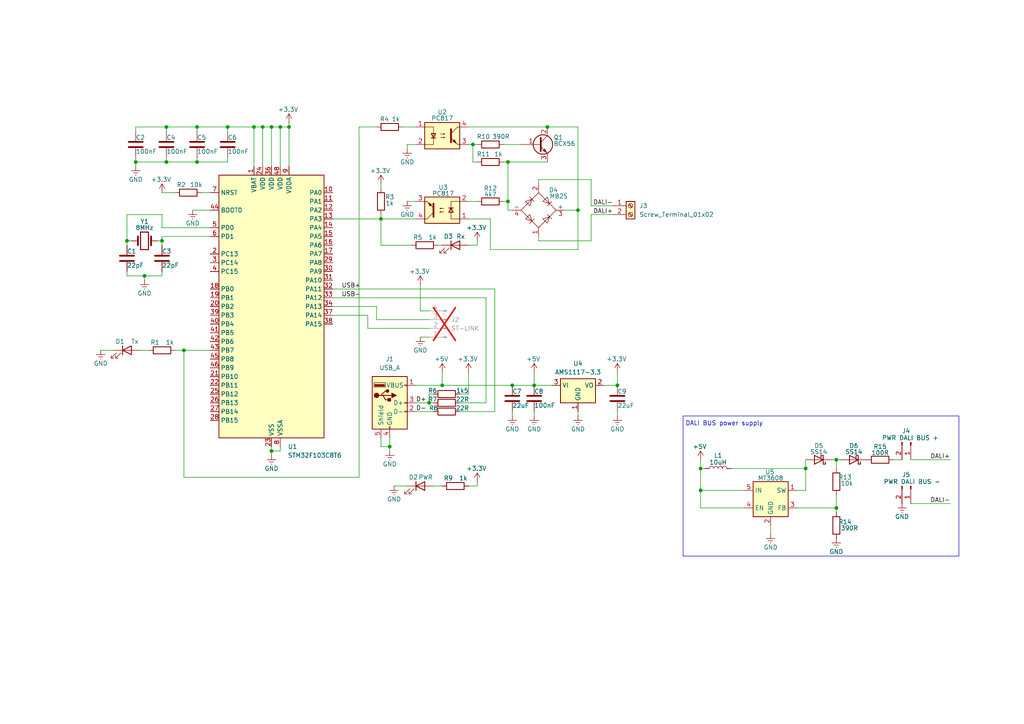
<source format=kicad_sch>
(kicad_sch
	(version 20231120)
	(generator "eeschema")
	(generator_version "8.0")
	(uuid "a724d3b9-fba9-4050-a394-337e94c6f0c1")
	(paper "A4")
	(title_block
		(title "https://github.com/even-notodd/USB-DALI")
	)
	(lib_symbols
		(symbol "Connector:Conn_01x02_Pin"
			(pin_names
				(offset 1.016) hide)
			(exclude_from_sim no)
			(in_bom yes)
			(on_board yes)
			(property "Reference" "J"
				(at 0 2.54 0)
				(effects
					(font
						(size 1.27 1.27)
					)
				)
			)
			(property "Value" "Conn_01x02_Pin"
				(at 0 -5.08 0)
				(effects
					(font
						(size 1.27 1.27)
					)
				)
			)
			(property "Footprint" ""
				(at 0 0 0)
				(effects
					(font
						(size 1.27 1.27)
					)
					(hide yes)
				)
			)
			(property "Datasheet" "~"
				(at 0 0 0)
				(effects
					(font
						(size 1.27 1.27)
					)
					(hide yes)
				)
			)
			(property "Description" "Generic connector, single row, 01x02, script generated"
				(at 0 0 0)
				(effects
					(font
						(size 1.27 1.27)
					)
					(hide yes)
				)
			)
			(property "ki_locked" ""
				(at 0 0 0)
				(effects
					(font
						(size 1.27 1.27)
					)
				)
			)
			(property "ki_keywords" "connector"
				(at 0 0 0)
				(effects
					(font
						(size 1.27 1.27)
					)
					(hide yes)
				)
			)
			(property "ki_fp_filters" "Connector*:*_1x??_*"
				(at 0 0 0)
				(effects
					(font
						(size 1.27 1.27)
					)
					(hide yes)
				)
			)
			(symbol "Conn_01x02_Pin_1_1"
				(polyline
					(pts
						(xy 1.27 -2.54) (xy 0.8636 -2.54)
					)
					(stroke
						(width 0.1524)
						(type default)
					)
					(fill
						(type none)
					)
				)
				(polyline
					(pts
						(xy 1.27 0) (xy 0.8636 0)
					)
					(stroke
						(width 0.1524)
						(type default)
					)
					(fill
						(type none)
					)
				)
				(rectangle
					(start 0.8636 -2.413)
					(end 0 -2.667)
					(stroke
						(width 0.1524)
						(type default)
					)
					(fill
						(type outline)
					)
				)
				(rectangle
					(start 0.8636 0.127)
					(end 0 -0.127)
					(stroke
						(width 0.1524)
						(type default)
					)
					(fill
						(type outline)
					)
				)
				(pin passive line
					(at 5.08 0 180)
					(length 3.81)
					(name "Pin_1"
						(effects
							(font
								(size 1.27 1.27)
							)
						)
					)
					(number "1"
						(effects
							(font
								(size 1.27 1.27)
							)
						)
					)
				)
				(pin passive line
					(at 5.08 -2.54 180)
					(length 3.81)
					(name "Pin_2"
						(effects
							(font
								(size 1.27 1.27)
							)
						)
					)
					(number "2"
						(effects
							(font
								(size 1.27 1.27)
							)
						)
					)
				)
			)
		)
		(symbol "Connector:Conn_01x04_Pin"
			(pin_names
				(offset 1.016) hide)
			(exclude_from_sim no)
			(in_bom yes)
			(on_board yes)
			(property "Reference" "J"
				(at 0 5.08 0)
				(effects
					(font
						(size 1.27 1.27)
					)
				)
			)
			(property "Value" "Conn_01x04_Pin"
				(at 0 -7.62 0)
				(effects
					(font
						(size 1.27 1.27)
					)
				)
			)
			(property "Footprint" ""
				(at 0 0 0)
				(effects
					(font
						(size 1.27 1.27)
					)
					(hide yes)
				)
			)
			(property "Datasheet" "~"
				(at 0 0 0)
				(effects
					(font
						(size 1.27 1.27)
					)
					(hide yes)
				)
			)
			(property "Description" "Generic connector, single row, 01x04, script generated"
				(at 0 0 0)
				(effects
					(font
						(size 1.27 1.27)
					)
					(hide yes)
				)
			)
			(property "ki_locked" ""
				(at 0 0 0)
				(effects
					(font
						(size 1.27 1.27)
					)
				)
			)
			(property "ki_keywords" "connector"
				(at 0 0 0)
				(effects
					(font
						(size 1.27 1.27)
					)
					(hide yes)
				)
			)
			(property "ki_fp_filters" "Connector*:*_1x??_*"
				(at 0 0 0)
				(effects
					(font
						(size 1.27 1.27)
					)
					(hide yes)
				)
			)
			(symbol "Conn_01x04_Pin_1_1"
				(polyline
					(pts
						(xy 1.27 -5.08) (xy 0.8636 -5.08)
					)
					(stroke
						(width 0.1524)
						(type default)
					)
					(fill
						(type none)
					)
				)
				(polyline
					(pts
						(xy 1.27 -2.54) (xy 0.8636 -2.54)
					)
					(stroke
						(width 0.1524)
						(type default)
					)
					(fill
						(type none)
					)
				)
				(polyline
					(pts
						(xy 1.27 0) (xy 0.8636 0)
					)
					(stroke
						(width 0.1524)
						(type default)
					)
					(fill
						(type none)
					)
				)
				(polyline
					(pts
						(xy 1.27 2.54) (xy 0.8636 2.54)
					)
					(stroke
						(width 0.1524)
						(type default)
					)
					(fill
						(type none)
					)
				)
				(rectangle
					(start 0.8636 -4.953)
					(end 0 -5.207)
					(stroke
						(width 0.1524)
						(type default)
					)
					(fill
						(type outline)
					)
				)
				(rectangle
					(start 0.8636 -2.413)
					(end 0 -2.667)
					(stroke
						(width 0.1524)
						(type default)
					)
					(fill
						(type outline)
					)
				)
				(rectangle
					(start 0.8636 0.127)
					(end 0 -0.127)
					(stroke
						(width 0.1524)
						(type default)
					)
					(fill
						(type outline)
					)
				)
				(rectangle
					(start 0.8636 2.667)
					(end 0 2.413)
					(stroke
						(width 0.1524)
						(type default)
					)
					(fill
						(type outline)
					)
				)
				(pin passive line
					(at 5.08 2.54 180)
					(length 3.81)
					(name "Pin_1"
						(effects
							(font
								(size 1.27 1.27)
							)
						)
					)
					(number "1"
						(effects
							(font
								(size 1.27 1.27)
							)
						)
					)
				)
				(pin passive line
					(at 5.08 0 180)
					(length 3.81)
					(name "Pin_2"
						(effects
							(font
								(size 1.27 1.27)
							)
						)
					)
					(number "2"
						(effects
							(font
								(size 1.27 1.27)
							)
						)
					)
				)
				(pin passive line
					(at 5.08 -2.54 180)
					(length 3.81)
					(name "Pin_3"
						(effects
							(font
								(size 1.27 1.27)
							)
						)
					)
					(number "3"
						(effects
							(font
								(size 1.27 1.27)
							)
						)
					)
				)
				(pin passive line
					(at 5.08 -5.08 180)
					(length 3.81)
					(name "Pin_4"
						(effects
							(font
								(size 1.27 1.27)
							)
						)
					)
					(number "4"
						(effects
							(font
								(size 1.27 1.27)
							)
						)
					)
				)
			)
		)
		(symbol "Connector:Screw_Terminal_01x02"
			(pin_names
				(offset 1.016) hide)
			(exclude_from_sim no)
			(in_bom yes)
			(on_board yes)
			(property "Reference" "J"
				(at 0 2.54 0)
				(effects
					(font
						(size 1.27 1.27)
					)
				)
			)
			(property "Value" "Screw_Terminal_01x02"
				(at 0 -5.08 0)
				(effects
					(font
						(size 1.27 1.27)
					)
				)
			)
			(property "Footprint" ""
				(at 0 0 0)
				(effects
					(font
						(size 1.27 1.27)
					)
					(hide yes)
				)
			)
			(property "Datasheet" "~"
				(at 0 0 0)
				(effects
					(font
						(size 1.27 1.27)
					)
					(hide yes)
				)
			)
			(property "Description" "Generic screw terminal, single row, 01x02, script generated (kicad-library-utils/schlib/autogen/connector/)"
				(at 0 0 0)
				(effects
					(font
						(size 1.27 1.27)
					)
					(hide yes)
				)
			)
			(property "ki_keywords" "screw terminal"
				(at 0 0 0)
				(effects
					(font
						(size 1.27 1.27)
					)
					(hide yes)
				)
			)
			(property "ki_fp_filters" "TerminalBlock*:*"
				(at 0 0 0)
				(effects
					(font
						(size 1.27 1.27)
					)
					(hide yes)
				)
			)
			(symbol "Screw_Terminal_01x02_1_1"
				(rectangle
					(start -1.27 1.27)
					(end 1.27 -3.81)
					(stroke
						(width 0.254)
						(type default)
					)
					(fill
						(type background)
					)
				)
				(circle
					(center 0 -2.54)
					(radius 0.635)
					(stroke
						(width 0.1524)
						(type default)
					)
					(fill
						(type none)
					)
				)
				(polyline
					(pts
						(xy -0.5334 -2.2098) (xy 0.3302 -3.048)
					)
					(stroke
						(width 0.1524)
						(type default)
					)
					(fill
						(type none)
					)
				)
				(polyline
					(pts
						(xy -0.5334 0.3302) (xy 0.3302 -0.508)
					)
					(stroke
						(width 0.1524)
						(type default)
					)
					(fill
						(type none)
					)
				)
				(polyline
					(pts
						(xy -0.3556 -2.032) (xy 0.508 -2.8702)
					)
					(stroke
						(width 0.1524)
						(type default)
					)
					(fill
						(type none)
					)
				)
				(polyline
					(pts
						(xy -0.3556 0.508) (xy 0.508 -0.3302)
					)
					(stroke
						(width 0.1524)
						(type default)
					)
					(fill
						(type none)
					)
				)
				(circle
					(center 0 0)
					(radius 0.635)
					(stroke
						(width 0.1524)
						(type default)
					)
					(fill
						(type none)
					)
				)
				(pin passive line
					(at -5.08 0 0)
					(length 3.81)
					(name "Pin_1"
						(effects
							(font
								(size 1.27 1.27)
							)
						)
					)
					(number "1"
						(effects
							(font
								(size 1.27 1.27)
							)
						)
					)
				)
				(pin passive line
					(at -5.08 -2.54 0)
					(length 3.81)
					(name "Pin_2"
						(effects
							(font
								(size 1.27 1.27)
							)
						)
					)
					(number "2"
						(effects
							(font
								(size 1.27 1.27)
							)
						)
					)
				)
			)
		)
		(symbol "Connector:USB_A"
			(pin_names
				(offset 1.016)
			)
			(exclude_from_sim no)
			(in_bom yes)
			(on_board yes)
			(property "Reference" "J"
				(at -5.08 11.43 0)
				(effects
					(font
						(size 1.27 1.27)
					)
					(justify left)
				)
			)
			(property "Value" "USB_A"
				(at -5.08 8.89 0)
				(effects
					(font
						(size 1.27 1.27)
					)
					(justify left)
				)
			)
			(property "Footprint" ""
				(at 3.81 -1.27 0)
				(effects
					(font
						(size 1.27 1.27)
					)
					(hide yes)
				)
			)
			(property "Datasheet" "~"
				(at 3.81 -1.27 0)
				(effects
					(font
						(size 1.27 1.27)
					)
					(hide yes)
				)
			)
			(property "Description" "USB Type A connector"
				(at 0 0 0)
				(effects
					(font
						(size 1.27 1.27)
					)
					(hide yes)
				)
			)
			(property "ki_keywords" "connector USB"
				(at 0 0 0)
				(effects
					(font
						(size 1.27 1.27)
					)
					(hide yes)
				)
			)
			(property "ki_fp_filters" "USB*"
				(at 0 0 0)
				(effects
					(font
						(size 1.27 1.27)
					)
					(hide yes)
				)
			)
			(symbol "USB_A_0_1"
				(rectangle
					(start -5.08 -7.62)
					(end 5.08 7.62)
					(stroke
						(width 0.254)
						(type default)
					)
					(fill
						(type background)
					)
				)
				(circle
					(center -3.81 2.159)
					(radius 0.635)
					(stroke
						(width 0.254)
						(type default)
					)
					(fill
						(type outline)
					)
				)
				(rectangle
					(start -1.524 4.826)
					(end -4.318 5.334)
					(stroke
						(width 0)
						(type default)
					)
					(fill
						(type outline)
					)
				)
				(rectangle
					(start -1.27 4.572)
					(end -4.572 5.842)
					(stroke
						(width 0)
						(type default)
					)
					(fill
						(type none)
					)
				)
				(circle
					(center -0.635 3.429)
					(radius 0.381)
					(stroke
						(width 0.254)
						(type default)
					)
					(fill
						(type outline)
					)
				)
				(rectangle
					(start -0.127 -7.62)
					(end 0.127 -6.858)
					(stroke
						(width 0)
						(type default)
					)
					(fill
						(type none)
					)
				)
				(polyline
					(pts
						(xy -3.175 2.159) (xy -2.54 2.159) (xy -1.27 3.429) (xy -0.635 3.429)
					)
					(stroke
						(width 0.254)
						(type default)
					)
					(fill
						(type none)
					)
				)
				(polyline
					(pts
						(xy -2.54 2.159) (xy -1.905 2.159) (xy -1.27 0.889) (xy 0 0.889)
					)
					(stroke
						(width 0.254)
						(type default)
					)
					(fill
						(type none)
					)
				)
				(polyline
					(pts
						(xy 0.635 2.794) (xy 0.635 1.524) (xy 1.905 2.159) (xy 0.635 2.794)
					)
					(stroke
						(width 0.254)
						(type default)
					)
					(fill
						(type outline)
					)
				)
				(rectangle
					(start 0.254 1.27)
					(end -0.508 0.508)
					(stroke
						(width 0.254)
						(type default)
					)
					(fill
						(type outline)
					)
				)
				(rectangle
					(start 5.08 -2.667)
					(end 4.318 -2.413)
					(stroke
						(width 0)
						(type default)
					)
					(fill
						(type none)
					)
				)
				(rectangle
					(start 5.08 -0.127)
					(end 4.318 0.127)
					(stroke
						(width 0)
						(type default)
					)
					(fill
						(type none)
					)
				)
				(rectangle
					(start 5.08 4.953)
					(end 4.318 5.207)
					(stroke
						(width 0)
						(type default)
					)
					(fill
						(type none)
					)
				)
			)
			(symbol "USB_A_1_1"
				(polyline
					(pts
						(xy -1.905 2.159) (xy 0.635 2.159)
					)
					(stroke
						(width 0.254)
						(type default)
					)
					(fill
						(type none)
					)
				)
				(pin power_in line
					(at 7.62 5.08 180)
					(length 2.54)
					(name "VBUS"
						(effects
							(font
								(size 1.27 1.27)
							)
						)
					)
					(number "1"
						(effects
							(font
								(size 1.27 1.27)
							)
						)
					)
				)
				(pin bidirectional line
					(at 7.62 -2.54 180)
					(length 2.54)
					(name "D-"
						(effects
							(font
								(size 1.27 1.27)
							)
						)
					)
					(number "2"
						(effects
							(font
								(size 1.27 1.27)
							)
						)
					)
				)
				(pin bidirectional line
					(at 7.62 0 180)
					(length 2.54)
					(name "D+"
						(effects
							(font
								(size 1.27 1.27)
							)
						)
					)
					(number "3"
						(effects
							(font
								(size 1.27 1.27)
							)
						)
					)
				)
				(pin power_in line
					(at 0 -10.16 90)
					(length 2.54)
					(name "GND"
						(effects
							(font
								(size 1.27 1.27)
							)
						)
					)
					(number "4"
						(effects
							(font
								(size 1.27 1.27)
							)
						)
					)
				)
				(pin passive line
					(at -2.54 -10.16 90)
					(length 2.54)
					(name "Shield"
						(effects
							(font
								(size 1.27 1.27)
							)
						)
					)
					(number "5"
						(effects
							(font
								(size 1.27 1.27)
							)
						)
					)
				)
			)
		)
		(symbol "Device:C"
			(pin_numbers hide)
			(pin_names
				(offset 0.254)
			)
			(exclude_from_sim no)
			(in_bom yes)
			(on_board yes)
			(property "Reference" "C"
				(at 0.635 2.54 0)
				(effects
					(font
						(size 1.27 1.27)
					)
					(justify left)
				)
			)
			(property "Value" "C"
				(at 0.635 -2.54 0)
				(effects
					(font
						(size 1.27 1.27)
					)
					(justify left)
				)
			)
			(property "Footprint" ""
				(at 0.9652 -3.81 0)
				(effects
					(font
						(size 1.27 1.27)
					)
					(hide yes)
				)
			)
			(property "Datasheet" "~"
				(at 0 0 0)
				(effects
					(font
						(size 1.27 1.27)
					)
					(hide yes)
				)
			)
			(property "Description" "Unpolarized capacitor"
				(at 0 0 0)
				(effects
					(font
						(size 1.27 1.27)
					)
					(hide yes)
				)
			)
			(property "ki_keywords" "cap capacitor"
				(at 0 0 0)
				(effects
					(font
						(size 1.27 1.27)
					)
					(hide yes)
				)
			)
			(property "ki_fp_filters" "C_*"
				(at 0 0 0)
				(effects
					(font
						(size 1.27 1.27)
					)
					(hide yes)
				)
			)
			(symbol "C_0_1"
				(polyline
					(pts
						(xy -2.032 -0.762) (xy 2.032 -0.762)
					)
					(stroke
						(width 0.508)
						(type default)
					)
					(fill
						(type none)
					)
				)
				(polyline
					(pts
						(xy -2.032 0.762) (xy 2.032 0.762)
					)
					(stroke
						(width 0.508)
						(type default)
					)
					(fill
						(type none)
					)
				)
			)
			(symbol "C_1_1"
				(pin passive line
					(at 0 3.81 270)
					(length 2.794)
					(name "~"
						(effects
							(font
								(size 1.27 1.27)
							)
						)
					)
					(number "1"
						(effects
							(font
								(size 1.27 1.27)
							)
						)
					)
				)
				(pin passive line
					(at 0 -3.81 90)
					(length 2.794)
					(name "~"
						(effects
							(font
								(size 1.27 1.27)
							)
						)
					)
					(number "2"
						(effects
							(font
								(size 1.27 1.27)
							)
						)
					)
				)
			)
		)
		(symbol "Device:Crystal"
			(pin_numbers hide)
			(pin_names
				(offset 1.016) hide)
			(exclude_from_sim no)
			(in_bom yes)
			(on_board yes)
			(property "Reference" "Y"
				(at 0 3.81 0)
				(effects
					(font
						(size 1.27 1.27)
					)
				)
			)
			(property "Value" "Crystal"
				(at 0 -3.81 0)
				(effects
					(font
						(size 1.27 1.27)
					)
				)
			)
			(property "Footprint" ""
				(at 0 0 0)
				(effects
					(font
						(size 1.27 1.27)
					)
					(hide yes)
				)
			)
			(property "Datasheet" "~"
				(at 0 0 0)
				(effects
					(font
						(size 1.27 1.27)
					)
					(hide yes)
				)
			)
			(property "Description" "Two pin crystal"
				(at 0 0 0)
				(effects
					(font
						(size 1.27 1.27)
					)
					(hide yes)
				)
			)
			(property "ki_keywords" "quartz ceramic resonator oscillator"
				(at 0 0 0)
				(effects
					(font
						(size 1.27 1.27)
					)
					(hide yes)
				)
			)
			(property "ki_fp_filters" "Crystal*"
				(at 0 0 0)
				(effects
					(font
						(size 1.27 1.27)
					)
					(hide yes)
				)
			)
			(symbol "Crystal_0_1"
				(rectangle
					(start -1.143 2.54)
					(end 1.143 -2.54)
					(stroke
						(width 0.3048)
						(type default)
					)
					(fill
						(type none)
					)
				)
				(polyline
					(pts
						(xy -2.54 0) (xy -1.905 0)
					)
					(stroke
						(width 0)
						(type default)
					)
					(fill
						(type none)
					)
				)
				(polyline
					(pts
						(xy -1.905 -1.27) (xy -1.905 1.27)
					)
					(stroke
						(width 0.508)
						(type default)
					)
					(fill
						(type none)
					)
				)
				(polyline
					(pts
						(xy 1.905 -1.27) (xy 1.905 1.27)
					)
					(stroke
						(width 0.508)
						(type default)
					)
					(fill
						(type none)
					)
				)
				(polyline
					(pts
						(xy 2.54 0) (xy 1.905 0)
					)
					(stroke
						(width 0)
						(type default)
					)
					(fill
						(type none)
					)
				)
			)
			(symbol "Crystal_1_1"
				(pin passive line
					(at -3.81 0 0)
					(length 1.27)
					(name "1"
						(effects
							(font
								(size 1.27 1.27)
							)
						)
					)
					(number "1"
						(effects
							(font
								(size 1.27 1.27)
							)
						)
					)
				)
				(pin passive line
					(at 3.81 0 180)
					(length 1.27)
					(name "2"
						(effects
							(font
								(size 1.27 1.27)
							)
						)
					)
					(number "2"
						(effects
							(font
								(size 1.27 1.27)
							)
						)
					)
				)
			)
		)
		(symbol "Device:L"
			(pin_numbers hide)
			(pin_names
				(offset 1.016) hide)
			(exclude_from_sim no)
			(in_bom yes)
			(on_board yes)
			(property "Reference" "L"
				(at -1.27 0 90)
				(effects
					(font
						(size 1.27 1.27)
					)
				)
			)
			(property "Value" "L"
				(at 1.905 0 90)
				(effects
					(font
						(size 1.27 1.27)
					)
				)
			)
			(property "Footprint" ""
				(at 0 0 0)
				(effects
					(font
						(size 1.27 1.27)
					)
					(hide yes)
				)
			)
			(property "Datasheet" "~"
				(at 0 0 0)
				(effects
					(font
						(size 1.27 1.27)
					)
					(hide yes)
				)
			)
			(property "Description" "Inductor"
				(at 0 0 0)
				(effects
					(font
						(size 1.27 1.27)
					)
					(hide yes)
				)
			)
			(property "ki_keywords" "inductor choke coil reactor magnetic"
				(at 0 0 0)
				(effects
					(font
						(size 1.27 1.27)
					)
					(hide yes)
				)
			)
			(property "ki_fp_filters" "Choke_* *Coil* Inductor_* L_*"
				(at 0 0 0)
				(effects
					(font
						(size 1.27 1.27)
					)
					(hide yes)
				)
			)
			(symbol "L_0_1"
				(arc
					(start 0 -2.54)
					(mid 0.6323 -1.905)
					(end 0 -1.27)
					(stroke
						(width 0)
						(type default)
					)
					(fill
						(type none)
					)
				)
				(arc
					(start 0 -1.27)
					(mid 0.6323 -0.635)
					(end 0 0)
					(stroke
						(width 0)
						(type default)
					)
					(fill
						(type none)
					)
				)
				(arc
					(start 0 0)
					(mid 0.6323 0.635)
					(end 0 1.27)
					(stroke
						(width 0)
						(type default)
					)
					(fill
						(type none)
					)
				)
				(arc
					(start 0 1.27)
					(mid 0.6323 1.905)
					(end 0 2.54)
					(stroke
						(width 0)
						(type default)
					)
					(fill
						(type none)
					)
				)
			)
			(symbol "L_1_1"
				(pin passive line
					(at 0 3.81 270)
					(length 1.27)
					(name "1"
						(effects
							(font
								(size 1.27 1.27)
							)
						)
					)
					(number "1"
						(effects
							(font
								(size 1.27 1.27)
							)
						)
					)
				)
				(pin passive line
					(at 0 -3.81 90)
					(length 1.27)
					(name "2"
						(effects
							(font
								(size 1.27 1.27)
							)
						)
					)
					(number "2"
						(effects
							(font
								(size 1.27 1.27)
							)
						)
					)
				)
			)
		)
		(symbol "Device:LED"
			(pin_numbers hide)
			(pin_names
				(offset 1.016) hide)
			(exclude_from_sim no)
			(in_bom yes)
			(on_board yes)
			(property "Reference" "D"
				(at 0 2.54 0)
				(effects
					(font
						(size 1.27 1.27)
					)
				)
			)
			(property "Value" "LED"
				(at 0 -2.54 0)
				(effects
					(font
						(size 1.27 1.27)
					)
				)
			)
			(property "Footprint" ""
				(at 0 0 0)
				(effects
					(font
						(size 1.27 1.27)
					)
					(hide yes)
				)
			)
			(property "Datasheet" "~"
				(at 0 0 0)
				(effects
					(font
						(size 1.27 1.27)
					)
					(hide yes)
				)
			)
			(property "Description" "Light emitting diode"
				(at 0 0 0)
				(effects
					(font
						(size 1.27 1.27)
					)
					(hide yes)
				)
			)
			(property "ki_keywords" "LED diode"
				(at 0 0 0)
				(effects
					(font
						(size 1.27 1.27)
					)
					(hide yes)
				)
			)
			(property "ki_fp_filters" "LED* LED_SMD:* LED_THT:*"
				(at 0 0 0)
				(effects
					(font
						(size 1.27 1.27)
					)
					(hide yes)
				)
			)
			(symbol "LED_0_1"
				(polyline
					(pts
						(xy -1.27 -1.27) (xy -1.27 1.27)
					)
					(stroke
						(width 0.254)
						(type default)
					)
					(fill
						(type none)
					)
				)
				(polyline
					(pts
						(xy -1.27 0) (xy 1.27 0)
					)
					(stroke
						(width 0)
						(type default)
					)
					(fill
						(type none)
					)
				)
				(polyline
					(pts
						(xy 1.27 -1.27) (xy 1.27 1.27) (xy -1.27 0) (xy 1.27 -1.27)
					)
					(stroke
						(width 0.254)
						(type default)
					)
					(fill
						(type none)
					)
				)
				(polyline
					(pts
						(xy -3.048 -0.762) (xy -4.572 -2.286) (xy -3.81 -2.286) (xy -4.572 -2.286) (xy -4.572 -1.524)
					)
					(stroke
						(width 0)
						(type default)
					)
					(fill
						(type none)
					)
				)
				(polyline
					(pts
						(xy -1.778 -0.762) (xy -3.302 -2.286) (xy -2.54 -2.286) (xy -3.302 -2.286) (xy -3.302 -1.524)
					)
					(stroke
						(width 0)
						(type default)
					)
					(fill
						(type none)
					)
				)
			)
			(symbol "LED_1_1"
				(pin passive line
					(at -3.81 0 0)
					(length 2.54)
					(name "K"
						(effects
							(font
								(size 1.27 1.27)
							)
						)
					)
					(number "1"
						(effects
							(font
								(size 1.27 1.27)
							)
						)
					)
				)
				(pin passive line
					(at 3.81 0 180)
					(length 2.54)
					(name "A"
						(effects
							(font
								(size 1.27 1.27)
							)
						)
					)
					(number "2"
						(effects
							(font
								(size 1.27 1.27)
							)
						)
					)
				)
			)
		)
		(symbol "Device:R"
			(pin_numbers hide)
			(pin_names
				(offset 0)
			)
			(exclude_from_sim no)
			(in_bom yes)
			(on_board yes)
			(property "Reference" "R"
				(at 2.032 0 90)
				(effects
					(font
						(size 1.27 1.27)
					)
				)
			)
			(property "Value" "R"
				(at 0 0 90)
				(effects
					(font
						(size 1.27 1.27)
					)
				)
			)
			(property "Footprint" ""
				(at -1.778 0 90)
				(effects
					(font
						(size 1.27 1.27)
					)
					(hide yes)
				)
			)
			(property "Datasheet" "~"
				(at 0 0 0)
				(effects
					(font
						(size 1.27 1.27)
					)
					(hide yes)
				)
			)
			(property "Description" "Resistor"
				(at 0 0 0)
				(effects
					(font
						(size 1.27 1.27)
					)
					(hide yes)
				)
			)
			(property "ki_keywords" "R res resistor"
				(at 0 0 0)
				(effects
					(font
						(size 1.27 1.27)
					)
					(hide yes)
				)
			)
			(property "ki_fp_filters" "R_*"
				(at 0 0 0)
				(effects
					(font
						(size 1.27 1.27)
					)
					(hide yes)
				)
			)
			(symbol "R_0_1"
				(rectangle
					(start -1.016 -2.54)
					(end 1.016 2.54)
					(stroke
						(width 0.254)
						(type default)
					)
					(fill
						(type none)
					)
				)
			)
			(symbol "R_1_1"
				(pin passive line
					(at 0 3.81 270)
					(length 1.27)
					(name "~"
						(effects
							(font
								(size 1.27 1.27)
							)
						)
					)
					(number "1"
						(effects
							(font
								(size 1.27 1.27)
							)
						)
					)
				)
				(pin passive line
					(at 0 -3.81 90)
					(length 1.27)
					(name "~"
						(effects
							(font
								(size 1.27 1.27)
							)
						)
					)
					(number "2"
						(effects
							(font
								(size 1.27 1.27)
							)
						)
					)
				)
			)
		)
		(symbol "Diode:SS14"
			(pin_numbers hide)
			(pin_names
				(offset 1.016) hide)
			(exclude_from_sim no)
			(in_bom yes)
			(on_board yes)
			(property "Reference" "D"
				(at 0 2.54 0)
				(effects
					(font
						(size 1.27 1.27)
					)
				)
			)
			(property "Value" "SS14"
				(at 0 -2.54 0)
				(effects
					(font
						(size 1.27 1.27)
					)
				)
			)
			(property "Footprint" "Diode_SMD:D_SMA"
				(at 0 -4.445 0)
				(effects
					(font
						(size 1.27 1.27)
					)
					(hide yes)
				)
			)
			(property "Datasheet" "https://www.vishay.com/docs/88746/ss12.pdf"
				(at 0 0 0)
				(effects
					(font
						(size 1.27 1.27)
					)
					(hide yes)
				)
			)
			(property "Description" "40V 1A Schottky Diode, SMA"
				(at 0 0 0)
				(effects
					(font
						(size 1.27 1.27)
					)
					(hide yes)
				)
			)
			(property "ki_keywords" "diode Schottky"
				(at 0 0 0)
				(effects
					(font
						(size 1.27 1.27)
					)
					(hide yes)
				)
			)
			(property "ki_fp_filters" "D*SMA*"
				(at 0 0 0)
				(effects
					(font
						(size 1.27 1.27)
					)
					(hide yes)
				)
			)
			(symbol "SS14_0_1"
				(polyline
					(pts
						(xy 1.27 0) (xy -1.27 0)
					)
					(stroke
						(width 0)
						(type default)
					)
					(fill
						(type none)
					)
				)
				(polyline
					(pts
						(xy 1.27 1.27) (xy 1.27 -1.27) (xy -1.27 0) (xy 1.27 1.27)
					)
					(stroke
						(width 0.254)
						(type default)
					)
					(fill
						(type none)
					)
				)
				(polyline
					(pts
						(xy -1.905 0.635) (xy -1.905 1.27) (xy -1.27 1.27) (xy -1.27 -1.27) (xy -0.635 -1.27) (xy -0.635 -0.635)
					)
					(stroke
						(width 0.254)
						(type default)
					)
					(fill
						(type none)
					)
				)
			)
			(symbol "SS14_1_1"
				(pin passive line
					(at -3.81 0 0)
					(length 2.54)
					(name "K"
						(effects
							(font
								(size 1.27 1.27)
							)
						)
					)
					(number "1"
						(effects
							(font
								(size 1.27 1.27)
							)
						)
					)
				)
				(pin passive line
					(at 3.81 0 180)
					(length 2.54)
					(name "A"
						(effects
							(font
								(size 1.27 1.27)
							)
						)
					)
					(number "2"
						(effects
							(font
								(size 1.27 1.27)
							)
						)
					)
				)
			)
		)
		(symbol "Diode_Bridge:MB2S"
			(pin_names
				(offset 0)
			)
			(exclude_from_sim no)
			(in_bom yes)
			(on_board yes)
			(property "Reference" "D"
				(at 2.54 6.985 0)
				(effects
					(font
						(size 1.27 1.27)
					)
					(justify left)
				)
			)
			(property "Value" "MB2S"
				(at 2.54 5.08 0)
				(effects
					(font
						(size 1.27 1.27)
					)
					(justify left)
				)
			)
			(property "Footprint" "Package_TO_SOT_SMD:TO-269AA"
				(at 3.81 3.175 0)
				(effects
					(font
						(size 1.27 1.27)
					)
					(justify left)
					(hide yes)
				)
			)
			(property "Datasheet" "http://www.vishay.com/docs/88661/mb2s.pdf"
				(at 0 0 0)
				(effects
					(font
						(size 1.27 1.27)
					)
					(hide yes)
				)
			)
			(property "Description" "Miniature Glass Passivated Single-Phase Surface Mount Bridge Rectifiers, 140V Vrms, 0.5A If, TO-269AA"
				(at 0 0 0)
				(effects
					(font
						(size 1.27 1.27)
					)
					(hide yes)
				)
			)
			(property "ki_keywords" "rectifier acdc"
				(at 0 0 0)
				(effects
					(font
						(size 1.27 1.27)
					)
					(hide yes)
				)
			)
			(property "ki_fp_filters" "TO?269AA*"
				(at 0 0 0)
				(effects
					(font
						(size 1.27 1.27)
					)
					(hide yes)
				)
			)
			(symbol "MB2S_0_1"
				(polyline
					(pts
						(xy -2.54 3.81) (xy -1.27 2.54)
					)
					(stroke
						(width 0)
						(type default)
					)
					(fill
						(type none)
					)
				)
				(polyline
					(pts
						(xy -1.27 -2.54) (xy -2.54 -3.81)
					)
					(stroke
						(width 0)
						(type default)
					)
					(fill
						(type none)
					)
				)
				(polyline
					(pts
						(xy 2.54 -1.27) (xy 3.81 -2.54)
					)
					(stroke
						(width 0)
						(type default)
					)
					(fill
						(type none)
					)
				)
				(polyline
					(pts
						(xy 2.54 1.27) (xy 3.81 2.54)
					)
					(stroke
						(width 0)
						(type default)
					)
					(fill
						(type none)
					)
				)
				(polyline
					(pts
						(xy -3.81 2.54) (xy -2.54 1.27) (xy -1.905 3.175) (xy -3.81 2.54)
					)
					(stroke
						(width 0)
						(type default)
					)
					(fill
						(type none)
					)
				)
				(polyline
					(pts
						(xy -2.54 -1.27) (xy -3.81 -2.54) (xy -1.905 -3.175) (xy -2.54 -1.27)
					)
					(stroke
						(width 0)
						(type default)
					)
					(fill
						(type none)
					)
				)
				(polyline
					(pts
						(xy 1.27 2.54) (xy 2.54 3.81) (xy 3.175 1.905) (xy 1.27 2.54)
					)
					(stroke
						(width 0)
						(type default)
					)
					(fill
						(type none)
					)
				)
				(polyline
					(pts
						(xy 3.175 -1.905) (xy 1.27 -2.54) (xy 2.54 -3.81) (xy 3.175 -1.905)
					)
					(stroke
						(width 0)
						(type default)
					)
					(fill
						(type none)
					)
				)
				(polyline
					(pts
						(xy -5.08 0) (xy 0 -5.08) (xy 5.08 0) (xy 0 5.08) (xy -5.08 0)
					)
					(stroke
						(width 0)
						(type default)
					)
					(fill
						(type none)
					)
				)
			)
			(symbol "MB2S_1_1"
				(pin passive line
					(at 0 -7.62 90)
					(length 2.54)
					(name "~"
						(effects
							(font
								(size 1.27 1.27)
							)
						)
					)
					(number "1"
						(effects
							(font
								(size 1.27 1.27)
							)
						)
					)
				)
				(pin passive line
					(at 0 7.62 270)
					(length 2.54)
					(name "~"
						(effects
							(font
								(size 1.27 1.27)
							)
						)
					)
					(number "2"
						(effects
							(font
								(size 1.27 1.27)
							)
						)
					)
				)
				(pin passive line
					(at 7.62 0 180)
					(length 2.54)
					(name "+"
						(effects
							(font
								(size 1.27 1.27)
							)
						)
					)
					(number "3"
						(effects
							(font
								(size 1.27 1.27)
							)
						)
					)
				)
				(pin passive line
					(at -7.62 0 0)
					(length 2.54)
					(name "-"
						(effects
							(font
								(size 1.27 1.27)
							)
						)
					)
					(number "4"
						(effects
							(font
								(size 1.27 1.27)
							)
						)
					)
				)
			)
		)
		(symbol "Isolator:PC817"
			(pin_names
				(offset 1.016)
			)
			(exclude_from_sim no)
			(in_bom yes)
			(on_board yes)
			(property "Reference" "U"
				(at -5.08 5.08 0)
				(effects
					(font
						(size 1.27 1.27)
					)
					(justify left)
				)
			)
			(property "Value" "PC817"
				(at 0 5.08 0)
				(effects
					(font
						(size 1.27 1.27)
					)
					(justify left)
				)
			)
			(property "Footprint" "Package_DIP:DIP-4_W7.62mm"
				(at -5.08 -5.08 0)
				(effects
					(font
						(size 1.27 1.27)
						(italic yes)
					)
					(justify left)
					(hide yes)
				)
			)
			(property "Datasheet" "http://www.soselectronic.cz/a_info/resource/d/pc817.pdf"
				(at 0 0 0)
				(effects
					(font
						(size 1.27 1.27)
					)
					(justify left)
					(hide yes)
				)
			)
			(property "Description" "DC Optocoupler, Vce 35V, CTR 50-300%, DIP-4"
				(at 0 0 0)
				(effects
					(font
						(size 1.27 1.27)
					)
					(hide yes)
				)
			)
			(property "ki_keywords" "NPN DC Optocoupler"
				(at 0 0 0)
				(effects
					(font
						(size 1.27 1.27)
					)
					(hide yes)
				)
			)
			(property "ki_fp_filters" "DIP*W7.62mm*"
				(at 0 0 0)
				(effects
					(font
						(size 1.27 1.27)
					)
					(hide yes)
				)
			)
			(symbol "PC817_0_1"
				(rectangle
					(start -5.08 3.81)
					(end 5.08 -3.81)
					(stroke
						(width 0.254)
						(type default)
					)
					(fill
						(type background)
					)
				)
				(polyline
					(pts
						(xy -3.175 -0.635) (xy -1.905 -0.635)
					)
					(stroke
						(width 0.254)
						(type default)
					)
					(fill
						(type none)
					)
				)
				(polyline
					(pts
						(xy 2.54 0.635) (xy 4.445 2.54)
					)
					(stroke
						(width 0)
						(type default)
					)
					(fill
						(type none)
					)
				)
				(polyline
					(pts
						(xy 4.445 -2.54) (xy 2.54 -0.635)
					)
					(stroke
						(width 0)
						(type default)
					)
					(fill
						(type outline)
					)
				)
				(polyline
					(pts
						(xy 4.445 -2.54) (xy 5.08 -2.54)
					)
					(stroke
						(width 0)
						(type default)
					)
					(fill
						(type none)
					)
				)
				(polyline
					(pts
						(xy 4.445 2.54) (xy 5.08 2.54)
					)
					(stroke
						(width 0)
						(type default)
					)
					(fill
						(type none)
					)
				)
				(polyline
					(pts
						(xy -5.08 2.54) (xy -2.54 2.54) (xy -2.54 -0.635)
					)
					(stroke
						(width 0)
						(type default)
					)
					(fill
						(type none)
					)
				)
				(polyline
					(pts
						(xy -2.54 -0.635) (xy -2.54 -2.54) (xy -5.08 -2.54)
					)
					(stroke
						(width 0)
						(type default)
					)
					(fill
						(type none)
					)
				)
				(polyline
					(pts
						(xy 2.54 1.905) (xy 2.54 -1.905) (xy 2.54 -1.905)
					)
					(stroke
						(width 0.508)
						(type default)
					)
					(fill
						(type none)
					)
				)
				(polyline
					(pts
						(xy -2.54 -0.635) (xy -3.175 0.635) (xy -1.905 0.635) (xy -2.54 -0.635)
					)
					(stroke
						(width 0.254)
						(type default)
					)
					(fill
						(type none)
					)
				)
				(polyline
					(pts
						(xy -0.508 -0.508) (xy 0.762 -0.508) (xy 0.381 -0.635) (xy 0.381 -0.381) (xy 0.762 -0.508)
					)
					(stroke
						(width 0)
						(type default)
					)
					(fill
						(type none)
					)
				)
				(polyline
					(pts
						(xy -0.508 0.508) (xy 0.762 0.508) (xy 0.381 0.381) (xy 0.381 0.635) (xy 0.762 0.508)
					)
					(stroke
						(width 0)
						(type default)
					)
					(fill
						(type none)
					)
				)
				(polyline
					(pts
						(xy 3.048 -1.651) (xy 3.556 -1.143) (xy 4.064 -2.159) (xy 3.048 -1.651) (xy 3.048 -1.651)
					)
					(stroke
						(width 0)
						(type default)
					)
					(fill
						(type outline)
					)
				)
			)
			(symbol "PC817_1_1"
				(pin passive line
					(at -7.62 2.54 0)
					(length 2.54)
					(name "~"
						(effects
							(font
								(size 1.27 1.27)
							)
						)
					)
					(number "1"
						(effects
							(font
								(size 1.27 1.27)
							)
						)
					)
				)
				(pin passive line
					(at -7.62 -2.54 0)
					(length 2.54)
					(name "~"
						(effects
							(font
								(size 1.27 1.27)
							)
						)
					)
					(number "2"
						(effects
							(font
								(size 1.27 1.27)
							)
						)
					)
				)
				(pin passive line
					(at 7.62 -2.54 180)
					(length 2.54)
					(name "~"
						(effects
							(font
								(size 1.27 1.27)
							)
						)
					)
					(number "3"
						(effects
							(font
								(size 1.27 1.27)
							)
						)
					)
				)
				(pin passive line
					(at 7.62 2.54 180)
					(length 2.54)
					(name "~"
						(effects
							(font
								(size 1.27 1.27)
							)
						)
					)
					(number "4"
						(effects
							(font
								(size 1.27 1.27)
							)
						)
					)
				)
			)
		)
		(symbol "MCU_ST_STM32F1:STM32F103C8Tx"
			(exclude_from_sim no)
			(in_bom yes)
			(on_board yes)
			(property "Reference" "U"
				(at -15.24 39.37 0)
				(effects
					(font
						(size 1.27 1.27)
					)
					(justify left)
				)
			)
			(property "Value" "STM32F103C8Tx"
				(at 7.62 39.37 0)
				(effects
					(font
						(size 1.27 1.27)
					)
					(justify left)
				)
			)
			(property "Footprint" "Package_QFP:LQFP-48_7x7mm_P0.5mm"
				(at -15.24 -38.1 0)
				(effects
					(font
						(size 1.27 1.27)
					)
					(justify right)
					(hide yes)
				)
			)
			(property "Datasheet" "https://www.st.com/resource/en/datasheet/stm32f103c8.pdf"
				(at 0 0 0)
				(effects
					(font
						(size 1.27 1.27)
					)
					(hide yes)
				)
			)
			(property "Description" "STMicroelectronics Arm Cortex-M3 MCU, 64KB flash, 20KB RAM, 72 MHz, 2.0-3.6V, 37 GPIO, LQFP48"
				(at 0 0 0)
				(effects
					(font
						(size 1.27 1.27)
					)
					(hide yes)
				)
			)
			(property "ki_keywords" "Arm Cortex-M3 STM32F1 STM32F103"
				(at 0 0 0)
				(effects
					(font
						(size 1.27 1.27)
					)
					(hide yes)
				)
			)
			(property "ki_fp_filters" "LQFP*7x7mm*P0.5mm*"
				(at 0 0 0)
				(effects
					(font
						(size 1.27 1.27)
					)
					(hide yes)
				)
			)
			(symbol "STM32F103C8Tx_0_1"
				(rectangle
					(start -15.24 -38.1)
					(end 15.24 38.1)
					(stroke
						(width 0.254)
						(type default)
					)
					(fill
						(type background)
					)
				)
			)
			(symbol "STM32F103C8Tx_1_1"
				(pin power_in line
					(at -5.08 40.64 270)
					(length 2.54)
					(name "VBAT"
						(effects
							(font
								(size 1.27 1.27)
							)
						)
					)
					(number "1"
						(effects
							(font
								(size 1.27 1.27)
							)
						)
					)
				)
				(pin bidirectional line
					(at 17.78 33.02 180)
					(length 2.54)
					(name "PA0"
						(effects
							(font
								(size 1.27 1.27)
							)
						)
					)
					(number "10"
						(effects
							(font
								(size 1.27 1.27)
							)
						)
					)
					(alternate "ADC1_IN0" bidirectional line)
					(alternate "ADC2_IN0" bidirectional line)
					(alternate "SYS_WKUP" bidirectional line)
					(alternate "TIM2_CH1" bidirectional line)
					(alternate "TIM2_ETR" bidirectional line)
					(alternate "USART2_CTS" bidirectional line)
				)
				(pin bidirectional line
					(at 17.78 30.48 180)
					(length 2.54)
					(name "PA1"
						(effects
							(font
								(size 1.27 1.27)
							)
						)
					)
					(number "11"
						(effects
							(font
								(size 1.27 1.27)
							)
						)
					)
					(alternate "ADC1_IN1" bidirectional line)
					(alternate "ADC2_IN1" bidirectional line)
					(alternate "TIM2_CH2" bidirectional line)
					(alternate "USART2_RTS" bidirectional line)
				)
				(pin bidirectional line
					(at 17.78 27.94 180)
					(length 2.54)
					(name "PA2"
						(effects
							(font
								(size 1.27 1.27)
							)
						)
					)
					(number "12"
						(effects
							(font
								(size 1.27 1.27)
							)
						)
					)
					(alternate "ADC1_IN2" bidirectional line)
					(alternate "ADC2_IN2" bidirectional line)
					(alternate "TIM2_CH3" bidirectional line)
					(alternate "USART2_TX" bidirectional line)
				)
				(pin bidirectional line
					(at 17.78 25.4 180)
					(length 2.54)
					(name "PA3"
						(effects
							(font
								(size 1.27 1.27)
							)
						)
					)
					(number "13"
						(effects
							(font
								(size 1.27 1.27)
							)
						)
					)
					(alternate "ADC1_IN3" bidirectional line)
					(alternate "ADC2_IN3" bidirectional line)
					(alternate "TIM2_CH4" bidirectional line)
					(alternate "USART2_RX" bidirectional line)
				)
				(pin bidirectional line
					(at 17.78 22.86 180)
					(length 2.54)
					(name "PA4"
						(effects
							(font
								(size 1.27 1.27)
							)
						)
					)
					(number "14"
						(effects
							(font
								(size 1.27 1.27)
							)
						)
					)
					(alternate "ADC1_IN4" bidirectional line)
					(alternate "ADC2_IN4" bidirectional line)
					(alternate "SPI1_NSS" bidirectional line)
					(alternate "USART2_CK" bidirectional line)
				)
				(pin bidirectional line
					(at 17.78 20.32 180)
					(length 2.54)
					(name "PA5"
						(effects
							(font
								(size 1.27 1.27)
							)
						)
					)
					(number "15"
						(effects
							(font
								(size 1.27 1.27)
							)
						)
					)
					(alternate "ADC1_IN5" bidirectional line)
					(alternate "ADC2_IN5" bidirectional line)
					(alternate "SPI1_SCK" bidirectional line)
				)
				(pin bidirectional line
					(at 17.78 17.78 180)
					(length 2.54)
					(name "PA6"
						(effects
							(font
								(size 1.27 1.27)
							)
						)
					)
					(number "16"
						(effects
							(font
								(size 1.27 1.27)
							)
						)
					)
					(alternate "ADC1_IN6" bidirectional line)
					(alternate "ADC2_IN6" bidirectional line)
					(alternate "SPI1_MISO" bidirectional line)
					(alternate "TIM1_BKIN" bidirectional line)
					(alternate "TIM3_CH1" bidirectional line)
				)
				(pin bidirectional line
					(at 17.78 15.24 180)
					(length 2.54)
					(name "PA7"
						(effects
							(font
								(size 1.27 1.27)
							)
						)
					)
					(number "17"
						(effects
							(font
								(size 1.27 1.27)
							)
						)
					)
					(alternate "ADC1_IN7" bidirectional line)
					(alternate "ADC2_IN7" bidirectional line)
					(alternate "SPI1_MOSI" bidirectional line)
					(alternate "TIM1_CH1N" bidirectional line)
					(alternate "TIM3_CH2" bidirectional line)
				)
				(pin bidirectional line
					(at -17.78 5.08 0)
					(length 2.54)
					(name "PB0"
						(effects
							(font
								(size 1.27 1.27)
							)
						)
					)
					(number "18"
						(effects
							(font
								(size 1.27 1.27)
							)
						)
					)
					(alternate "ADC1_IN8" bidirectional line)
					(alternate "ADC2_IN8" bidirectional line)
					(alternate "TIM1_CH2N" bidirectional line)
					(alternate "TIM3_CH3" bidirectional line)
				)
				(pin bidirectional line
					(at -17.78 2.54 0)
					(length 2.54)
					(name "PB1"
						(effects
							(font
								(size 1.27 1.27)
							)
						)
					)
					(number "19"
						(effects
							(font
								(size 1.27 1.27)
							)
						)
					)
					(alternate "ADC1_IN9" bidirectional line)
					(alternate "ADC2_IN9" bidirectional line)
					(alternate "TIM1_CH3N" bidirectional line)
					(alternate "TIM3_CH4" bidirectional line)
				)
				(pin bidirectional line
					(at -17.78 15.24 0)
					(length 2.54)
					(name "PC13"
						(effects
							(font
								(size 1.27 1.27)
							)
						)
					)
					(number "2"
						(effects
							(font
								(size 1.27 1.27)
							)
						)
					)
					(alternate "RTC_OUT" bidirectional line)
					(alternate "RTC_TAMPER" bidirectional line)
				)
				(pin bidirectional line
					(at -17.78 0 0)
					(length 2.54)
					(name "PB2"
						(effects
							(font
								(size 1.27 1.27)
							)
						)
					)
					(number "20"
						(effects
							(font
								(size 1.27 1.27)
							)
						)
					)
				)
				(pin bidirectional line
					(at -17.78 -20.32 0)
					(length 2.54)
					(name "PB10"
						(effects
							(font
								(size 1.27 1.27)
							)
						)
					)
					(number "21"
						(effects
							(font
								(size 1.27 1.27)
							)
						)
					)
					(alternate "I2C2_SCL" bidirectional line)
					(alternate "TIM2_CH3" bidirectional line)
					(alternate "USART3_TX" bidirectional line)
				)
				(pin bidirectional line
					(at -17.78 -22.86 0)
					(length 2.54)
					(name "PB11"
						(effects
							(font
								(size 1.27 1.27)
							)
						)
					)
					(number "22"
						(effects
							(font
								(size 1.27 1.27)
							)
						)
					)
					(alternate "ADC1_EXTI11" bidirectional line)
					(alternate "ADC2_EXTI11" bidirectional line)
					(alternate "I2C2_SDA" bidirectional line)
					(alternate "TIM2_CH4" bidirectional line)
					(alternate "USART3_RX" bidirectional line)
				)
				(pin power_in line
					(at 0 -40.64 90)
					(length 2.54)
					(name "VSS"
						(effects
							(font
								(size 1.27 1.27)
							)
						)
					)
					(number "23"
						(effects
							(font
								(size 1.27 1.27)
							)
						)
					)
				)
				(pin power_in line
					(at -2.54 40.64 270)
					(length 2.54)
					(name "VDD"
						(effects
							(font
								(size 1.27 1.27)
							)
						)
					)
					(number "24"
						(effects
							(font
								(size 1.27 1.27)
							)
						)
					)
				)
				(pin bidirectional line
					(at -17.78 -25.4 0)
					(length 2.54)
					(name "PB12"
						(effects
							(font
								(size 1.27 1.27)
							)
						)
					)
					(number "25"
						(effects
							(font
								(size 1.27 1.27)
							)
						)
					)
					(alternate "I2C2_SMBA" bidirectional line)
					(alternate "SPI2_NSS" bidirectional line)
					(alternate "TIM1_BKIN" bidirectional line)
					(alternate "USART3_CK" bidirectional line)
				)
				(pin bidirectional line
					(at -17.78 -27.94 0)
					(length 2.54)
					(name "PB13"
						(effects
							(font
								(size 1.27 1.27)
							)
						)
					)
					(number "26"
						(effects
							(font
								(size 1.27 1.27)
							)
						)
					)
					(alternate "SPI2_SCK" bidirectional line)
					(alternate "TIM1_CH1N" bidirectional line)
					(alternate "USART3_CTS" bidirectional line)
				)
				(pin bidirectional line
					(at -17.78 -30.48 0)
					(length 2.54)
					(name "PB14"
						(effects
							(font
								(size 1.27 1.27)
							)
						)
					)
					(number "27"
						(effects
							(font
								(size 1.27 1.27)
							)
						)
					)
					(alternate "SPI2_MISO" bidirectional line)
					(alternate "TIM1_CH2N" bidirectional line)
					(alternate "USART3_RTS" bidirectional line)
				)
				(pin bidirectional line
					(at -17.78 -33.02 0)
					(length 2.54)
					(name "PB15"
						(effects
							(font
								(size 1.27 1.27)
							)
						)
					)
					(number "28"
						(effects
							(font
								(size 1.27 1.27)
							)
						)
					)
					(alternate "ADC1_EXTI15" bidirectional line)
					(alternate "ADC2_EXTI15" bidirectional line)
					(alternate "SPI2_MOSI" bidirectional line)
					(alternate "TIM1_CH3N" bidirectional line)
				)
				(pin bidirectional line
					(at 17.78 12.7 180)
					(length 2.54)
					(name "PA8"
						(effects
							(font
								(size 1.27 1.27)
							)
						)
					)
					(number "29"
						(effects
							(font
								(size 1.27 1.27)
							)
						)
					)
					(alternate "RCC_MCO" bidirectional line)
					(alternate "TIM1_CH1" bidirectional line)
					(alternate "USART1_CK" bidirectional line)
				)
				(pin bidirectional line
					(at -17.78 12.7 0)
					(length 2.54)
					(name "PC14"
						(effects
							(font
								(size 1.27 1.27)
							)
						)
					)
					(number "3"
						(effects
							(font
								(size 1.27 1.27)
							)
						)
					)
					(alternate "RCC_OSC32_IN" bidirectional line)
				)
				(pin bidirectional line
					(at 17.78 10.16 180)
					(length 2.54)
					(name "PA9"
						(effects
							(font
								(size 1.27 1.27)
							)
						)
					)
					(number "30"
						(effects
							(font
								(size 1.27 1.27)
							)
						)
					)
					(alternate "TIM1_CH2" bidirectional line)
					(alternate "USART1_TX" bidirectional line)
				)
				(pin bidirectional line
					(at 17.78 7.62 180)
					(length 2.54)
					(name "PA10"
						(effects
							(font
								(size 1.27 1.27)
							)
						)
					)
					(number "31"
						(effects
							(font
								(size 1.27 1.27)
							)
						)
					)
					(alternate "TIM1_CH3" bidirectional line)
					(alternate "USART1_RX" bidirectional line)
				)
				(pin bidirectional line
					(at 17.78 5.08 180)
					(length 2.54)
					(name "PA11"
						(effects
							(font
								(size 1.27 1.27)
							)
						)
					)
					(number "32"
						(effects
							(font
								(size 1.27 1.27)
							)
						)
					)
					(alternate "ADC1_EXTI11" bidirectional line)
					(alternate "ADC2_EXTI11" bidirectional line)
					(alternate "CAN_RX" bidirectional line)
					(alternate "TIM1_CH4" bidirectional line)
					(alternate "USART1_CTS" bidirectional line)
					(alternate "USB_DM" bidirectional line)
				)
				(pin bidirectional line
					(at 17.78 2.54 180)
					(length 2.54)
					(name "PA12"
						(effects
							(font
								(size 1.27 1.27)
							)
						)
					)
					(number "33"
						(effects
							(font
								(size 1.27 1.27)
							)
						)
					)
					(alternate "CAN_TX" bidirectional line)
					(alternate "TIM1_ETR" bidirectional line)
					(alternate "USART1_RTS" bidirectional line)
					(alternate "USB_DP" bidirectional line)
				)
				(pin bidirectional line
					(at 17.78 0 180)
					(length 2.54)
					(name "PA13"
						(effects
							(font
								(size 1.27 1.27)
							)
						)
					)
					(number "34"
						(effects
							(font
								(size 1.27 1.27)
							)
						)
					)
					(alternate "SYS_JTMS-SWDIO" bidirectional line)
				)
				(pin passive line
					(at 0 -40.64 90)
					(length 2.54) hide
					(name "VSS"
						(effects
							(font
								(size 1.27 1.27)
							)
						)
					)
					(number "35"
						(effects
							(font
								(size 1.27 1.27)
							)
						)
					)
				)
				(pin power_in line
					(at 0 40.64 270)
					(length 2.54)
					(name "VDD"
						(effects
							(font
								(size 1.27 1.27)
							)
						)
					)
					(number "36"
						(effects
							(font
								(size 1.27 1.27)
							)
						)
					)
				)
				(pin bidirectional line
					(at 17.78 -2.54 180)
					(length 2.54)
					(name "PA14"
						(effects
							(font
								(size 1.27 1.27)
							)
						)
					)
					(number "37"
						(effects
							(font
								(size 1.27 1.27)
							)
						)
					)
					(alternate "SYS_JTCK-SWCLK" bidirectional line)
				)
				(pin bidirectional line
					(at 17.78 -5.08 180)
					(length 2.54)
					(name "PA15"
						(effects
							(font
								(size 1.27 1.27)
							)
						)
					)
					(number "38"
						(effects
							(font
								(size 1.27 1.27)
							)
						)
					)
					(alternate "ADC1_EXTI15" bidirectional line)
					(alternate "ADC2_EXTI15" bidirectional line)
					(alternate "SPI1_NSS" bidirectional line)
					(alternate "SYS_JTDI" bidirectional line)
					(alternate "TIM2_CH1" bidirectional line)
					(alternate "TIM2_ETR" bidirectional line)
				)
				(pin bidirectional line
					(at -17.78 -2.54 0)
					(length 2.54)
					(name "PB3"
						(effects
							(font
								(size 1.27 1.27)
							)
						)
					)
					(number "39"
						(effects
							(font
								(size 1.27 1.27)
							)
						)
					)
					(alternate "SPI1_SCK" bidirectional line)
					(alternate "SYS_JTDO-TRACESWO" bidirectional line)
					(alternate "TIM2_CH2" bidirectional line)
				)
				(pin bidirectional line
					(at -17.78 10.16 0)
					(length 2.54)
					(name "PC15"
						(effects
							(font
								(size 1.27 1.27)
							)
						)
					)
					(number "4"
						(effects
							(font
								(size 1.27 1.27)
							)
						)
					)
					(alternate "ADC1_EXTI15" bidirectional line)
					(alternate "ADC2_EXTI15" bidirectional line)
					(alternate "RCC_OSC32_OUT" bidirectional line)
				)
				(pin bidirectional line
					(at -17.78 -5.08 0)
					(length 2.54)
					(name "PB4"
						(effects
							(font
								(size 1.27 1.27)
							)
						)
					)
					(number "40"
						(effects
							(font
								(size 1.27 1.27)
							)
						)
					)
					(alternate "SPI1_MISO" bidirectional line)
					(alternate "SYS_NJTRST" bidirectional line)
					(alternate "TIM3_CH1" bidirectional line)
				)
				(pin bidirectional line
					(at -17.78 -7.62 0)
					(length 2.54)
					(name "PB5"
						(effects
							(font
								(size 1.27 1.27)
							)
						)
					)
					(number "41"
						(effects
							(font
								(size 1.27 1.27)
							)
						)
					)
					(alternate "I2C1_SMBA" bidirectional line)
					(alternate "SPI1_MOSI" bidirectional line)
					(alternate "TIM3_CH2" bidirectional line)
				)
				(pin bidirectional line
					(at -17.78 -10.16 0)
					(length 2.54)
					(name "PB6"
						(effects
							(font
								(size 1.27 1.27)
							)
						)
					)
					(number "42"
						(effects
							(font
								(size 1.27 1.27)
							)
						)
					)
					(alternate "I2C1_SCL" bidirectional line)
					(alternate "TIM4_CH1" bidirectional line)
					(alternate "USART1_TX" bidirectional line)
				)
				(pin bidirectional line
					(at -17.78 -12.7 0)
					(length 2.54)
					(name "PB7"
						(effects
							(font
								(size 1.27 1.27)
							)
						)
					)
					(number "43"
						(effects
							(font
								(size 1.27 1.27)
							)
						)
					)
					(alternate "I2C1_SDA" bidirectional line)
					(alternate "TIM4_CH2" bidirectional line)
					(alternate "USART1_RX" bidirectional line)
				)
				(pin input line
					(at -17.78 27.94 0)
					(length 2.54)
					(name "BOOT0"
						(effects
							(font
								(size 1.27 1.27)
							)
						)
					)
					(number "44"
						(effects
							(font
								(size 1.27 1.27)
							)
						)
					)
				)
				(pin bidirectional line
					(at -17.78 -15.24 0)
					(length 2.54)
					(name "PB8"
						(effects
							(font
								(size 1.27 1.27)
							)
						)
					)
					(number "45"
						(effects
							(font
								(size 1.27 1.27)
							)
						)
					)
					(alternate "CAN_RX" bidirectional line)
					(alternate "I2C1_SCL" bidirectional line)
					(alternate "TIM4_CH3" bidirectional line)
				)
				(pin bidirectional line
					(at -17.78 -17.78 0)
					(length 2.54)
					(name "PB9"
						(effects
							(font
								(size 1.27 1.27)
							)
						)
					)
					(number "46"
						(effects
							(font
								(size 1.27 1.27)
							)
						)
					)
					(alternate "CAN_TX" bidirectional line)
					(alternate "I2C1_SDA" bidirectional line)
					(alternate "TIM4_CH4" bidirectional line)
				)
				(pin passive line
					(at 0 -40.64 90)
					(length 2.54) hide
					(name "VSS"
						(effects
							(font
								(size 1.27 1.27)
							)
						)
					)
					(number "47"
						(effects
							(font
								(size 1.27 1.27)
							)
						)
					)
				)
				(pin power_in line
					(at 2.54 40.64 270)
					(length 2.54)
					(name "VDD"
						(effects
							(font
								(size 1.27 1.27)
							)
						)
					)
					(number "48"
						(effects
							(font
								(size 1.27 1.27)
							)
						)
					)
				)
				(pin bidirectional line
					(at -17.78 22.86 0)
					(length 2.54)
					(name "PD0"
						(effects
							(font
								(size 1.27 1.27)
							)
						)
					)
					(number "5"
						(effects
							(font
								(size 1.27 1.27)
							)
						)
					)
					(alternate "RCC_OSC_IN" bidirectional line)
				)
				(pin bidirectional line
					(at -17.78 20.32 0)
					(length 2.54)
					(name "PD1"
						(effects
							(font
								(size 1.27 1.27)
							)
						)
					)
					(number "6"
						(effects
							(font
								(size 1.27 1.27)
							)
						)
					)
					(alternate "RCC_OSC_OUT" bidirectional line)
				)
				(pin input line
					(at -17.78 33.02 0)
					(length 2.54)
					(name "NRST"
						(effects
							(font
								(size 1.27 1.27)
							)
						)
					)
					(number "7"
						(effects
							(font
								(size 1.27 1.27)
							)
						)
					)
				)
				(pin power_in line
					(at 2.54 -40.64 90)
					(length 2.54)
					(name "VSSA"
						(effects
							(font
								(size 1.27 1.27)
							)
						)
					)
					(number "8"
						(effects
							(font
								(size 1.27 1.27)
							)
						)
					)
				)
				(pin power_in line
					(at 5.08 40.64 270)
					(length 2.54)
					(name "VDDA"
						(effects
							(font
								(size 1.27 1.27)
							)
						)
					)
					(number "9"
						(effects
							(font
								(size 1.27 1.27)
							)
						)
					)
				)
			)
		)
		(symbol "Regulator_Linear:AMS1117-3.3"
			(exclude_from_sim no)
			(in_bom yes)
			(on_board yes)
			(property "Reference" "U"
				(at -3.81 3.175 0)
				(effects
					(font
						(size 1.27 1.27)
					)
				)
			)
			(property "Value" "AMS1117-3.3"
				(at 0 3.175 0)
				(effects
					(font
						(size 1.27 1.27)
					)
					(justify left)
				)
			)
			(property "Footprint" "Package_TO_SOT_SMD:SOT-223-3_TabPin2"
				(at 0 5.08 0)
				(effects
					(font
						(size 1.27 1.27)
					)
					(hide yes)
				)
			)
			(property "Datasheet" "http://www.advanced-monolithic.com/pdf/ds1117.pdf"
				(at 2.54 -6.35 0)
				(effects
					(font
						(size 1.27 1.27)
					)
					(hide yes)
				)
			)
			(property "Description" "1A Low Dropout regulator, positive, 3.3V fixed output, SOT-223"
				(at 0 0 0)
				(effects
					(font
						(size 1.27 1.27)
					)
					(hide yes)
				)
			)
			(property "ki_keywords" "linear regulator ldo fixed positive"
				(at 0 0 0)
				(effects
					(font
						(size 1.27 1.27)
					)
					(hide yes)
				)
			)
			(property "ki_fp_filters" "SOT?223*TabPin2*"
				(at 0 0 0)
				(effects
					(font
						(size 1.27 1.27)
					)
					(hide yes)
				)
			)
			(symbol "AMS1117-3.3_0_1"
				(rectangle
					(start -5.08 -5.08)
					(end 5.08 1.905)
					(stroke
						(width 0.254)
						(type default)
					)
					(fill
						(type background)
					)
				)
			)
			(symbol "AMS1117-3.3_1_1"
				(pin power_in line
					(at 0 -7.62 90)
					(length 2.54)
					(name "GND"
						(effects
							(font
								(size 1.27 1.27)
							)
						)
					)
					(number "1"
						(effects
							(font
								(size 1.27 1.27)
							)
						)
					)
				)
				(pin power_out line
					(at 7.62 0 180)
					(length 2.54)
					(name "VO"
						(effects
							(font
								(size 1.27 1.27)
							)
						)
					)
					(number "2"
						(effects
							(font
								(size 1.27 1.27)
							)
						)
					)
				)
				(pin power_in line
					(at -7.62 0 0)
					(length 2.54)
					(name "VI"
						(effects
							(font
								(size 1.27 1.27)
							)
						)
					)
					(number "3"
						(effects
							(font
								(size 1.27 1.27)
							)
						)
					)
				)
			)
		)
		(symbol "Regulator_Switching:MT3608"
			(exclude_from_sim no)
			(in_bom yes)
			(on_board yes)
			(property "Reference" "U"
				(at -2.54 8.89 0)
				(effects
					(font
						(size 1.27 1.27)
					)
					(justify left)
				)
			)
			(property "Value" "MT3608"
				(at -3.81 6.35 0)
				(effects
					(font
						(size 1.27 1.27)
					)
					(justify left)
				)
			)
			(property "Footprint" "Package_TO_SOT_SMD:SOT-23-6"
				(at 1.27 -6.35 0)
				(effects
					(font
						(size 1.27 1.27)
						(italic yes)
					)
					(justify left)
					(hide yes)
				)
			)
			(property "Datasheet" "https://www.olimex.com/Products/Breadboarding/BB-PWR-3608/resources/MT3608.pdf"
				(at -6.35 11.43 0)
				(effects
					(font
						(size 1.27 1.27)
					)
					(hide yes)
				)
			)
			(property "Description" "High Efficiency 1.2MHz 2A Step Up Converter, 2-24V Vin, 28V Vout, 4A current limit, 1.2MHz, SOT23-6"
				(at 0 0 0)
				(effects
					(font
						(size 1.27 1.27)
					)
					(hide yes)
				)
			)
			(property "ki_keywords" "Step-Up Boost DC-DC Regulator Adjustable"
				(at 0 0 0)
				(effects
					(font
						(size 1.27 1.27)
					)
					(hide yes)
				)
			)
			(property "ki_fp_filters" "SOT*23*"
				(at 0 0 0)
				(effects
					(font
						(size 1.27 1.27)
					)
					(hide yes)
				)
			)
			(symbol "MT3608_0_1"
				(rectangle
					(start -5.08 5.08)
					(end 5.08 -5.08)
					(stroke
						(width 0.254)
						(type default)
					)
					(fill
						(type background)
					)
				)
			)
			(symbol "MT3608_1_1"
				(pin passive line
					(at 7.62 2.54 180)
					(length 2.54)
					(name "SW"
						(effects
							(font
								(size 1.27 1.27)
							)
						)
					)
					(number "1"
						(effects
							(font
								(size 1.27 1.27)
							)
						)
					)
				)
				(pin power_in line
					(at 0 -7.62 90)
					(length 2.54)
					(name "GND"
						(effects
							(font
								(size 1.27 1.27)
							)
						)
					)
					(number "2"
						(effects
							(font
								(size 1.27 1.27)
							)
						)
					)
				)
				(pin input line
					(at 7.62 -2.54 180)
					(length 2.54)
					(name "FB"
						(effects
							(font
								(size 1.27 1.27)
							)
						)
					)
					(number "3"
						(effects
							(font
								(size 1.27 1.27)
							)
						)
					)
				)
				(pin input line
					(at -7.62 -2.54 0)
					(length 2.54)
					(name "EN"
						(effects
							(font
								(size 1.27 1.27)
							)
						)
					)
					(number "4"
						(effects
							(font
								(size 1.27 1.27)
							)
						)
					)
				)
				(pin power_in line
					(at -7.62 2.54 0)
					(length 2.54)
					(name "IN"
						(effects
							(font
								(size 1.27 1.27)
							)
						)
					)
					(number "5"
						(effects
							(font
								(size 1.27 1.27)
							)
						)
					)
				)
				(pin no_connect line
					(at 5.08 0 180)
					(length 2.54) hide
					(name "NC"
						(effects
							(font
								(size 1.27 1.27)
							)
						)
					)
					(number "6"
						(effects
							(font
								(size 1.27 1.27)
							)
						)
					)
				)
			)
		)
		(symbol "Transistor_BJT:BCX56"
			(pin_names
				(offset 0) hide)
			(exclude_from_sim no)
			(in_bom yes)
			(on_board yes)
			(property "Reference" "Q"
				(at 5.08 1.905 0)
				(effects
					(font
						(size 1.27 1.27)
					)
					(justify left)
				)
			)
			(property "Value" "BCX56"
				(at 5.08 0 0)
				(effects
					(font
						(size 1.27 1.27)
					)
					(justify left)
				)
			)
			(property "Footprint" "Package_TO_SOT_SMD:SOT-89-3"
				(at 5.08 -1.905 0)
				(effects
					(font
						(size 1.27 1.27)
						(italic yes)
					)
					(justify left)
					(hide yes)
				)
			)
			(property "Datasheet" "https://www.nxp.com/docs/en/data-sheet/BCP56_BCX56_BC56PA.pdf"
				(at 0 0 0)
				(effects
					(font
						(size 1.27 1.27)
					)
					(justify left)
					(hide yes)
				)
			)
			(property "Description" "1A Ic, 80V Vce, NPN Medium Power Transistor, SOT-89"
				(at 0 0 0)
				(effects
					(font
						(size 1.27 1.27)
					)
					(hide yes)
				)
			)
			(property "ki_keywords" "NPN Transistor"
				(at 0 0 0)
				(effects
					(font
						(size 1.27 1.27)
					)
					(hide yes)
				)
			)
			(property "ki_fp_filters" "SOT?89*"
				(at 0 0 0)
				(effects
					(font
						(size 1.27 1.27)
					)
					(hide yes)
				)
			)
			(symbol "BCX56_0_1"
				(polyline
					(pts
						(xy 0.635 0.635) (xy 2.54 2.54)
					)
					(stroke
						(width 0)
						(type default)
					)
					(fill
						(type none)
					)
				)
				(polyline
					(pts
						(xy 0.635 -0.635) (xy 2.54 -2.54) (xy 2.54 -2.54)
					)
					(stroke
						(width 0)
						(type default)
					)
					(fill
						(type none)
					)
				)
				(polyline
					(pts
						(xy 0.635 1.905) (xy 0.635 -1.905) (xy 0.635 -1.905)
					)
					(stroke
						(width 0.508)
						(type default)
					)
					(fill
						(type none)
					)
				)
				(polyline
					(pts
						(xy 1.27 -1.778) (xy 1.778 -1.27) (xy 2.286 -2.286) (xy 1.27 -1.778) (xy 1.27 -1.778)
					)
					(stroke
						(width 0)
						(type default)
					)
					(fill
						(type outline)
					)
				)
				(circle
					(center 1.27 0)
					(radius 2.8194)
					(stroke
						(width 0.254)
						(type default)
					)
					(fill
						(type none)
					)
				)
			)
			(symbol "BCX56_1_1"
				(pin input line
					(at -5.08 0 0)
					(length 5.715)
					(name "B"
						(effects
							(font
								(size 1.27 1.27)
							)
						)
					)
					(number "1"
						(effects
							(font
								(size 1.27 1.27)
							)
						)
					)
				)
				(pin passive line
					(at 2.54 5.08 270)
					(length 2.54)
					(name "C"
						(effects
							(font
								(size 1.27 1.27)
							)
						)
					)
					(number "2"
						(effects
							(font
								(size 1.27 1.27)
							)
						)
					)
				)
				(pin passive line
					(at 2.54 -5.08 90)
					(length 2.54)
					(name "E"
						(effects
							(font
								(size 1.27 1.27)
							)
						)
					)
					(number "3"
						(effects
							(font
								(size 1.27 1.27)
							)
						)
					)
				)
			)
		)
		(symbol "power:+3.3V"
			(power)
			(pin_numbers hide)
			(pin_names
				(offset 0) hide)
			(exclude_from_sim no)
			(in_bom yes)
			(on_board yes)
			(property "Reference" "#PWR"
				(at 0 -3.81 0)
				(effects
					(font
						(size 1.27 1.27)
					)
					(hide yes)
				)
			)
			(property "Value" "+3.3V"
				(at 0 3.556 0)
				(effects
					(font
						(size 1.27 1.27)
					)
				)
			)
			(property "Footprint" ""
				(at 0 0 0)
				(effects
					(font
						(size 1.27 1.27)
					)
					(hide yes)
				)
			)
			(property "Datasheet" ""
				(at 0 0 0)
				(effects
					(font
						(size 1.27 1.27)
					)
					(hide yes)
				)
			)
			(property "Description" "Power symbol creates a global label with name \"+3.3V\""
				(at 0 0 0)
				(effects
					(font
						(size 1.27 1.27)
					)
					(hide yes)
				)
			)
			(property "ki_keywords" "global power"
				(at 0 0 0)
				(effects
					(font
						(size 1.27 1.27)
					)
					(hide yes)
				)
			)
			(symbol "+3.3V_0_1"
				(polyline
					(pts
						(xy -0.762 1.27) (xy 0 2.54)
					)
					(stroke
						(width 0)
						(type default)
					)
					(fill
						(type none)
					)
				)
				(polyline
					(pts
						(xy 0 0) (xy 0 2.54)
					)
					(stroke
						(width 0)
						(type default)
					)
					(fill
						(type none)
					)
				)
				(polyline
					(pts
						(xy 0 2.54) (xy 0.762 1.27)
					)
					(stroke
						(width 0)
						(type default)
					)
					(fill
						(type none)
					)
				)
			)
			(symbol "+3.3V_1_1"
				(pin power_in line
					(at 0 0 90)
					(length 0)
					(name "~"
						(effects
							(font
								(size 1.27 1.27)
							)
						)
					)
					(number "1"
						(effects
							(font
								(size 1.27 1.27)
							)
						)
					)
				)
			)
		)
		(symbol "power:GNDREF"
			(power)
			(pin_numbers hide)
			(pin_names
				(offset 0) hide)
			(exclude_from_sim no)
			(in_bom yes)
			(on_board yes)
			(property "Reference" "#PWR"
				(at 0 -6.35 0)
				(effects
					(font
						(size 1.27 1.27)
					)
					(hide yes)
				)
			)
			(property "Value" "GNDREF"
				(at 0 -3.81 0)
				(effects
					(font
						(size 1.27 1.27)
					)
				)
			)
			(property "Footprint" ""
				(at 0 0 0)
				(effects
					(font
						(size 1.27 1.27)
					)
					(hide yes)
				)
			)
			(property "Datasheet" ""
				(at 0 0 0)
				(effects
					(font
						(size 1.27 1.27)
					)
					(hide yes)
				)
			)
			(property "Description" "Power symbol creates a global label with name \"GNDREF\" , reference supply ground"
				(at 0 0 0)
				(effects
					(font
						(size 1.27 1.27)
					)
					(hide yes)
				)
			)
			(property "ki_keywords" "global power"
				(at 0 0 0)
				(effects
					(font
						(size 1.27 1.27)
					)
					(hide yes)
				)
			)
			(symbol "GNDREF_0_1"
				(polyline
					(pts
						(xy -0.635 -1.905) (xy 0.635 -1.905)
					)
					(stroke
						(width 0)
						(type default)
					)
					(fill
						(type none)
					)
				)
				(polyline
					(pts
						(xy -0.127 -2.54) (xy 0.127 -2.54)
					)
					(stroke
						(width 0)
						(type default)
					)
					(fill
						(type none)
					)
				)
				(polyline
					(pts
						(xy 0 -1.27) (xy 0 0)
					)
					(stroke
						(width 0)
						(type default)
					)
					(fill
						(type none)
					)
				)
				(polyline
					(pts
						(xy 1.27 -1.27) (xy -1.27 -1.27)
					)
					(stroke
						(width 0)
						(type default)
					)
					(fill
						(type none)
					)
				)
			)
			(symbol "GNDREF_1_1"
				(pin power_in line
					(at 0 0 270)
					(length 0)
					(name "~"
						(effects
							(font
								(size 1.27 1.27)
							)
						)
					)
					(number "1"
						(effects
							(font
								(size 1.27 1.27)
							)
						)
					)
				)
			)
		)
	)
	(junction
		(at 233.68 135.89)
		(diameter 0)
		(color 0 0 0 0)
		(uuid "0226dae0-e0ad-4691-a97e-ca9095924387")
	)
	(junction
		(at 137.16 41.91)
		(diameter 0)
		(color 0 0 0 0)
		(uuid "0de54357-02d8-4414-ae19-cbf3477116ad")
	)
	(junction
		(at 167.64 60.96)
		(diameter 0)
		(color 0 0 0 0)
		(uuid "156e0bc5-cde4-451c-88d7-2244cbccd62a")
	)
	(junction
		(at 124.46 116.84)
		(diameter 0)
		(color 0 0 0 0)
		(uuid "1e744e6d-6533-411d-b8c9-ab8db028f366")
	)
	(junction
		(at 148.59 111.76)
		(diameter 0)
		(color 0 0 0 0)
		(uuid "237dbc6a-905e-495f-b641-70084519dd40")
	)
	(junction
		(at 203.2 142.24)
		(diameter 0)
		(color 0 0 0 0)
		(uuid "332a196f-8f20-4308-bf25-eada91c44a65")
	)
	(junction
		(at 113.03 129.54)
		(diameter 0)
		(color 0 0 0 0)
		(uuid "3df294fd-1de5-4a16-afc6-5c66c65b19a8")
	)
	(junction
		(at 53.34 101.6)
		(diameter 0)
		(color 0 0 0 0)
		(uuid "4f80113d-1609-4520-94f8-e576d3238ea1")
	)
	(junction
		(at 158.75 36.83)
		(diameter 0)
		(color 0 0 0 0)
		(uuid "511dbb77-079b-4c4a-862c-b220026da595")
	)
	(junction
		(at 46.99 69.85)
		(diameter 0)
		(color 0 0 0 0)
		(uuid "54b74412-8b26-4013-a40c-f51531e0c38a")
	)
	(junction
		(at 179.07 111.76)
		(diameter 0)
		(color 0 0 0 0)
		(uuid "60156f84-da43-4c33-975f-a285fcda980b")
	)
	(junction
		(at 78.74 36.83)
		(diameter 0)
		(color 0 0 0 0)
		(uuid "6507f813-d330-4328-a979-fa49aaec1fcf")
	)
	(junction
		(at 57.15 46.99)
		(diameter 0)
		(color 0 0 0 0)
		(uuid "68f90b2e-0d5f-4208-9733-79244557c45c")
	)
	(junction
		(at 66.04 36.83)
		(diameter 0)
		(color 0 0 0 0)
		(uuid "6cd6abc1-af35-4dfa-ac0c-0f9ca77815aa")
	)
	(junction
		(at 48.26 36.83)
		(diameter 0)
		(color 0 0 0 0)
		(uuid "769b4884-3b8a-4983-9451-7071f3320ac3")
	)
	(junction
		(at 48.26 46.99)
		(diameter 0)
		(color 0 0 0 0)
		(uuid "898095ee-6161-4929-a688-29b69fb75382")
	)
	(junction
		(at 73.66 36.83)
		(diameter 0)
		(color 0 0 0 0)
		(uuid "8c005a8c-f9b7-4cf6-b70c-47158be4e28f")
	)
	(junction
		(at 39.37 46.99)
		(diameter 0)
		(color 0 0 0 0)
		(uuid "9cd3ec3f-2375-41ec-8f8b-34f819bab2f9")
	)
	(junction
		(at 83.82 36.83)
		(diameter 0)
		(color 0 0 0 0)
		(uuid "b33352f8-6b48-4be0-909d-d6192f82656a")
	)
	(junction
		(at 203.2 135.89)
		(diameter 0)
		(color 0 0 0 0)
		(uuid "b4d2a2cb-72e2-49a9-a523-c2d81ac18c0f")
	)
	(junction
		(at 242.57 133.35)
		(diameter 0)
		(color 0 0 0 0)
		(uuid "b54cd0f8-a92e-4cad-91af-f25698ca1a8e")
	)
	(junction
		(at 110.49 63.5)
		(diameter 0)
		(color 0 0 0 0)
		(uuid "b6901260-2f6e-490b-ae08-f481fc013193")
	)
	(junction
		(at 57.15 36.83)
		(diameter 0)
		(color 0 0 0 0)
		(uuid "beb197d1-b3e8-48c0-ac48-ebf8426063b9")
	)
	(junction
		(at 147.32 46.99)
		(diameter 0)
		(color 0 0 0 0)
		(uuid "bf613431-d9bc-4ed1-9738-94949d0a3c9c")
	)
	(junction
		(at 36.83 69.85)
		(diameter 0)
		(color 0 0 0 0)
		(uuid "c5bed2d0-e998-49d0-85d9-5715212b678b")
	)
	(junction
		(at 128.27 111.76)
		(diameter 0)
		(color 0 0 0 0)
		(uuid "c7bb7b7d-76e4-4043-bc83-6a8cbf75610d")
	)
	(junction
		(at 242.57 147.32)
		(diameter 0)
		(color 0 0 0 0)
		(uuid "ceb205c8-7613-42c3-81d7-3bd5abd669cb")
	)
	(junction
		(at 76.2 36.83)
		(diameter 0)
		(color 0 0 0 0)
		(uuid "cfa2f957-8baf-436f-9433-972badce3282")
	)
	(junction
		(at 41.91 80.01)
		(diameter 0)
		(color 0 0 0 0)
		(uuid "d2707175-047b-4345-b403-d69f33888eef")
	)
	(junction
		(at 78.74 130.81)
		(diameter 0)
		(color 0 0 0 0)
		(uuid "dcd6f648-0875-4df6-93ae-e3cdca6555ed")
	)
	(junction
		(at 81.28 36.83)
		(diameter 0)
		(color 0 0 0 0)
		(uuid "dd3d1802-068b-45b1-90e3-d00f1189cb68")
	)
	(junction
		(at 154.94 111.76)
		(diameter 0)
		(color 0 0 0 0)
		(uuid "f1168fb4-0d20-4787-86f9-a645fe7a66ce")
	)
	(junction
		(at 147.32 58.42)
		(diameter 0)
		(color 0 0 0 0)
		(uuid "fabdd67e-5107-4660-a656-8ebe2704bc21")
	)
	(wire
		(pts
			(xy 167.64 72.39) (xy 167.64 60.96)
		)
		(stroke
			(width 0)
			(type default)
		)
		(uuid "01f618d1-b145-4320-b657-753c494743eb")
	)
	(wire
		(pts
			(xy 48.26 36.83) (xy 57.15 36.83)
		)
		(stroke
			(width 0)
			(type default)
		)
		(uuid "0278728b-dea7-47c8-821c-b5e2efa4906d")
	)
	(wire
		(pts
			(xy 39.37 45.72) (xy 39.37 46.99)
		)
		(stroke
			(width 0)
			(type default)
		)
		(uuid "029e52bd-be5b-4ee9-8d7a-9c1eaf367942")
	)
	(wire
		(pts
			(xy 203.2 135.89) (xy 204.47 135.89)
		)
		(stroke
			(width 0)
			(type default)
		)
		(uuid "06b74b0d-f01b-4011-bf3a-1e6b4dbacf4f")
	)
	(wire
		(pts
			(xy 113.03 127) (xy 113.03 129.54)
		)
		(stroke
			(width 0)
			(type default)
		)
		(uuid "07f23939-4914-40df-b0f9-655622f8b440")
	)
	(wire
		(pts
			(xy 133.35 114.3) (xy 135.89 114.3)
		)
		(stroke
			(width 0)
			(type default)
		)
		(uuid "08e0bf2c-0059-41bb-bd06-707d0330076a")
	)
	(wire
		(pts
			(xy 242.57 147.32) (xy 242.57 148.59)
		)
		(stroke
			(width 0)
			(type default)
		)
		(uuid "0ab45dd2-f0f2-4ece-b334-1f21069ffcba")
	)
	(wire
		(pts
			(xy 264.16 133.35) (xy 275.59 133.35)
		)
		(stroke
			(width 0)
			(type default)
		)
		(uuid "0b510dc8-9a21-4caf-bb6a-f87df18449ff")
	)
	(wire
		(pts
			(xy 233.68 142.24) (xy 231.14 142.24)
		)
		(stroke
			(width 0)
			(type default)
		)
		(uuid "0de75dc2-bdeb-4f63-9827-f4d4bd061adf")
	)
	(wire
		(pts
			(xy 96.52 83.82) (xy 143.51 83.82)
		)
		(stroke
			(width 0)
			(type default)
		)
		(uuid "0e3e080b-0187-41e7-a172-cb14bd494259")
	)
	(wire
		(pts
			(xy 137.16 46.99) (xy 138.43 46.99)
		)
		(stroke
			(width 0)
			(type default)
		)
		(uuid "0e7380bf-d23d-40aa-9620-9093fab2b43f")
	)
	(wire
		(pts
			(xy 50.8 101.6) (xy 53.34 101.6)
		)
		(stroke
			(width 0)
			(type default)
		)
		(uuid "0f0d1146-6b4b-4d00-8667-f23195581356")
	)
	(wire
		(pts
			(xy 171.45 59.69) (xy 177.8 59.69)
		)
		(stroke
			(width 0)
			(type default)
		)
		(uuid "0f7b8086-cfaa-4a4d-b3ac-573b90bfdf8f")
	)
	(wire
		(pts
			(xy 135.89 107.95) (xy 135.89 114.3)
		)
		(stroke
			(width 0)
			(type default)
		)
		(uuid "0ff75671-2686-40cf-a713-1043d44bfecb")
	)
	(wire
		(pts
			(xy 156.21 69.85) (xy 156.21 68.58)
		)
		(stroke
			(width 0)
			(type default)
		)
		(uuid "113c927a-a2d5-47a7-9897-e39f82c2495d")
	)
	(wire
		(pts
			(xy 125.73 114.3) (xy 124.46 114.3)
		)
		(stroke
			(width 0)
			(type default)
		)
		(uuid "125c60ce-ecb1-4df3-a411-01715c8ee796")
	)
	(wire
		(pts
			(xy 203.2 147.32) (xy 203.2 142.24)
		)
		(stroke
			(width 0)
			(type default)
		)
		(uuid "135cb39a-83a8-4a23-b394-98b3b375a677")
	)
	(wire
		(pts
			(xy 60.96 66.04) (xy 46.99 66.04)
		)
		(stroke
			(width 0)
			(type default)
		)
		(uuid "14a75e91-ae61-48bc-87a0-335035626a04")
	)
	(wire
		(pts
			(xy 147.32 46.99) (xy 147.32 58.42)
		)
		(stroke
			(width 0)
			(type default)
		)
		(uuid "1737787c-9f04-4cce-9bf4-18dbaf568f38")
	)
	(wire
		(pts
			(xy 109.22 92.71) (xy 124.46 92.71)
		)
		(stroke
			(width 0)
			(type default)
		)
		(uuid "19fce84a-5f85-49d5-87ce-cdce8886b7bb")
	)
	(wire
		(pts
			(xy 147.32 46.99) (xy 158.75 46.99)
		)
		(stroke
			(width 0)
			(type default)
		)
		(uuid "1a54e75e-83b8-4582-9fc9-e4800401f68c")
	)
	(wire
		(pts
			(xy 138.43 41.91) (xy 137.16 41.91)
		)
		(stroke
			(width 0)
			(type default)
		)
		(uuid "223d9049-b71e-4ed1-a82f-df6f03ec2e47")
	)
	(wire
		(pts
			(xy 259.08 133.35) (xy 261.62 133.35)
		)
		(stroke
			(width 0)
			(type default)
		)
		(uuid "22b6ade1-1e6a-4cf5-923e-2976c52e4135")
	)
	(wire
		(pts
			(xy 96.52 63.5) (xy 110.49 63.5)
		)
		(stroke
			(width 0)
			(type default)
		)
		(uuid "235f047a-45b4-46a7-81b4-e785179e798f")
	)
	(wire
		(pts
			(xy 154.94 119.38) (xy 154.94 120.65)
		)
		(stroke
			(width 0)
			(type default)
		)
		(uuid "25bca66e-053f-4584-b71c-72ca0fbf7ecd")
	)
	(wire
		(pts
			(xy 36.83 80.01) (xy 41.91 80.01)
		)
		(stroke
			(width 0)
			(type default)
		)
		(uuid "2612e59d-b2dc-420d-bbe7-e38140a2acbd")
	)
	(wire
		(pts
			(xy 46.99 66.04) (xy 46.99 62.23)
		)
		(stroke
			(width 0)
			(type default)
		)
		(uuid "280adc54-b12f-46b4-bfea-bb2bbbe05b80")
	)
	(wire
		(pts
			(xy 78.74 130.81) (xy 78.74 132.08)
		)
		(stroke
			(width 0)
			(type default)
		)
		(uuid "2a6fd749-c4bf-42bd-bb38-41f787bb471b")
	)
	(wire
		(pts
			(xy 46.99 68.58) (xy 46.99 69.85)
		)
		(stroke
			(width 0)
			(type default)
		)
		(uuid "2b4aad1e-b40e-46e4-98d4-a53b48f6ad06")
	)
	(wire
		(pts
			(xy 242.57 147.32) (xy 242.57 143.51)
		)
		(stroke
			(width 0)
			(type default)
		)
		(uuid "2cfba4fa-bc51-4952-92da-0b45adbb781f")
	)
	(wire
		(pts
			(xy 212.09 135.89) (xy 233.68 135.89)
		)
		(stroke
			(width 0)
			(type default)
		)
		(uuid "2e2b05a3-ec4a-4990-83a1-2f5615f6100c")
	)
	(wire
		(pts
			(xy 53.34 101.6) (xy 53.34 138.43)
		)
		(stroke
			(width 0)
			(type default)
		)
		(uuid "2f1fa238-abb5-4695-85e7-ab0e76ddcbb1")
	)
	(wire
		(pts
			(xy 39.37 46.99) (xy 48.26 46.99)
		)
		(stroke
			(width 0)
			(type default)
		)
		(uuid "325762cb-e8c4-4fc7-b63f-10bc339a80fd")
	)
	(wire
		(pts
			(xy 124.46 97.79) (xy 121.92 97.79)
		)
		(stroke
			(width 0)
			(type default)
		)
		(uuid "3382681a-818b-477e-8159-9f91f2ed5cc2")
	)
	(wire
		(pts
			(xy 36.83 78.74) (xy 36.83 80.01)
		)
		(stroke
			(width 0)
			(type default)
		)
		(uuid "33efbcb1-83d7-43c9-952c-78f071b39882")
	)
	(wire
		(pts
			(xy 110.49 127) (xy 110.49 129.54)
		)
		(stroke
			(width 0)
			(type default)
		)
		(uuid "382550c7-d855-4377-bffb-a6e0f8420ea2")
	)
	(wire
		(pts
			(xy 57.15 36.83) (xy 57.15 38.1)
		)
		(stroke
			(width 0)
			(type default)
		)
		(uuid "3833f878-fd84-4dc7-a0d1-ab5392611a22")
	)
	(wire
		(pts
			(xy 60.96 68.58) (xy 46.99 68.58)
		)
		(stroke
			(width 0)
			(type default)
		)
		(uuid "39d88544-ece9-434e-b12f-adfac1ee24e9")
	)
	(wire
		(pts
			(xy 179.07 107.95) (xy 179.07 111.76)
		)
		(stroke
			(width 0)
			(type default)
		)
		(uuid "39de19a6-aea2-429b-93dc-6eae63251409")
	)
	(wire
		(pts
			(xy 38.1 69.85) (xy 36.83 69.85)
		)
		(stroke
			(width 0)
			(type default)
		)
		(uuid "3a955bbd-2b94-428b-8959-9113c3fd84c7")
	)
	(wire
		(pts
			(xy 57.15 36.83) (xy 66.04 36.83)
		)
		(stroke
			(width 0)
			(type default)
		)
		(uuid "3c0e2642-da3d-4551-88ab-7f27e1eb215c")
	)
	(wire
		(pts
			(xy 179.07 119.38) (xy 179.07 120.65)
		)
		(stroke
			(width 0)
			(type default)
		)
		(uuid "3d2d1611-02fa-442b-b844-70803afedea2")
	)
	(wire
		(pts
			(xy 110.49 71.12) (xy 110.49 63.5)
		)
		(stroke
			(width 0)
			(type default)
		)
		(uuid "3d421b5f-99e7-4489-a3c5-ea122128a353")
	)
	(wire
		(pts
			(xy 177.8 62.23) (xy 171.45 62.23)
		)
		(stroke
			(width 0)
			(type default)
		)
		(uuid "3f71b8d4-ab68-438e-9ac3-755015bd69a9")
	)
	(wire
		(pts
			(xy 83.82 36.83) (xy 83.82 48.26)
		)
		(stroke
			(width 0)
			(type default)
		)
		(uuid "3faa5a7c-ac02-4914-8eea-226babc5051e")
	)
	(wire
		(pts
			(xy 118.11 140.97) (xy 114.3 140.97)
		)
		(stroke
			(width 0)
			(type default)
		)
		(uuid "417d016b-3fc1-4863-9343-4f30251ade23")
	)
	(wire
		(pts
			(xy 113.03 130.81) (xy 113.03 129.54)
		)
		(stroke
			(width 0)
			(type default)
		)
		(uuid "46d47242-7a14-4255-a381-58b62d2b9dd7")
	)
	(wire
		(pts
			(xy 154.94 111.76) (xy 160.02 111.76)
		)
		(stroke
			(width 0)
			(type default)
		)
		(uuid "4df25c66-b6df-48fe-b45e-6ed106f94f2d")
	)
	(wire
		(pts
			(xy 78.74 129.54) (xy 78.74 130.81)
		)
		(stroke
			(width 0)
			(type default)
		)
		(uuid "4e9c9970-0fbe-4738-8413-cdd049aa39ed")
	)
	(wire
		(pts
			(xy 127 71.12) (xy 128.27 71.12)
		)
		(stroke
			(width 0)
			(type default)
		)
		(uuid "50fb53fa-f8cc-40dc-812c-8ca6baf03133")
	)
	(wire
		(pts
			(xy 55.88 60.96) (xy 60.96 60.96)
		)
		(stroke
			(width 0)
			(type default)
		)
		(uuid "531e6d09-8a26-49ab-97c9-75d259a83b76")
	)
	(wire
		(pts
			(xy 167.64 119.38) (xy 167.64 120.65)
		)
		(stroke
			(width 0)
			(type default)
		)
		(uuid "545b2695-6267-4ffc-87d0-3a08c559f118")
	)
	(wire
		(pts
			(xy 81.28 36.83) (xy 83.82 36.83)
		)
		(stroke
			(width 0)
			(type default)
		)
		(uuid "550bf673-bc86-49f8-857f-d17e1c0cf322")
	)
	(wire
		(pts
			(xy 146.05 41.91) (xy 151.13 41.91)
		)
		(stroke
			(width 0)
			(type default)
		)
		(uuid "5642461b-ba51-4dc4-9068-8433a4f77bdd")
	)
	(wire
		(pts
			(xy 120.65 119.38) (xy 125.73 119.38)
		)
		(stroke
			(width 0)
			(type default)
		)
		(uuid "564e58da-84aa-446d-9fba-89828a700b6e")
	)
	(wire
		(pts
			(xy 203.2 142.24) (xy 203.2 135.89)
		)
		(stroke
			(width 0)
			(type default)
		)
		(uuid "5672f67a-6846-4fa8-ba03-6df9af20b21b")
	)
	(wire
		(pts
			(xy 76.2 36.83) (xy 73.66 36.83)
		)
		(stroke
			(width 0)
			(type default)
		)
		(uuid "59765b5d-5087-41ba-8612-201570602d96")
	)
	(wire
		(pts
			(xy 110.49 62.23) (xy 110.49 63.5)
		)
		(stroke
			(width 0)
			(type default)
		)
		(uuid "5b4a5a05-91e1-4be1-b7bf-a7082960cacb")
	)
	(wire
		(pts
			(xy 41.91 80.01) (xy 46.99 80.01)
		)
		(stroke
			(width 0)
			(type default)
		)
		(uuid "5b6d5f9b-0e9b-4a48-ba5d-e0ab3d1d7645")
	)
	(wire
		(pts
			(xy 36.83 62.23) (xy 36.83 69.85)
		)
		(stroke
			(width 0)
			(type default)
		)
		(uuid "5b92542f-59a6-472a-b097-a66e92affc42")
	)
	(wire
		(pts
			(xy 48.26 36.83) (xy 48.26 38.1)
		)
		(stroke
			(width 0)
			(type default)
		)
		(uuid "5ca8729c-804b-45ee-a08d-1d507838dfee")
	)
	(wire
		(pts
			(xy 41.91 80.01) (xy 41.91 81.28)
		)
		(stroke
			(width 0)
			(type default)
		)
		(uuid "5ddb6537-3eb8-4474-951e-b624b4011e0a")
	)
	(wire
		(pts
			(xy 78.74 36.83) (xy 81.28 36.83)
		)
		(stroke
			(width 0)
			(type default)
		)
		(uuid "5eec5792-1d89-4e24-801f-400614f08610")
	)
	(wire
		(pts
			(xy 96.52 86.36) (xy 140.97 86.36)
		)
		(stroke
			(width 0)
			(type default)
		)
		(uuid "5f26f65a-2c68-42a6-ad84-125989f26940")
	)
	(wire
		(pts
			(xy 138.43 140.97) (xy 135.89 140.97)
		)
		(stroke
			(width 0)
			(type default)
		)
		(uuid "611bd3d0-d073-4ee5-81c7-c6640fa6812b")
	)
	(wire
		(pts
			(xy 36.83 69.85) (xy 36.83 71.12)
		)
		(stroke
			(width 0)
			(type default)
		)
		(uuid "61b010c7-bed5-43c5-a474-e3d1c11473cd")
	)
	(wire
		(pts
			(xy 120.65 41.91) (xy 118.11 41.91)
		)
		(stroke
			(width 0)
			(type default)
		)
		(uuid "61ede260-30b3-429c-a489-dc6d307ef42a")
	)
	(wire
		(pts
			(xy 40.64 101.6) (xy 43.18 101.6)
		)
		(stroke
			(width 0)
			(type default)
		)
		(uuid "637d4c8e-b39e-4ec0-9ac1-8f8f1baf3f4c")
	)
	(wire
		(pts
			(xy 109.22 88.9) (xy 109.22 92.71)
		)
		(stroke
			(width 0)
			(type default)
		)
		(uuid "658f4071-bff3-4ec8-9ff3-c9d27196edf7")
	)
	(wire
		(pts
			(xy 66.04 46.99) (xy 66.04 45.72)
		)
		(stroke
			(width 0)
			(type default)
		)
		(uuid "673b4fb4-a5b2-4149-836e-582a06d1502c")
	)
	(wire
		(pts
			(xy 142.24 72.39) (xy 167.64 72.39)
		)
		(stroke
			(width 0)
			(type default)
		)
		(uuid "69ff2a41-41fb-4a3f-96f6-60190e8f50ff")
	)
	(wire
		(pts
			(xy 76.2 36.83) (xy 76.2 48.26)
		)
		(stroke
			(width 0)
			(type default)
		)
		(uuid "6a6ac4ba-ac21-4eb8-9fd2-169d052e4c3a")
	)
	(wire
		(pts
			(xy 76.2 36.83) (xy 78.74 36.83)
		)
		(stroke
			(width 0)
			(type default)
		)
		(uuid "71628ae3-2f1f-4e39-b0b7-1cda9a339705")
	)
	(wire
		(pts
			(xy 96.52 91.44) (xy 106.68 91.44)
		)
		(stroke
			(width 0)
			(type default)
		)
		(uuid "71fd74b9-ad9f-4f45-ad14-763004babf27")
	)
	(wire
		(pts
			(xy 233.68 133.35) (xy 233.68 135.89)
		)
		(stroke
			(width 0)
			(type default)
		)
		(uuid "75c0f73c-0ee0-4284-814a-d9b00552d1bf")
	)
	(wire
		(pts
			(xy 124.46 116.84) (xy 125.73 116.84)
		)
		(stroke
			(width 0)
			(type default)
		)
		(uuid "7663e364-4660-4a99-a930-ab51ee7a67a2")
	)
	(wire
		(pts
			(xy 106.68 91.44) (xy 106.68 95.25)
		)
		(stroke
			(width 0)
			(type default)
		)
		(uuid "78634fd0-f8b3-4e63-90be-623d7e413b82")
	)
	(wire
		(pts
			(xy 45.72 69.85) (xy 46.99 69.85)
		)
		(stroke
			(width 0)
			(type default)
		)
		(uuid "82cc29de-f61a-4f1d-ae81-0aa957e673f2")
	)
	(wire
		(pts
			(xy 158.75 36.83) (xy 167.64 36.83)
		)
		(stroke
			(width 0)
			(type default)
		)
		(uuid "83d2ae78-9c4b-4931-89e4-6d044f9e6af1")
	)
	(wire
		(pts
			(xy 143.51 83.82) (xy 143.51 119.38)
		)
		(stroke
			(width 0)
			(type default)
		)
		(uuid "83f451b2-5b0b-49b7-a7d4-acac0a903584")
	)
	(wire
		(pts
			(xy 163.83 60.96) (xy 167.64 60.96)
		)
		(stroke
			(width 0)
			(type default)
		)
		(uuid "84707705-09b0-454e-b6ed-fef0e4e0fdcb")
	)
	(wire
		(pts
			(xy 242.57 133.35) (xy 243.84 133.35)
		)
		(stroke
			(width 0)
			(type default)
		)
		(uuid "85aadf2b-fe30-4632-b68b-9f6db7c23a5e")
	)
	(wire
		(pts
			(xy 233.68 135.89) (xy 233.68 142.24)
		)
		(stroke
			(width 0)
			(type default)
		)
		(uuid "876259a8-6e18-4bb1-876f-8366f0379874")
	)
	(wire
		(pts
			(xy 83.82 35.56) (xy 83.82 36.83)
		)
		(stroke
			(width 0)
			(type default)
		)
		(uuid "8a3ccdd7-46f5-4d4b-a80d-259d9a9e0a40")
	)
	(wire
		(pts
			(xy 135.89 41.91) (xy 137.16 41.91)
		)
		(stroke
			(width 0)
			(type default)
		)
		(uuid "8c0e2fff-4658-4cf1-8a80-c20b5b770e71")
	)
	(wire
		(pts
			(xy 48.26 45.72) (xy 48.26 46.99)
		)
		(stroke
			(width 0)
			(type default)
		)
		(uuid "8ca39400-aef8-4d53-b183-27ba1691eddb")
	)
	(wire
		(pts
			(xy 104.14 36.83) (xy 109.22 36.83)
		)
		(stroke
			(width 0)
			(type default)
		)
		(uuid "8d882971-7143-4448-a067-6c3954917d68")
	)
	(wire
		(pts
			(xy 116.84 36.83) (xy 120.65 36.83)
		)
		(stroke
			(width 0)
			(type default)
		)
		(uuid "8e8e021d-ecd2-4f37-bfe4-a5001059af00")
	)
	(wire
		(pts
			(xy 171.45 69.85) (xy 156.21 69.85)
		)
		(stroke
			(width 0)
			(type default)
		)
		(uuid "8ebd94ad-5de8-4a7d-9a13-c6bfcafd7d95")
	)
	(wire
		(pts
			(xy 110.49 63.5) (xy 120.65 63.5)
		)
		(stroke
			(width 0)
			(type default)
		)
		(uuid "90367d28-a607-44c5-9a1c-05aacbec5c05")
	)
	(wire
		(pts
			(xy 171.45 52.07) (xy 171.45 59.69)
		)
		(stroke
			(width 0)
			(type default)
		)
		(uuid "98dc6981-26ff-4870-9eeb-c2d99fb20771")
	)
	(wire
		(pts
			(xy 39.37 38.1) (xy 39.37 36.83)
		)
		(stroke
			(width 0)
			(type default)
		)
		(uuid "992b1ea5-7031-4142-ae63-332635c2ac7d")
	)
	(wire
		(pts
			(xy 121.92 90.17) (xy 124.46 90.17)
		)
		(stroke
			(width 0)
			(type default)
		)
		(uuid "9a0d0391-51c2-4e86-860e-fbc70c176f50")
	)
	(wire
		(pts
			(xy 124.46 114.3) (xy 124.46 116.84)
		)
		(stroke
			(width 0)
			(type default)
		)
		(uuid "9e0520b9-5cfd-4a15-b2e9-c5bc2218bd41")
	)
	(wire
		(pts
			(xy 146.05 58.42) (xy 147.32 58.42)
		)
		(stroke
			(width 0)
			(type default)
		)
		(uuid "a0828180-e047-41f9-80b8-9261f90359c3")
	)
	(wire
		(pts
			(xy 135.89 63.5) (xy 142.24 63.5)
		)
		(stroke
			(width 0)
			(type default)
		)
		(uuid "a2082e5b-1874-4b7f-8c72-7d5013bdcbb5")
	)
	(wire
		(pts
			(xy 264.16 146.05) (xy 275.59 146.05)
		)
		(stroke
			(width 0)
			(type default)
		)
		(uuid "a208a51d-fe46-4d99-9e8f-04455c077aba")
	)
	(wire
		(pts
			(xy 60.96 101.6) (xy 53.34 101.6)
		)
		(stroke
			(width 0)
			(type default)
		)
		(uuid "a2652a21-b39d-45ce-8f54-4945521b2c5d")
	)
	(wire
		(pts
			(xy 46.99 62.23) (xy 36.83 62.23)
		)
		(stroke
			(width 0)
			(type default)
		)
		(uuid "a3d0a792-2fe8-4643-9cb4-f1cac0cd9b73")
	)
	(wire
		(pts
			(xy 73.66 36.83) (xy 66.04 36.83)
		)
		(stroke
			(width 0)
			(type default)
		)
		(uuid "a48c5dfd-8c60-40bc-9aa9-49495808b5cd")
	)
	(wire
		(pts
			(xy 46.99 80.01) (xy 46.99 78.74)
		)
		(stroke
			(width 0)
			(type default)
		)
		(uuid "a5b0c1a4-0a18-40f6-80ad-420cb9aee66e")
	)
	(wire
		(pts
			(xy 231.14 147.32) (xy 242.57 147.32)
		)
		(stroke
			(width 0)
			(type default)
		)
		(uuid "a6a83a36-4dab-4e23-bc14-f298d96ac3d2")
	)
	(wire
		(pts
			(xy 110.49 53.34) (xy 110.49 54.61)
		)
		(stroke
			(width 0)
			(type default)
		)
		(uuid "a93e3211-d6e1-40ba-bb59-580010387127")
	)
	(wire
		(pts
			(xy 156.21 52.07) (xy 171.45 52.07)
		)
		(stroke
			(width 0)
			(type default)
		)
		(uuid "abf777a0-0188-4fcd-bd36-abd8e7f970ea")
	)
	(wire
		(pts
			(xy 119.38 71.12) (xy 110.49 71.12)
		)
		(stroke
			(width 0)
			(type default)
		)
		(uuid "aeb69a27-56e0-492b-9926-20e15e853235")
	)
	(wire
		(pts
			(xy 241.3 133.35) (xy 242.57 133.35)
		)
		(stroke
			(width 0)
			(type default)
		)
		(uuid "b2012125-003f-4118-91c0-80e8c3bc49ac")
	)
	(wire
		(pts
			(xy 120.65 111.76) (xy 128.27 111.76)
		)
		(stroke
			(width 0)
			(type default)
		)
		(uuid "b391ab6d-95af-4f45-965d-f6622be43de5")
	)
	(wire
		(pts
			(xy 133.35 116.84) (xy 140.97 116.84)
		)
		(stroke
			(width 0)
			(type default)
		)
		(uuid "b4d9e5b4-ae0e-482f-827a-89ec97e69a49")
	)
	(wire
		(pts
			(xy 140.97 86.36) (xy 140.97 116.84)
		)
		(stroke
			(width 0)
			(type default)
		)
		(uuid "b6378217-bdd8-4204-a560-3055109ca43b")
	)
	(wire
		(pts
			(xy 128.27 107.95) (xy 128.27 111.76)
		)
		(stroke
			(width 0)
			(type default)
		)
		(uuid "be761a21-e7b1-473e-92d7-343f20fd89c6")
	)
	(wire
		(pts
			(xy 179.07 111.76) (xy 175.26 111.76)
		)
		(stroke
			(width 0)
			(type default)
		)
		(uuid "c2ff91e1-8ddc-45bd-8222-5e4f00499548")
	)
	(wire
		(pts
			(xy 135.89 36.83) (xy 158.75 36.83)
		)
		(stroke
			(width 0)
			(type default)
		)
		(uuid "c36a3318-2656-43ea-a802-722a7aec989e")
	)
	(wire
		(pts
			(xy 118.11 41.91) (xy 118.11 43.18)
		)
		(stroke
			(width 0)
			(type default)
		)
		(uuid "c38f668d-9940-42e6-a6ac-6d7b280742df")
	)
	(wire
		(pts
			(xy 81.28 130.81) (xy 78.74 130.81)
		)
		(stroke
			(width 0)
			(type default)
		)
		(uuid "c43c6671-104d-4b7d-8b5f-00d9e9ec7f82")
	)
	(wire
		(pts
			(xy 81.28 129.54) (xy 81.28 130.81)
		)
		(stroke
			(width 0)
			(type default)
		)
		(uuid "c4c58d59-64ec-4868-9e21-82ff41e13150")
	)
	(wire
		(pts
			(xy 203.2 133.35) (xy 203.2 135.89)
		)
		(stroke
			(width 0)
			(type default)
		)
		(uuid "c507d11a-5665-4bd4-8f2d-a099cde5945d")
	)
	(wire
		(pts
			(xy 121.92 82.55) (xy 121.92 90.17)
		)
		(stroke
			(width 0)
			(type default)
		)
		(uuid "c5987d35-f56e-42f5-bf78-8d8130be5058")
	)
	(wire
		(pts
			(xy 106.68 95.25) (xy 124.46 95.25)
		)
		(stroke
			(width 0)
			(type default)
		)
		(uuid "c9bea57d-3091-4a3e-a46e-df076264d789")
	)
	(wire
		(pts
			(xy 146.05 46.99) (xy 147.32 46.99)
		)
		(stroke
			(width 0)
			(type default)
		)
		(uuid "cb7cabae-e3ea-466c-9dcc-2b423a3b3dfd")
	)
	(wire
		(pts
			(xy 128.27 111.76) (xy 148.59 111.76)
		)
		(stroke
			(width 0)
			(type default)
		)
		(uuid "cbb826bd-a293-4714-acce-ce265072374b")
	)
	(wire
		(pts
			(xy 73.66 36.83) (xy 73.66 48.26)
		)
		(stroke
			(width 0)
			(type default)
		)
		(uuid "ccf1a6d9-7214-4ec8-adac-90b860cdc7e9")
	)
	(wire
		(pts
			(xy 142.24 63.5) (xy 142.24 72.39)
		)
		(stroke
			(width 0)
			(type default)
		)
		(uuid "cd1e8459-af89-4180-838f-8921122fe009")
	)
	(wire
		(pts
			(xy 137.16 46.99) (xy 137.16 41.91)
		)
		(stroke
			(width 0)
			(type default)
		)
		(uuid "ce33182c-7507-43f3-b476-7989d85dd5e2")
	)
	(wire
		(pts
			(xy 138.43 139.7) (xy 138.43 140.97)
		)
		(stroke
			(width 0)
			(type default)
		)
		(uuid "cf38d5a9-3a10-497a-80a0-72836aecb708")
	)
	(wire
		(pts
			(xy 156.21 52.07) (xy 156.21 53.34)
		)
		(stroke
			(width 0)
			(type default)
		)
		(uuid "cf804f9c-f107-4341-b040-71a645ed4c7d")
	)
	(wire
		(pts
			(xy 58.42 55.88) (xy 60.96 55.88)
		)
		(stroke
			(width 0)
			(type default)
		)
		(uuid "d0c63156-1461-40c5-b32a-3fbe0b675f6b")
	)
	(wire
		(pts
			(xy 57.15 45.72) (xy 57.15 46.99)
		)
		(stroke
			(width 0)
			(type default)
		)
		(uuid "d0d6fbdf-90eb-4a80-942d-2b190633f2f7")
	)
	(wire
		(pts
			(xy 148.59 120.65) (xy 148.59 119.38)
		)
		(stroke
			(width 0)
			(type default)
		)
		(uuid "d33af4b2-1f34-471f-916c-0a7bae5be9c4")
	)
	(wire
		(pts
			(xy 215.9 147.32) (xy 203.2 147.32)
		)
		(stroke
			(width 0)
			(type default)
		)
		(uuid "d3ab5c16-64ad-409e-aa46-48c6d59db620")
	)
	(wire
		(pts
			(xy 171.45 62.23) (xy 171.45 69.85)
		)
		(stroke
			(width 0)
			(type default)
		)
		(uuid "d544f462-3766-47f5-a458-195e82f5304b")
	)
	(wire
		(pts
			(xy 33.02 101.6) (xy 29.21 101.6)
		)
		(stroke
			(width 0)
			(type default)
		)
		(uuid "d6d2163d-d69f-433a-825d-5d7b689e3dba")
	)
	(wire
		(pts
			(xy 167.64 36.83) (xy 167.64 60.96)
		)
		(stroke
			(width 0)
			(type default)
		)
		(uuid "d8fe299f-e127-426a-a333-071aa955647d")
	)
	(wire
		(pts
			(xy 148.59 111.76) (xy 154.94 111.76)
		)
		(stroke
			(width 0)
			(type default)
		)
		(uuid "d9743f37-aa1a-43bd-9ebe-23c9d63143c8")
	)
	(wire
		(pts
			(xy 57.15 46.99) (xy 66.04 46.99)
		)
		(stroke
			(width 0)
			(type default)
		)
		(uuid "ddda0f6f-2229-4d7a-ade6-0309658ad876")
	)
	(wire
		(pts
			(xy 104.14 138.43) (xy 104.14 36.83)
		)
		(stroke
			(width 0)
			(type default)
		)
		(uuid "df4f3e3a-7a6d-4aca-a34c-bf2b21b0fc36")
	)
	(wire
		(pts
			(xy 135.89 58.42) (xy 138.43 58.42)
		)
		(stroke
			(width 0)
			(type default)
		)
		(uuid "e17e779c-f1af-4d42-a038-76169661a9d6")
	)
	(wire
		(pts
			(xy 46.99 69.85) (xy 46.99 71.12)
		)
		(stroke
			(width 0)
			(type default)
		)
		(uuid "e2f51d24-b2dc-45ec-bbba-4addc89eb212")
	)
	(wire
		(pts
			(xy 96.52 88.9) (xy 109.22 88.9)
		)
		(stroke
			(width 0)
			(type default)
		)
		(uuid "e5bd8781-a3e5-4ded-8f8f-42e3e737e234")
	)
	(wire
		(pts
			(xy 138.43 69.85) (xy 138.43 71.12)
		)
		(stroke
			(width 0)
			(type default)
		)
		(uuid "e63a559c-2671-45e4-8b12-f06d1e355cf6")
	)
	(wire
		(pts
			(xy 138.43 71.12) (xy 135.89 71.12)
		)
		(stroke
			(width 0)
			(type default)
		)
		(uuid "e76f255b-82bc-4a56-bfdd-7e4ae4698bdf")
	)
	(wire
		(pts
			(xy 110.49 129.54) (xy 113.03 129.54)
		)
		(stroke
			(width 0)
			(type default)
		)
		(uuid "e999c1ab-e440-42fc-94f1-feef864a72d2")
	)
	(wire
		(pts
			(xy 147.32 58.42) (xy 147.32 60.96)
		)
		(stroke
			(width 0)
			(type default)
		)
		(uuid "ea85d123-7236-4483-aa1e-f23ed9b6e4cb")
	)
	(wire
		(pts
			(xy 53.34 138.43) (xy 104.14 138.43)
		)
		(stroke
			(width 0)
			(type default)
		)
		(uuid "eb629795-4743-40e0-b49f-137d5291e3ff")
	)
	(wire
		(pts
			(xy 120.65 116.84) (xy 124.46 116.84)
		)
		(stroke
			(width 0)
			(type default)
		)
		(uuid "eb6e249d-7fec-4c7c-9863-3c464e4e3bd3")
	)
	(wire
		(pts
			(xy 48.26 46.99) (xy 57.15 46.99)
		)
		(stroke
			(width 0)
			(type default)
		)
		(uuid "eb71be70-8508-4f22-add3-6b8ae2df406a")
	)
	(wire
		(pts
			(xy 81.28 36.83) (xy 81.28 48.26)
		)
		(stroke
			(width 0)
			(type default)
		)
		(uuid "eb939072-1cc7-42ea-b508-03a4501458a0")
	)
	(wire
		(pts
			(xy 147.32 60.96) (xy 148.59 60.96)
		)
		(stroke
			(width 0)
			(type default)
		)
		(uuid "ecb59f5e-595d-4167-984a-1a8aa9467593")
	)
	(wire
		(pts
			(xy 46.99 55.88) (xy 50.8 55.88)
		)
		(stroke
			(width 0)
			(type default)
		)
		(uuid "ed896226-17dd-482c-986f-996ae3bb79ee")
	)
	(wire
		(pts
			(xy 39.37 48.26) (xy 39.37 46.99)
		)
		(stroke
			(width 0)
			(type default)
		)
		(uuid "edba4a94-8440-424e-9e8f-97000c4b6535")
	)
	(wire
		(pts
			(xy 78.74 36.83) (xy 78.74 48.26)
		)
		(stroke
			(width 0)
			(type default)
		)
		(uuid "eddbb701-6009-47fa-84cf-bb0c1e32dbba")
	)
	(wire
		(pts
			(xy 118.11 58.42) (xy 120.65 58.42)
		)
		(stroke
			(width 0)
			(type default)
		)
		(uuid "ef93b0b1-4ee8-406b-a759-0943d6d54fd1")
	)
	(wire
		(pts
			(xy 125.73 140.97) (xy 128.27 140.97)
		)
		(stroke
			(width 0)
			(type default)
		)
		(uuid "f1042a56-de7d-496b-afc1-9d49cdce09ee")
	)
	(wire
		(pts
			(xy 242.57 133.35) (xy 242.57 135.89)
		)
		(stroke
			(width 0)
			(type default)
		)
		(uuid "f18d50f7-c31c-415e-9eb4-0efd53f3b9b5")
	)
	(wire
		(pts
			(xy 66.04 36.83) (xy 66.04 38.1)
		)
		(stroke
			(width 0)
			(type default)
		)
		(uuid "f32f95b0-0a4a-4471-8452-b3dded32461e")
	)
	(wire
		(pts
			(xy 143.51 119.38) (xy 133.35 119.38)
		)
		(stroke
			(width 0)
			(type default)
		)
		(uuid "f3c24e5b-fc1f-4e0e-aeaa-008dc49182bd")
	)
	(wire
		(pts
			(xy 223.52 152.4) (xy 223.52 154.94)
		)
		(stroke
			(width 0)
			(type default)
		)
		(uuid "f68377db-75d1-4d61-bcf0-d1c0a2c5c5f6")
	)
	(wire
		(pts
			(xy 215.9 142.24) (xy 203.2 142.24)
		)
		(stroke
			(width 0)
			(type default)
		)
		(uuid "f696690d-b27c-46d1-84ad-d920f5949880")
	)
	(wire
		(pts
			(xy 154.94 107.95) (xy 154.94 111.76)
		)
		(stroke
			(width 0)
			(type default)
		)
		(uuid "f7b4fb1e-b803-489f-a71e-a1279a328337")
	)
	(wire
		(pts
			(xy 39.37 36.83) (xy 48.26 36.83)
		)
		(stroke
			(width 0)
			(type default)
		)
		(uuid "fd6d6081-a256-4f2c-a064-402d796f71d3")
	)
	(rectangle
		(start 198.12 120.65)
		(end 278.13 161.29)
		(stroke
			(width 0)
			(type default)
		)
		(fill
			(type none)
		)
		(uuid ef88106c-5c39-4485-be9b-db0af3fc1c40)
	)
	(text "DALI BUS power supply"
		(exclude_from_sim no)
		(at 210.058 122.936 0)
		(effects
			(font
				(size 1.27 1.27)
			)
		)
		(uuid "d129d1dd-f864-4229-b829-d128d4cb4c2c")
	)
	(label "USB-"
		(at 99.06 86.36 0)
		(effects
			(font
				(size 1.27 1.27)
			)
			(justify left bottom)
		)
		(uuid "02e6ca71-3a67-49e0-9f26-2e426c3d6704")
	)
	(label "USB+"
		(at 99.06 83.82 0)
		(effects
			(font
				(size 1.27 1.27)
			)
			(justify left bottom)
		)
		(uuid "4cc655e2-556f-4728-aa97-acd672176c25")
	)
	(label "DALI+"
		(at 275.59 133.35 180)
		(effects
			(font
				(size 1.27 1.27)
			)
			(justify right bottom)
		)
		(uuid "713bc6a0-27a8-4352-9b62-b2ba4fc65f5a")
	)
	(label "DALI-"
		(at 275.59 146.05 180)
		(effects
			(font
				(size 1.27 1.27)
			)
			(justify right bottom)
		)
		(uuid "8a07e40d-0f8d-4fd6-a284-cd2fd1ca7216")
	)
	(label "D-"
		(at 120.65 119.38 0)
		(effects
			(font
				(size 1.27 1.27)
			)
			(justify left bottom)
		)
		(uuid "b18e8e29-2e21-4e59-a677-04bc48319c11")
	)
	(label "DALI+"
		(at 177.8 62.23 180)
		(effects
			(font
				(size 1.27 1.27)
			)
			(justify right bottom)
		)
		(uuid "c0d3752a-ecf9-4a5f-bcb0-e2c4ad69300d")
	)
	(label "D+"
		(at 120.65 116.84 0)
		(effects
			(font
				(size 1.27 1.27)
			)
			(justify left bottom)
		)
		(uuid "cd6d66d7-e7db-4149-a041-12820988ad3d")
	)
	(label "DALI-"
		(at 177.8 59.69 180)
		(effects
			(font
				(size 1.27 1.27)
			)
			(justify right bottom)
		)
		(uuid "e078d12e-85b9-4366-81f6-575bea9329ba")
	)
	(symbol
		(lib_id "power:GNDREF")
		(at 223.52 154.94 0)
		(unit 1)
		(exclude_from_sim no)
		(in_bom yes)
		(on_board yes)
		(dnp no)
		(uuid "03daeb8b-a5cc-4f0e-9bca-6cbf37892d1c")
		(property "Reference" "#PWR026"
			(at 223.52 161.29 0)
			(effects
				(font
					(size 1.27 1.27)
				)
				(hide yes)
			)
		)
		(property "Value" "GND"
			(at 223.52 158.75 0)
			(effects
				(font
					(size 1.27 1.27)
				)
			)
		)
		(property "Footprint" ""
			(at 223.52 154.94 0)
			(effects
				(font
					(size 1.27 1.27)
				)
				(hide yes)
			)
		)
		(property "Datasheet" ""
			(at 223.52 154.94 0)
			(effects
				(font
					(size 1.27 1.27)
				)
				(hide yes)
			)
		)
		(property "Description" "Power symbol creates a global label with name \"GNDREF\" , reference supply ground"
			(at 223.52 154.94 0)
			(effects
				(font
					(size 1.27 1.27)
				)
				(hide yes)
			)
		)
		(pin "1"
			(uuid "47bcd321-5d0f-4cf8-b17e-5da301a32750")
		)
		(instances
			(project "USB-DALI"
				(path "/a724d3b9-fba9-4050-a394-337e94c6f0c1"
					(reference "#PWR026")
					(unit 1)
				)
			)
		)
	)
	(symbol
		(lib_id "Device:C")
		(at 148.59 115.57 0)
		(unit 1)
		(exclude_from_sim no)
		(in_bom yes)
		(on_board yes)
		(dnp no)
		(uuid "0a93c4ef-8b67-49cd-9748-0d537ffed871")
		(property "Reference" "C7"
			(at 148.59 113.538 0)
			(effects
				(font
					(size 1.27 1.27)
				)
				(justify left)
			)
		)
		(property "Value" "22uF"
			(at 148.59 117.602 0)
			(effects
				(font
					(size 1.27 1.27)
				)
				(justify left)
			)
		)
		(property "Footprint" "Capacitor_SMD:C_0805_2012Metric"
			(at 149.5552 119.38 0)
			(effects
				(font
					(size 1.27 1.27)
				)
				(hide yes)
			)
		)
		(property "Datasheet" "~"
			(at 148.59 115.57 0)
			(effects
				(font
					(size 1.27 1.27)
				)
				(hide yes)
			)
		)
		(property "Description" "Unpolarized capacitor"
			(at 148.59 115.57 0)
			(effects
				(font
					(size 1.27 1.27)
				)
				(hide yes)
			)
		)
		(pin "1"
			(uuid "0f8eaa32-1438-4ce8-999d-8a94ff44d3a8")
		)
		(pin "2"
			(uuid "c2ce66c8-45f1-4e23-96ec-9ba5f7aaf5ad")
		)
		(instances
			(project "USB-DALI"
				(path "/a724d3b9-fba9-4050-a394-337e94c6f0c1"
					(reference "C7")
					(unit 1)
				)
			)
		)
	)
	(symbol
		(lib_id "Connector:Conn_01x02_Pin")
		(at 264.16 128.27 270)
		(unit 1)
		(exclude_from_sim no)
		(in_bom yes)
		(on_board yes)
		(dnp no)
		(uuid "0e8602a4-7969-4d95-93bf-a2cf66be9f11")
		(property "Reference" "J4"
			(at 261.62 124.968 90)
			(effects
				(font
					(size 1.27 1.27)
				)
				(justify left)
			)
		)
		(property "Value" "PWR DALI BUS +"
			(at 255.778 127 90)
			(effects
				(font
					(size 1.27 1.27)
				)
				(justify left)
			)
		)
		(property "Footprint" "Connector_PinHeader_2.54mm:PinHeader_1x02_P2.54mm_Vertical"
			(at 264.16 128.27 0)
			(effects
				(font
					(size 1.27 1.27)
				)
				(hide yes)
			)
		)
		(property "Datasheet" "~"
			(at 264.16 128.27 0)
			(effects
				(font
					(size 1.27 1.27)
				)
				(hide yes)
			)
		)
		(property "Description" "Generic connector, single row, 01x02, script generated"
			(at 264.16 128.27 0)
			(effects
				(font
					(size 1.27 1.27)
				)
				(hide yes)
			)
		)
		(pin "1"
			(uuid "15b4e905-dcac-4990-b65e-594978cd3a99")
		)
		(pin "2"
			(uuid "73734fe7-c094-4457-bec8-3da3839836ab")
		)
		(instances
			(project ""
				(path "/a724d3b9-fba9-4050-a394-337e94c6f0c1"
					(reference "J4")
					(unit 1)
				)
			)
		)
	)
	(symbol
		(lib_id "Regulator_Linear:AMS1117-3.3")
		(at 167.64 111.76 0)
		(unit 1)
		(exclude_from_sim no)
		(in_bom yes)
		(on_board yes)
		(dnp no)
		(fields_autoplaced yes)
		(uuid "12f13f93-d1e2-4ac8-b575-32c582f27dfd")
		(property "Reference" "U4"
			(at 167.64 105.41 0)
			(effects
				(font
					(size 1.27 1.27)
				)
			)
		)
		(property "Value" "AMS1117-3.3"
			(at 167.64 107.95 0)
			(effects
				(font
					(size 1.27 1.27)
				)
			)
		)
		(property "Footprint" "Package_TO_SOT_SMD:SOT-223-3_TabPin2"
			(at 167.64 106.68 0)
			(effects
				(font
					(size 1.27 1.27)
				)
				(hide yes)
			)
		)
		(property "Datasheet" "http://www.advanced-monolithic.com/pdf/ds1117.pdf"
			(at 170.18 118.11 0)
			(effects
				(font
					(size 1.27 1.27)
				)
				(hide yes)
			)
		)
		(property "Description" "1A Low Dropout regulator, positive, 3.3V fixed output, SOT-223"
			(at 167.64 111.76 0)
			(effects
				(font
					(size 1.27 1.27)
				)
				(hide yes)
			)
		)
		(pin "3"
			(uuid "9f7211f4-a966-445e-b37f-6def5f73193c")
		)
		(pin "2"
			(uuid "006afea7-8b90-4b78-a5a9-1cb984fccd3b")
		)
		(pin "1"
			(uuid "222232ae-920a-4975-a82d-550db44ffb44")
		)
		(instances
			(project ""
				(path "/a724d3b9-fba9-4050-a394-337e94c6f0c1"
					(reference "U4")
					(unit 1)
				)
			)
		)
	)
	(symbol
		(lib_id "Device:R")
		(at 132.08 140.97 270)
		(unit 1)
		(exclude_from_sim no)
		(in_bom yes)
		(on_board yes)
		(dnp no)
		(uuid "1422365a-e185-4914-8893-ffa046ac5e16")
		(property "Reference" "R9"
			(at 130.048 138.684 90)
			(effects
				(font
					(size 1.27 1.27)
				)
			)
		)
		(property "Value" "1k"
			(at 134.366 138.684 90)
			(effects
				(font
					(size 1.27 1.27)
				)
			)
		)
		(property "Footprint" "Resistor_SMD:R_0805_2012Metric"
			(at 132.08 139.192 90)
			(effects
				(font
					(size 1.27 1.27)
				)
				(hide yes)
			)
		)
		(property "Datasheet" "~"
			(at 132.08 140.97 0)
			(effects
				(font
					(size 1.27 1.27)
				)
				(hide yes)
			)
		)
		(property "Description" "Resistor"
			(at 132.08 140.97 0)
			(effects
				(font
					(size 1.27 1.27)
				)
				(hide yes)
			)
		)
		(pin "1"
			(uuid "0ad9de79-36c5-4acf-ae23-ac36137cbf8d")
		)
		(pin "2"
			(uuid "f46db0ff-09bc-41cb-bdf2-31b5a8f93113")
		)
		(instances
			(project "USB-DALI"
				(path "/a724d3b9-fba9-4050-a394-337e94c6f0c1"
					(reference "R9")
					(unit 1)
				)
			)
		)
	)
	(symbol
		(lib_id "power:GNDREF")
		(at 114.3 140.97 0)
		(unit 1)
		(exclude_from_sim no)
		(in_bom yes)
		(on_board yes)
		(dnp no)
		(uuid "18bf86f9-3fdb-4050-88a5-9730e76a39bb")
		(property "Reference" "#PWR010"
			(at 114.3 147.32 0)
			(effects
				(font
					(size 1.27 1.27)
				)
				(hide yes)
			)
		)
		(property "Value" "GND"
			(at 114.3 144.78 0)
			(effects
				(font
					(size 1.27 1.27)
				)
			)
		)
		(property "Footprint" ""
			(at 114.3 140.97 0)
			(effects
				(font
					(size 1.27 1.27)
				)
				(hide yes)
			)
		)
		(property "Datasheet" ""
			(at 114.3 140.97 0)
			(effects
				(font
					(size 1.27 1.27)
				)
				(hide yes)
			)
		)
		(property "Description" "Power symbol creates a global label with name \"GNDREF\" , reference supply ground"
			(at 114.3 140.97 0)
			(effects
				(font
					(size 1.27 1.27)
				)
				(hide yes)
			)
		)
		(pin "1"
			(uuid "051a8526-9d2e-4ed9-8e04-c4315256ee8b")
		)
		(instances
			(project "USB-DALI"
				(path "/a724d3b9-fba9-4050-a394-337e94c6f0c1"
					(reference "#PWR010")
					(unit 1)
				)
			)
		)
	)
	(symbol
		(lib_id "Device:L")
		(at 208.28 135.89 90)
		(unit 1)
		(exclude_from_sim no)
		(in_bom yes)
		(on_board yes)
		(dnp no)
		(uuid "1f10ee02-cc44-465a-856d-14b0af433212")
		(property "Reference" "L1"
			(at 208.28 132.08 90)
			(effects
				(font
					(size 1.27 1.27)
				)
			)
		)
		(property "Value" "10uH"
			(at 208.28 134.112 90)
			(effects
				(font
					(size 1.27 1.27)
				)
			)
		)
		(property "Footprint" "Inductor_SMD:L_1210_3225Metric"
			(at 208.28 135.89 0)
			(effects
				(font
					(size 1.27 1.27)
				)
				(hide yes)
			)
		)
		(property "Datasheet" "~"
			(at 208.28 135.89 0)
			(effects
				(font
					(size 1.27 1.27)
				)
				(hide yes)
			)
		)
		(property "Description" "Inductor"
			(at 208.28 135.89 0)
			(effects
				(font
					(size 1.27 1.27)
				)
				(hide yes)
			)
		)
		(pin "1"
			(uuid "a459adef-9a80-4523-b1a7-575e777db16d")
		)
		(pin "2"
			(uuid "df3731c8-6cd7-4e7a-aacf-94dca7255164")
		)
		(instances
			(project ""
				(path "/a724d3b9-fba9-4050-a394-337e94c6f0c1"
					(reference "L1")
					(unit 1)
				)
			)
		)
	)
	(symbol
		(lib_id "power:GNDREF")
		(at 39.37 48.26 0)
		(unit 1)
		(exclude_from_sim no)
		(in_bom yes)
		(on_board yes)
		(dnp no)
		(uuid "20ce9467-b7c5-429f-b6fc-570e79a0b098")
		(property "Reference" "#PWR02"
			(at 39.37 54.61 0)
			(effects
				(font
					(size 1.27 1.27)
				)
				(hide yes)
			)
		)
		(property "Value" "GND"
			(at 39.37 52.07 0)
			(effects
				(font
					(size 1.27 1.27)
				)
			)
		)
		(property "Footprint" ""
			(at 39.37 48.26 0)
			(effects
				(font
					(size 1.27 1.27)
				)
				(hide yes)
			)
		)
		(property "Datasheet" ""
			(at 39.37 48.26 0)
			(effects
				(font
					(size 1.27 1.27)
				)
				(hide yes)
			)
		)
		(property "Description" "Power symbol creates a global label with name \"GNDREF\" , reference supply ground"
			(at 39.37 48.26 0)
			(effects
				(font
					(size 1.27 1.27)
				)
				(hide yes)
			)
		)
		(pin "1"
			(uuid "8ca33148-08f7-4d1f-b152-951fa41cb896")
		)
		(instances
			(project "USB-DALI"
				(path "/a724d3b9-fba9-4050-a394-337e94c6f0c1"
					(reference "#PWR02")
					(unit 1)
				)
			)
		)
	)
	(symbol
		(lib_id "Connector:Conn_01x02_Pin")
		(at 264.16 140.97 270)
		(unit 1)
		(exclude_from_sim no)
		(in_bom yes)
		(on_board yes)
		(dnp no)
		(uuid "2237771e-39b6-4662-be80-dfb8ecce0c2c")
		(property "Reference" "J5"
			(at 261.62 137.668 90)
			(effects
				(font
					(size 1.27 1.27)
				)
				(justify left)
			)
		)
		(property "Value" "PWR DALI BUS -"
			(at 256.286 139.7 90)
			(effects
				(font
					(size 1.27 1.27)
				)
				(justify left)
			)
		)
		(property "Footprint" "Connector_PinHeader_2.54mm:PinHeader_1x02_P2.54mm_Vertical"
			(at 264.16 140.97 0)
			(effects
				(font
					(size 1.27 1.27)
				)
				(hide yes)
			)
		)
		(property "Datasheet" "~"
			(at 264.16 140.97 0)
			(effects
				(font
					(size 1.27 1.27)
				)
				(hide yes)
			)
		)
		(property "Description" "Generic connector, single row, 01x02, script generated"
			(at 264.16 140.97 0)
			(effects
				(font
					(size 1.27 1.27)
				)
				(hide yes)
			)
		)
		(pin "1"
			(uuid "6f3a3187-f953-49fb-9cfd-4eb939757917")
		)
		(pin "2"
			(uuid "f6ba187f-07ed-48c8-8936-33439c45e7c6")
		)
		(instances
			(project "USB-DALI"
				(path "/a724d3b9-fba9-4050-a394-337e94c6f0c1"
					(reference "J5")
					(unit 1)
				)
			)
		)
	)
	(symbol
		(lib_id "Device:Crystal")
		(at 41.91 69.85 0)
		(unit 1)
		(exclude_from_sim no)
		(in_bom yes)
		(on_board yes)
		(dnp no)
		(uuid "2769091a-53c1-424f-8dba-50574afd4969")
		(property "Reference" "Y1"
			(at 41.91 64.262 0)
			(effects
				(font
					(size 1.27 1.27)
				)
			)
		)
		(property "Value" "8MHz"
			(at 41.91 66.04 0)
			(effects
				(font
					(size 1.27 1.27)
				)
			)
		)
		(property "Footprint" "Crystal:Crystal_HC49-U_Vertical"
			(at 41.91 69.85 0)
			(effects
				(font
					(size 1.27 1.27)
				)
				(hide yes)
			)
		)
		(property "Datasheet" "~"
			(at 41.91 69.85 0)
			(effects
				(font
					(size 1.27 1.27)
				)
				(hide yes)
			)
		)
		(property "Description" "Two pin crystal"
			(at 41.91 69.85 0)
			(effects
				(font
					(size 1.27 1.27)
				)
				(hide yes)
			)
		)
		(pin "2"
			(uuid "30ed99ae-6605-45b4-9d82-36ce8538f1d4")
		)
		(pin "1"
			(uuid "0bafbd4f-2f6f-4df3-a871-d14bc647d80e")
		)
		(instances
			(project ""
				(path "/a724d3b9-fba9-4050-a394-337e94c6f0c1"
					(reference "Y1")
					(unit 1)
				)
			)
		)
	)
	(symbol
		(lib_id "Device:R")
		(at 242.57 139.7 180)
		(unit 1)
		(exclude_from_sim no)
		(in_bom yes)
		(on_board yes)
		(dnp no)
		(uuid "28f777fb-953b-4cbe-979a-6ebccc7ddecf")
		(property "Reference" "R13"
			(at 245.11 138.43 0)
			(effects
				(font
					(size 1.27 1.27)
				)
			)
		)
		(property "Value" "10k"
			(at 245.618 140.208 0)
			(effects
				(font
					(size 1.27 1.27)
				)
			)
		)
		(property "Footprint" "Resistor_SMD:R_0805_2012Metric"
			(at 244.348 139.7 90)
			(effects
				(font
					(size 1.27 1.27)
				)
				(hide yes)
			)
		)
		(property "Datasheet" "~"
			(at 242.57 139.7 0)
			(effects
				(font
					(size 1.27 1.27)
				)
				(hide yes)
			)
		)
		(property "Description" "Resistor"
			(at 242.57 139.7 0)
			(effects
				(font
					(size 1.27 1.27)
				)
				(hide yes)
			)
		)
		(pin "1"
			(uuid "f18398a1-6d32-439e-817b-ecbd626e1556")
		)
		(pin "2"
			(uuid "b717508f-53a9-48c4-be83-ee73933ade47")
		)
		(instances
			(project "USB-DALI"
				(path "/a724d3b9-fba9-4050-a394-337e94c6f0c1"
					(reference "R13")
					(unit 1)
				)
			)
		)
	)
	(symbol
		(lib_id "Device:R")
		(at 142.24 58.42 90)
		(unit 1)
		(exclude_from_sim no)
		(in_bom yes)
		(on_board yes)
		(dnp no)
		(uuid "2b5e2daa-a38a-406a-ad9c-51c5541ff53d")
		(property "Reference" "R12"
			(at 142.24 54.61 90)
			(effects
				(font
					(size 1.27 1.27)
				)
			)
		)
		(property "Value" "4k7"
			(at 142.24 56.388 90)
			(effects
				(font
					(size 1.27 1.27)
				)
			)
		)
		(property "Footprint" "Resistor_SMD:R_0805_2012Metric"
			(at 142.24 60.198 90)
			(effects
				(font
					(size 1.27 1.27)
				)
				(hide yes)
			)
		)
		(property "Datasheet" "~"
			(at 142.24 58.42 0)
			(effects
				(font
					(size 1.27 1.27)
				)
				(hide yes)
			)
		)
		(property "Description" "Resistor"
			(at 142.24 58.42 0)
			(effects
				(font
					(size 1.27 1.27)
				)
				(hide yes)
			)
		)
		(pin "1"
			(uuid "f29fd5f5-6d72-403a-81af-b9b1853d81da")
		)
		(pin "2"
			(uuid "4f50d3c8-fd03-4b6f-8079-bc46bef69d16")
		)
		(instances
			(project ""
				(path "/a724d3b9-fba9-4050-a394-337e94c6f0c1"
					(reference "R12")
					(unit 1)
				)
			)
		)
	)
	(symbol
		(lib_id "Device:R")
		(at 123.19 71.12 270)
		(unit 1)
		(exclude_from_sim no)
		(in_bom yes)
		(on_board yes)
		(dnp no)
		(uuid "2d9ae639-7966-4bab-b9a1-370b41de6ebd")
		(property "Reference" "R5"
			(at 121.158 68.834 90)
			(effects
				(font
					(size 1.27 1.27)
				)
			)
		)
		(property "Value" "1k"
			(at 125.476 68.834 90)
			(effects
				(font
					(size 1.27 1.27)
				)
			)
		)
		(property "Footprint" "Resistor_SMD:R_0805_2012Metric"
			(at 123.19 69.342 90)
			(effects
				(font
					(size 1.27 1.27)
				)
				(hide yes)
			)
		)
		(property "Datasheet" "~"
			(at 123.19 71.12 0)
			(effects
				(font
					(size 1.27 1.27)
				)
				(hide yes)
			)
		)
		(property "Description" "Resistor"
			(at 123.19 71.12 0)
			(effects
				(font
					(size 1.27 1.27)
				)
				(hide yes)
			)
		)
		(pin "1"
			(uuid "c4b9eb5e-4ffe-4327-b111-1bc24054bb9c")
		)
		(pin "2"
			(uuid "6e7f90b0-09c5-475f-8935-16e93185ac7b")
		)
		(instances
			(project "USB-DALI"
				(path "/a724d3b9-fba9-4050-a394-337e94c6f0c1"
					(reference "R5")
					(unit 1)
				)
			)
		)
	)
	(symbol
		(lib_id "Connector:USB_A")
		(at 113.03 116.84 0)
		(unit 1)
		(exclude_from_sim no)
		(in_bom yes)
		(on_board yes)
		(dnp no)
		(fields_autoplaced yes)
		(uuid "2e68b1cd-be1b-45cc-89b3-6293589dfd5b")
		(property "Reference" "J1"
			(at 113.03 104.14 0)
			(effects
				(font
					(size 1.27 1.27)
				)
			)
		)
		(property "Value" "USB_A"
			(at 113.03 106.68 0)
			(effects
				(font
					(size 1.27 1.27)
				)
			)
		)
		(property "Footprint" "Connector_USB:USB_A_CNCTech_1001-011-01101_Horizontal"
			(at 116.84 118.11 0)
			(effects
				(font
					(size 1.27 1.27)
				)
				(hide yes)
			)
		)
		(property "Datasheet" "~"
			(at 116.84 118.11 0)
			(effects
				(font
					(size 1.27 1.27)
				)
				(hide yes)
			)
		)
		(property "Description" "USB Type A connector"
			(at 113.03 116.84 0)
			(effects
				(font
					(size 1.27 1.27)
				)
				(hide yes)
			)
		)
		(pin "1"
			(uuid "26a4cfa8-14fe-496f-bb1b-0639bf03d7b3")
		)
		(pin "3"
			(uuid "c5b0a1ee-0227-475e-bd50-5fb18ce04c3f")
		)
		(pin "2"
			(uuid "4d1b68db-5987-4930-8cd8-1c0f5986242b")
		)
		(pin "4"
			(uuid "25edfde3-aacf-43fc-ad9f-7501b4775439")
		)
		(pin "5"
			(uuid "41870aeb-7c3a-4810-b1c2-2862c32befe5")
		)
		(instances
			(project ""
				(path "/a724d3b9-fba9-4050-a394-337e94c6f0c1"
					(reference "J1")
					(unit 1)
				)
			)
		)
	)
	(symbol
		(lib_id "power:GNDREF")
		(at 118.11 58.42 0)
		(unit 1)
		(exclude_from_sim no)
		(in_bom yes)
		(on_board yes)
		(dnp no)
		(uuid "3da3a6f0-b7de-4b19-ab31-53d0112b15ea")
		(property "Reference" "#PWR012"
			(at 118.11 64.77 0)
			(effects
				(font
					(size 1.27 1.27)
				)
				(hide yes)
			)
		)
		(property "Value" "GND"
			(at 118.11 62.23 0)
			(effects
				(font
					(size 1.27 1.27)
				)
			)
		)
		(property "Footprint" ""
			(at 118.11 58.42 0)
			(effects
				(font
					(size 1.27 1.27)
				)
				(hide yes)
			)
		)
		(property "Datasheet" ""
			(at 118.11 58.42 0)
			(effects
				(font
					(size 1.27 1.27)
				)
				(hide yes)
			)
		)
		(property "Description" "Power symbol creates a global label with name \"GNDREF\" , reference supply ground"
			(at 118.11 58.42 0)
			(effects
				(font
					(size 1.27 1.27)
				)
				(hide yes)
			)
		)
		(pin "1"
			(uuid "92547a02-e43f-4329-9647-86703536678f")
		)
		(instances
			(project ""
				(path "/a724d3b9-fba9-4050-a394-337e94c6f0c1"
					(reference "#PWR012")
					(unit 1)
				)
			)
		)
	)
	(symbol
		(lib_id "Connector:Screw_Terminal_01x02")
		(at 182.88 59.69 0)
		(unit 1)
		(exclude_from_sim no)
		(in_bom yes)
		(on_board yes)
		(dnp no)
		(fields_autoplaced yes)
		(uuid "422e9579-c06b-487b-a7e9-5152c58aab91")
		(property "Reference" "J3"
			(at 185.42 59.6899 0)
			(effects
				(font
					(size 1.27 1.27)
				)
				(justify left)
			)
		)
		(property "Value" "Screw_Terminal_01x02"
			(at 185.42 62.2299 0)
			(effects
				(font
					(size 1.27 1.27)
				)
				(justify left)
			)
		)
		(property "Footprint" "TerminalBlock_Phoenix:TerminalBlock_Phoenix_MKDS-1,5-2-5.08_1x02_P5.08mm_Horizontal"
			(at 182.88 59.69 0)
			(effects
				(font
					(size 1.27 1.27)
				)
				(hide yes)
			)
		)
		(property "Datasheet" "~"
			(at 182.88 59.69 0)
			(effects
				(font
					(size 1.27 1.27)
				)
				(hide yes)
			)
		)
		(property "Description" "Generic screw terminal, single row, 01x02, script generated (kicad-library-utils/schlib/autogen/connector/)"
			(at 182.88 59.69 0)
			(effects
				(font
					(size 1.27 1.27)
				)
				(hide yes)
			)
		)
		(pin "2"
			(uuid "2311da62-5eca-4c25-9e9d-534cee007485")
		)
		(pin "1"
			(uuid "b8ae8df1-d188-4771-bccf-1cddd1519f05")
		)
		(instances
			(project ""
				(path "/a724d3b9-fba9-4050-a394-337e94c6f0c1"
					(reference "J3")
					(unit 1)
				)
			)
		)
	)
	(symbol
		(lib_id "Device:C")
		(at 57.15 41.91 0)
		(unit 1)
		(exclude_from_sim no)
		(in_bom yes)
		(on_board yes)
		(dnp no)
		(uuid "4a5892aa-3deb-4e19-a1dd-308cac0c2146")
		(property "Reference" "C5"
			(at 57.15 39.878 0)
			(effects
				(font
					(size 1.27 1.27)
				)
				(justify left)
			)
		)
		(property "Value" "100nF"
			(at 57.15 43.942 0)
			(effects
				(font
					(size 1.27 1.27)
				)
				(justify left)
			)
		)
		(property "Footprint" "Capacitor_SMD:C_0805_2012Metric"
			(at 58.1152 45.72 0)
			(effects
				(font
					(size 1.27 1.27)
				)
				(hide yes)
			)
		)
		(property "Datasheet" "~"
			(at 57.15 41.91 0)
			(effects
				(font
					(size 1.27 1.27)
				)
				(hide yes)
			)
		)
		(property "Description" "Unpolarized capacitor"
			(at 57.15 41.91 0)
			(effects
				(font
					(size 1.27 1.27)
				)
				(hide yes)
			)
		)
		(pin "1"
			(uuid "b20d3a29-1983-47cb-a616-00ec6b71f478")
		)
		(pin "2"
			(uuid "96bc2af4-2ee1-4e3e-a522-5603d798e930")
		)
		(instances
			(project "USB-DALI"
				(path "/a724d3b9-fba9-4050-a394-337e94c6f0c1"
					(reference "C5")
					(unit 1)
				)
			)
		)
	)
	(symbol
		(lib_id "Isolator:PC817")
		(at 128.27 39.37 0)
		(unit 1)
		(exclude_from_sim no)
		(in_bom yes)
		(on_board yes)
		(dnp no)
		(uuid "50edd414-7d19-4844-84ca-ddad98a083b4")
		(property "Reference" "U2"
			(at 128.27 32.512 0)
			(effects
				(font
					(size 1.27 1.27)
				)
			)
		)
		(property "Value" "PC817"
			(at 128.27 34.29 0)
			(effects
				(font
					(size 1.27 1.27)
				)
			)
		)
		(property "Footprint" "Package_DIP:DIP-4_W7.62mm"
			(at 123.19 44.45 0)
			(effects
				(font
					(size 1.27 1.27)
					(italic yes)
				)
				(justify left)
				(hide yes)
			)
		)
		(property "Datasheet" "http://www.soselectronic.cz/a_info/resource/d/pc817.pdf"
			(at 128.27 39.37 0)
			(effects
				(font
					(size 1.27 1.27)
				)
				(justify left)
				(hide yes)
			)
		)
		(property "Description" "DC Optocoupler, Vce 35V, CTR 50-300%, DIP-4"
			(at 128.27 39.37 0)
			(effects
				(font
					(size 1.27 1.27)
				)
				(hide yes)
			)
		)
		(pin "3"
			(uuid "a97912a2-08c4-4818-95e1-b62ce94a2596")
		)
		(pin "2"
			(uuid "952f6a11-bb54-473d-9563-2330c8974dc3")
		)
		(pin "1"
			(uuid "2ba3eea7-f0f2-4f10-add0-9af635c2ceee")
		)
		(pin "4"
			(uuid "44192354-96d7-4191-b1b6-a7a6b4b1ff73")
		)
		(instances
			(project ""
				(path "/a724d3b9-fba9-4050-a394-337e94c6f0c1"
					(reference "U2")
					(unit 1)
				)
			)
		)
	)
	(symbol
		(lib_id "power:GNDREF")
		(at 154.94 120.65 0)
		(unit 1)
		(exclude_from_sim no)
		(in_bom yes)
		(on_board yes)
		(dnp no)
		(uuid "51885352-1369-4785-bc8a-3069393fb71b")
		(property "Reference" "#PWR021"
			(at 154.94 127 0)
			(effects
				(font
					(size 1.27 1.27)
				)
				(hide yes)
			)
		)
		(property "Value" "GND"
			(at 154.94 124.46 0)
			(effects
				(font
					(size 1.27 1.27)
				)
			)
		)
		(property "Footprint" ""
			(at 154.94 120.65 0)
			(effects
				(font
					(size 1.27 1.27)
				)
				(hide yes)
			)
		)
		(property "Datasheet" ""
			(at 154.94 120.65 0)
			(effects
				(font
					(size 1.27 1.27)
				)
				(hide yes)
			)
		)
		(property "Description" "Power symbol creates a global label with name \"GNDREF\" , reference supply ground"
			(at 154.94 120.65 0)
			(effects
				(font
					(size 1.27 1.27)
				)
				(hide yes)
			)
		)
		(pin "1"
			(uuid "a09b9660-de19-4d19-8141-c3dc899f57ee")
		)
		(instances
			(project "USB-DALI"
				(path "/a724d3b9-fba9-4050-a394-337e94c6f0c1"
					(reference "#PWR021")
					(unit 1)
				)
			)
		)
	)
	(symbol
		(lib_id "power:+3.3V")
		(at 128.27 107.95 0)
		(unit 1)
		(exclude_from_sim no)
		(in_bom yes)
		(on_board yes)
		(dnp no)
		(uuid "52d1d954-9d28-4a5d-8dec-70441bdde2b0")
		(property "Reference" "#PWR015"
			(at 128.27 111.76 0)
			(effects
				(font
					(size 1.27 1.27)
				)
				(hide yes)
			)
		)
		(property "Value" "+5V"
			(at 128.016 104.14 0)
			(effects
				(font
					(size 1.27 1.27)
				)
			)
		)
		(property "Footprint" ""
			(at 128.27 107.95 0)
			(effects
				(font
					(size 1.27 1.27)
				)
				(hide yes)
			)
		)
		(property "Datasheet" ""
			(at 128.27 107.95 0)
			(effects
				(font
					(size 1.27 1.27)
				)
				(hide yes)
			)
		)
		(property "Description" "Power symbol creates a global label with name \"+3.3V\""
			(at 128.27 107.95 0)
			(effects
				(font
					(size 1.27 1.27)
				)
				(hide yes)
			)
		)
		(pin "1"
			(uuid "3cc471e8-612b-4484-96f1-19e89174e378")
		)
		(instances
			(project "USB-DALI"
				(path "/a724d3b9-fba9-4050-a394-337e94c6f0c1"
					(reference "#PWR015")
					(unit 1)
				)
			)
		)
	)
	(symbol
		(lib_id "Device:R")
		(at 142.24 41.91 270)
		(unit 1)
		(exclude_from_sim no)
		(in_bom yes)
		(on_board yes)
		(dnp no)
		(uuid "5a9080ba-e63c-41ed-ad00-1d0e30c1251e")
		(property "Reference" "R10"
			(at 140.208 39.624 90)
			(effects
				(font
					(size 1.27 1.27)
				)
			)
		)
		(property "Value" "390R"
			(at 145.288 39.624 90)
			(effects
				(font
					(size 1.27 1.27)
				)
			)
		)
		(property "Footprint" "Resistor_SMD:R_0805_2012Metric"
			(at 142.24 40.132 90)
			(effects
				(font
					(size 1.27 1.27)
				)
				(hide yes)
			)
		)
		(property "Datasheet" "~"
			(at 142.24 41.91 0)
			(effects
				(font
					(size 1.27 1.27)
				)
				(hide yes)
			)
		)
		(property "Description" "Resistor"
			(at 142.24 41.91 0)
			(effects
				(font
					(size 1.27 1.27)
				)
				(hide yes)
			)
		)
		(pin "1"
			(uuid "2826371b-6226-4b28-8d76-02db9520bdfe")
		)
		(pin "2"
			(uuid "85a49e3e-2cf0-4536-a57b-b36108a480dc")
		)
		(instances
			(project "USB-DALI"
				(path "/a724d3b9-fba9-4050-a394-337e94c6f0c1"
					(reference "R10")
					(unit 1)
				)
			)
		)
	)
	(symbol
		(lib_id "power:+3.3V")
		(at 135.89 107.95 0)
		(unit 1)
		(exclude_from_sim no)
		(in_bom yes)
		(on_board yes)
		(dnp no)
		(uuid "5e33467c-9c00-4372-8b68-a76674b8bf22")
		(property "Reference" "#PWR016"
			(at 135.89 111.76 0)
			(effects
				(font
					(size 1.27 1.27)
				)
				(hide yes)
			)
		)
		(property "Value" "+3.3V"
			(at 135.636 104.14 0)
			(effects
				(font
					(size 1.27 1.27)
				)
			)
		)
		(property "Footprint" ""
			(at 135.89 107.95 0)
			(effects
				(font
					(size 1.27 1.27)
				)
				(hide yes)
			)
		)
		(property "Datasheet" ""
			(at 135.89 107.95 0)
			(effects
				(font
					(size 1.27 1.27)
				)
				(hide yes)
			)
		)
		(property "Description" "Power symbol creates a global label with name \"+3.3V\""
			(at 135.89 107.95 0)
			(effects
				(font
					(size 1.27 1.27)
				)
				(hide yes)
			)
		)
		(pin "1"
			(uuid "2b6f6723-59ad-4751-95a1-1bae8978066a")
		)
		(instances
			(project "USB-DALI"
				(path "/a724d3b9-fba9-4050-a394-337e94c6f0c1"
					(reference "#PWR016")
					(unit 1)
				)
			)
		)
	)
	(symbol
		(lib_id "power:+3.3V")
		(at 121.92 82.55 0)
		(unit 1)
		(exclude_from_sim no)
		(in_bom yes)
		(on_board yes)
		(dnp no)
		(uuid "6183664f-1133-4bde-87b2-6af4a4a533e1")
		(property "Reference" "#PWR013"
			(at 121.92 86.36 0)
			(effects
				(font
					(size 1.27 1.27)
				)
				(hide yes)
			)
		)
		(property "Value" "+3.3V"
			(at 121.666 78.74 0)
			(effects
				(font
					(size 1.27 1.27)
				)
			)
		)
		(property "Footprint" ""
			(at 121.92 82.55 0)
			(effects
				(font
					(size 1.27 1.27)
				)
				(hide yes)
			)
		)
		(property "Datasheet" ""
			(at 121.92 82.55 0)
			(effects
				(font
					(size 1.27 1.27)
				)
				(hide yes)
			)
		)
		(property "Description" "Power symbol creates a global label with name \"+3.3V\""
			(at 121.92 82.55 0)
			(effects
				(font
					(size 1.27 1.27)
				)
				(hide yes)
			)
		)
		(pin "1"
			(uuid "20b77ecb-41bc-40ab-a4f7-1e164fdfdffc")
		)
		(instances
			(project "USB-DALI"
				(path "/a724d3b9-fba9-4050-a394-337e94c6f0c1"
					(reference "#PWR013")
					(unit 1)
				)
			)
		)
	)
	(symbol
		(lib_id "Device:R")
		(at 46.99 101.6 270)
		(unit 1)
		(exclude_from_sim no)
		(in_bom yes)
		(on_board yes)
		(dnp no)
		(uuid "653434ef-a3e3-4174-9c6a-cbc43ca9d0dc")
		(property "Reference" "R1"
			(at 44.958 99.314 90)
			(effects
				(font
					(size 1.27 1.27)
				)
			)
		)
		(property "Value" "1k"
			(at 49.276 99.314 90)
			(effects
				(font
					(size 1.27 1.27)
				)
			)
		)
		(property "Footprint" "Resistor_SMD:R_0805_2012Metric"
			(at 46.99 99.822 90)
			(effects
				(font
					(size 1.27 1.27)
				)
				(hide yes)
			)
		)
		(property "Datasheet" "~"
			(at 46.99 101.6 0)
			(effects
				(font
					(size 1.27 1.27)
				)
				(hide yes)
			)
		)
		(property "Description" "Resistor"
			(at 46.99 101.6 0)
			(effects
				(font
					(size 1.27 1.27)
				)
				(hide yes)
			)
		)
		(pin "1"
			(uuid "717d5ecb-314d-4730-b939-4e2879da37d0")
		)
		(pin "2"
			(uuid "e9e52bb5-39dd-4b85-9055-7ae7b2bca6de")
		)
		(instances
			(project "USB-DALI"
				(path "/a724d3b9-fba9-4050-a394-337e94c6f0c1"
					(reference "R1")
					(unit 1)
				)
			)
		)
	)
	(symbol
		(lib_id "power:+3.3V")
		(at 138.43 139.7 0)
		(unit 1)
		(exclude_from_sim no)
		(in_bom yes)
		(on_board yes)
		(dnp no)
		(uuid "69c39495-ee3d-45f5-9521-6a024d872028")
		(property "Reference" "#PWR018"
			(at 138.43 143.51 0)
			(effects
				(font
					(size 1.27 1.27)
				)
				(hide yes)
			)
		)
		(property "Value" "+3.3V"
			(at 138.176 135.89 0)
			(effects
				(font
					(size 1.27 1.27)
				)
			)
		)
		(property "Footprint" ""
			(at 138.43 139.7 0)
			(effects
				(font
					(size 1.27 1.27)
				)
				(hide yes)
			)
		)
		(property "Datasheet" ""
			(at 138.43 139.7 0)
			(effects
				(font
					(size 1.27 1.27)
				)
				(hide yes)
			)
		)
		(property "Description" "Power symbol creates a global label with name \"+3.3V\""
			(at 138.43 139.7 0)
			(effects
				(font
					(size 1.27 1.27)
				)
				(hide yes)
			)
		)
		(pin "1"
			(uuid "55de549d-b1c0-4824-ba11-be2fe117ce2a")
		)
		(instances
			(project "USB-DALI"
				(path "/a724d3b9-fba9-4050-a394-337e94c6f0c1"
					(reference "#PWR018")
					(unit 1)
				)
			)
		)
	)
	(symbol
		(lib_id "power:GNDREF")
		(at 118.11 43.18 0)
		(unit 1)
		(exclude_from_sim no)
		(in_bom yes)
		(on_board yes)
		(dnp no)
		(uuid "6dfe3780-fed7-4d94-bd67-596e2ca5c57a")
		(property "Reference" "#PWR011"
			(at 118.11 49.53 0)
			(effects
				(font
					(size 1.27 1.27)
				)
				(hide yes)
			)
		)
		(property "Value" "GND"
			(at 118.11 46.99 0)
			(effects
				(font
					(size 1.27 1.27)
				)
			)
		)
		(property "Footprint" ""
			(at 118.11 43.18 0)
			(effects
				(font
					(size 1.27 1.27)
				)
				(hide yes)
			)
		)
		(property "Datasheet" ""
			(at 118.11 43.18 0)
			(effects
				(font
					(size 1.27 1.27)
				)
				(hide yes)
			)
		)
		(property "Description" "Power symbol creates a global label with name \"GNDREF\" , reference supply ground"
			(at 118.11 43.18 0)
			(effects
				(font
					(size 1.27 1.27)
				)
				(hide yes)
			)
		)
		(pin "1"
			(uuid "491ab2b2-6aff-44b3-a925-30fc27bd944b")
		)
		(instances
			(project "USB-DALI"
				(path "/a724d3b9-fba9-4050-a394-337e94c6f0c1"
					(reference "#PWR011")
					(unit 1)
				)
			)
		)
	)
	(symbol
		(lib_id "Device:C")
		(at 179.07 115.57 0)
		(unit 1)
		(exclude_from_sim no)
		(in_bom yes)
		(on_board yes)
		(dnp no)
		(uuid "6e197b46-691f-4f15-99bd-d99859bdab5b")
		(property "Reference" "C9"
			(at 179.07 113.538 0)
			(effects
				(font
					(size 1.27 1.27)
				)
				(justify left)
			)
		)
		(property "Value" "22uF"
			(at 179.07 117.602 0)
			(effects
				(font
					(size 1.27 1.27)
				)
				(justify left)
			)
		)
		(property "Footprint" "Capacitor_SMD:C_0805_2012Metric"
			(at 180.0352 119.38 0)
			(effects
				(font
					(size 1.27 1.27)
				)
				(hide yes)
			)
		)
		(property "Datasheet" "~"
			(at 179.07 115.57 0)
			(effects
				(font
					(size 1.27 1.27)
				)
				(hide yes)
			)
		)
		(property "Description" "Unpolarized capacitor"
			(at 179.07 115.57 0)
			(effects
				(font
					(size 1.27 1.27)
				)
				(hide yes)
			)
		)
		(pin "1"
			(uuid "30380f00-6877-480f-8c2d-cc2dd936520f")
		)
		(pin "2"
			(uuid "b821db71-d910-4417-9ef5-d7b5653e41d6")
		)
		(instances
			(project "USB-DALI"
				(path "/a724d3b9-fba9-4050-a394-337e94c6f0c1"
					(reference "C9")
					(unit 1)
				)
			)
		)
	)
	(symbol
		(lib_id "Diode:SS14")
		(at 247.65 133.35 180)
		(unit 1)
		(exclude_from_sim no)
		(in_bom yes)
		(on_board yes)
		(dnp no)
		(uuid "6e5e1f5c-556d-4841-8ffb-b54bfa923e64")
		(property "Reference" "D6"
			(at 247.65 129.286 0)
			(effects
				(font
					(size 1.27 1.27)
				)
			)
		)
		(property "Value" "SS14"
			(at 247.65 131.064 0)
			(effects
				(font
					(size 1.27 1.27)
				)
			)
		)
		(property "Footprint" "Diode_SMD:D_SMA"
			(at 247.65 128.905 0)
			(effects
				(font
					(size 1.27 1.27)
				)
				(hide yes)
			)
		)
		(property "Datasheet" "https://www.vishay.com/docs/88746/ss12.pdf"
			(at 247.65 133.35 0)
			(effects
				(font
					(size 1.27 1.27)
				)
				(hide yes)
			)
		)
		(property "Description" "40V 1A Schottky Diode, SMA"
			(at 247.65 133.35 0)
			(effects
				(font
					(size 1.27 1.27)
				)
				(hide yes)
			)
		)
		(pin "1"
			(uuid "322e14d8-71de-452f-85c3-2495f36e3acb")
		)
		(pin "2"
			(uuid "93a7a928-c444-4fb3-a974-d9ef892dd012")
		)
		(instances
			(project "USB-DALI"
				(path "/a724d3b9-fba9-4050-a394-337e94c6f0c1"
					(reference "D6")
					(unit 1)
				)
			)
		)
	)
	(symbol
		(lib_id "Device:C")
		(at 36.83 74.93 0)
		(unit 1)
		(exclude_from_sim no)
		(in_bom yes)
		(on_board yes)
		(dnp no)
		(uuid "6ee7e121-be39-4bc2-aa93-12172d50adeb")
		(property "Reference" "C1"
			(at 36.83 72.898 0)
			(effects
				(font
					(size 1.27 1.27)
				)
				(justify left)
			)
		)
		(property "Value" "22pF"
			(at 36.83 76.962 0)
			(effects
				(font
					(size 1.27 1.27)
				)
				(justify left)
			)
		)
		(property "Footprint" "Capacitor_SMD:C_0805_2012Metric"
			(at 37.7952 78.74 0)
			(effects
				(font
					(size 1.27 1.27)
				)
				(hide yes)
			)
		)
		(property "Datasheet" "~"
			(at 36.83 74.93 0)
			(effects
				(font
					(size 1.27 1.27)
				)
				(hide yes)
			)
		)
		(property "Description" "Unpolarized capacitor"
			(at 36.83 74.93 0)
			(effects
				(font
					(size 1.27 1.27)
				)
				(hide yes)
			)
		)
		(pin "1"
			(uuid "d675da62-9f96-435c-8be8-7a176c8767ef")
		)
		(pin "2"
			(uuid "d24a9e29-69b0-4216-be37-954e57693242")
		)
		(instances
			(project "USB-DALI"
				(path "/a724d3b9-fba9-4050-a394-337e94c6f0c1"
					(reference "C1")
					(unit 1)
				)
			)
		)
	)
	(symbol
		(lib_id "power:GNDREF")
		(at 167.64 120.65 0)
		(unit 1)
		(exclude_from_sim no)
		(in_bom yes)
		(on_board yes)
		(dnp no)
		(uuid "738de2db-c4c4-4888-b5fd-dd580ded8001")
		(property "Reference" "#PWR022"
			(at 167.64 127 0)
			(effects
				(font
					(size 1.27 1.27)
				)
				(hide yes)
			)
		)
		(property "Value" "GND"
			(at 167.64 124.46 0)
			(effects
				(font
					(size 1.27 1.27)
				)
			)
		)
		(property "Footprint" ""
			(at 167.64 120.65 0)
			(effects
				(font
					(size 1.27 1.27)
				)
				(hide yes)
			)
		)
		(property "Datasheet" ""
			(at 167.64 120.65 0)
			(effects
				(font
					(size 1.27 1.27)
				)
				(hide yes)
			)
		)
		(property "Description" "Power symbol creates a global label with name \"GNDREF\" , reference supply ground"
			(at 167.64 120.65 0)
			(effects
				(font
					(size 1.27 1.27)
				)
				(hide yes)
			)
		)
		(pin "1"
			(uuid "27bac72f-40ea-4984-bf1f-200f02123190")
		)
		(instances
			(project "USB-DALI"
				(path "/a724d3b9-fba9-4050-a394-337e94c6f0c1"
					(reference "#PWR022")
					(unit 1)
				)
			)
		)
	)
	(symbol
		(lib_id "power:+3.3V")
		(at 154.94 107.95 0)
		(unit 1)
		(exclude_from_sim no)
		(in_bom yes)
		(on_board yes)
		(dnp no)
		(uuid "73c5f749-d0e1-46b0-a1f6-07ba3d843547")
		(property "Reference" "#PWR020"
			(at 154.94 111.76 0)
			(effects
				(font
					(size 1.27 1.27)
				)
				(hide yes)
			)
		)
		(property "Value" "+5V"
			(at 154.686 104.14 0)
			(effects
				(font
					(size 1.27 1.27)
				)
			)
		)
		(property "Footprint" ""
			(at 154.94 107.95 0)
			(effects
				(font
					(size 1.27 1.27)
				)
				(hide yes)
			)
		)
		(property "Datasheet" ""
			(at 154.94 107.95 0)
			(effects
				(font
					(size 1.27 1.27)
				)
				(hide yes)
			)
		)
		(property "Description" "Power symbol creates a global label with name \"+3.3V\""
			(at 154.94 107.95 0)
			(effects
				(font
					(size 1.27 1.27)
				)
				(hide yes)
			)
		)
		(pin "1"
			(uuid "d628a438-cd53-49b9-8b46-7a1a5df1a1ef")
		)
		(instances
			(project "USB-DALI"
				(path "/a724d3b9-fba9-4050-a394-337e94c6f0c1"
					(reference "#PWR020")
					(unit 1)
				)
			)
		)
	)
	(symbol
		(lib_id "Device:C")
		(at 154.94 115.57 0)
		(unit 1)
		(exclude_from_sim no)
		(in_bom yes)
		(on_board yes)
		(dnp no)
		(uuid "7f35e954-f75d-40be-af19-55d88e650861")
		(property "Reference" "C8"
			(at 154.94 113.538 0)
			(effects
				(font
					(size 1.27 1.27)
				)
				(justify left)
			)
		)
		(property "Value" "100nF"
			(at 154.94 117.602 0)
			(effects
				(font
					(size 1.27 1.27)
				)
				(justify left)
			)
		)
		(property "Footprint" "Capacitor_SMD:C_0805_2012Metric"
			(at 155.9052 119.38 0)
			(effects
				(font
					(size 1.27 1.27)
				)
				(hide yes)
			)
		)
		(property "Datasheet" "~"
			(at 154.94 115.57 0)
			(effects
				(font
					(size 1.27 1.27)
				)
				(hide yes)
			)
		)
		(property "Description" "Unpolarized capacitor"
			(at 154.94 115.57 0)
			(effects
				(font
					(size 1.27 1.27)
				)
				(hide yes)
			)
		)
		(pin "1"
			(uuid "d43c133e-eca8-4d87-a971-0c205c2cfdac")
		)
		(pin "2"
			(uuid "caa72efa-e184-496c-93b2-86acc94fcfc2")
		)
		(instances
			(project "USB-DALI"
				(path "/a724d3b9-fba9-4050-a394-337e94c6f0c1"
					(reference "C8")
					(unit 1)
				)
			)
		)
	)
	(symbol
		(lib_id "Device:R")
		(at 129.54 116.84 90)
		(unit 1)
		(exclude_from_sim no)
		(in_bom yes)
		(on_board yes)
		(dnp no)
		(uuid "887afb33-0354-4a0a-8f4f-7bdc24d88a6c")
		(property "Reference" "R7"
			(at 125.476 115.824 90)
			(effects
				(font
					(size 1.27 1.27)
				)
			)
		)
		(property "Value" "22R"
			(at 134.112 115.824 90)
			(effects
				(font
					(size 1.27 1.27)
				)
			)
		)
		(property "Footprint" "Resistor_SMD:R_0805_2012Metric"
			(at 129.54 118.618 90)
			(effects
				(font
					(size 1.27 1.27)
				)
				(hide yes)
			)
		)
		(property "Datasheet" "~"
			(at 129.54 116.84 0)
			(effects
				(font
					(size 1.27 1.27)
				)
				(hide yes)
			)
		)
		(property "Description" "Resistor"
			(at 129.54 116.84 0)
			(effects
				(font
					(size 1.27 1.27)
				)
				(hide yes)
			)
		)
		(pin "1"
			(uuid "46498fb4-5163-4d87-8777-44a6c6214a29")
		)
		(pin "2"
			(uuid "d076f0fe-1159-4813-9efc-a4ee12c52fd5")
		)
		(instances
			(project "USB-DALI"
				(path "/a724d3b9-fba9-4050-a394-337e94c6f0c1"
					(reference "R7")
					(unit 1)
				)
			)
		)
	)
	(symbol
		(lib_id "Diode_Bridge:MB2S")
		(at 156.21 60.96 0)
		(unit 1)
		(exclude_from_sim no)
		(in_bom yes)
		(on_board yes)
		(dnp no)
		(uuid "8eab929e-572d-4195-ba19-88e8480e889f")
		(property "Reference" "D4"
			(at 160.528 55.118 0)
			(effects
				(font
					(size 1.27 1.27)
				)
			)
		)
		(property "Value" "MB2S"
			(at 162.052 56.896 0)
			(effects
				(font
					(size 1.27 1.27)
				)
			)
		)
		(property "Footprint" "Package_TO_SOT_SMD:TO-269AA"
			(at 160.02 57.785 0)
			(effects
				(font
					(size 1.27 1.27)
				)
				(justify left)
				(hide yes)
			)
		)
		(property "Datasheet" "http://www.vishay.com/docs/88661/mb2s.pdf"
			(at 156.21 60.96 0)
			(effects
				(font
					(size 1.27 1.27)
				)
				(hide yes)
			)
		)
		(property "Description" "Miniature Glass Passivated Single-Phase Surface Mount Bridge Rectifiers, 140V Vrms, 0.5A If, TO-269AA"
			(at 156.21 60.96 0)
			(effects
				(font
					(size 1.27 1.27)
				)
				(hide yes)
			)
		)
		(pin "4"
			(uuid "48adb340-672d-4bc4-a0d3-f86c94244185")
		)
		(pin "1"
			(uuid "c5ca120b-c00f-4b2c-84fc-7df333aaae1c")
		)
		(pin "2"
			(uuid "e11661df-95fd-4c2f-9aab-a28fdc32bf45")
		)
		(pin "3"
			(uuid "164c9e5d-39c4-419e-886b-da49a4876e44")
		)
		(instances
			(project ""
				(path "/a724d3b9-fba9-4050-a394-337e94c6f0c1"
					(reference "D4")
					(unit 1)
				)
			)
		)
	)
	(symbol
		(lib_id "power:+3.3V")
		(at 179.07 107.95 0)
		(unit 1)
		(exclude_from_sim no)
		(in_bom yes)
		(on_board yes)
		(dnp no)
		(uuid "92d305b7-ade0-4f89-a426-0ea430de0d3d")
		(property "Reference" "#PWR023"
			(at 179.07 111.76 0)
			(effects
				(font
					(size 1.27 1.27)
				)
				(hide yes)
			)
		)
		(property "Value" "+3.3V"
			(at 178.816 104.14 0)
			(effects
				(font
					(size 1.27 1.27)
				)
			)
		)
		(property "Footprint" ""
			(at 179.07 107.95 0)
			(effects
				(font
					(size 1.27 1.27)
				)
				(hide yes)
			)
		)
		(property "Datasheet" ""
			(at 179.07 107.95 0)
			(effects
				(font
					(size 1.27 1.27)
				)
				(hide yes)
			)
		)
		(property "Description" "Power symbol creates a global label with name \"+3.3V\""
			(at 179.07 107.95 0)
			(effects
				(font
					(size 1.27 1.27)
				)
				(hide yes)
			)
		)
		(pin "1"
			(uuid "9586564b-52e1-4e81-a8e4-9b2917466eef")
		)
		(instances
			(project "USB-DALI"
				(path "/a724d3b9-fba9-4050-a394-337e94c6f0c1"
					(reference "#PWR023")
					(unit 1)
				)
			)
		)
	)
	(symbol
		(lib_id "Device:C")
		(at 48.26 41.91 0)
		(unit 1)
		(exclude_from_sim no)
		(in_bom yes)
		(on_board yes)
		(dnp no)
		(uuid "99f403ee-3f80-42eb-8131-a800607691aa")
		(property "Reference" "C4"
			(at 48.26 39.878 0)
			(effects
				(font
					(size 1.27 1.27)
				)
				(justify left)
			)
		)
		(property "Value" "100nF"
			(at 48.26 43.942 0)
			(effects
				(font
					(size 1.27 1.27)
				)
				(justify left)
			)
		)
		(property "Footprint" "Capacitor_SMD:C_0805_2012Metric"
			(at 49.2252 45.72 0)
			(effects
				(font
					(size 1.27 1.27)
				)
				(hide yes)
			)
		)
		(property "Datasheet" "~"
			(at 48.26 41.91 0)
			(effects
				(font
					(size 1.27 1.27)
				)
				(hide yes)
			)
		)
		(property "Description" "Unpolarized capacitor"
			(at 48.26 41.91 0)
			(effects
				(font
					(size 1.27 1.27)
				)
				(hide yes)
			)
		)
		(pin "1"
			(uuid "902f0699-fc5a-4315-9b8c-073df82701cb")
		)
		(pin "2"
			(uuid "4b43b071-6592-4d0b-827d-213b1968e982")
		)
		(instances
			(project "USB-DALI"
				(path "/a724d3b9-fba9-4050-a394-337e94c6f0c1"
					(reference "C4")
					(unit 1)
				)
			)
		)
	)
	(symbol
		(lib_id "power:GNDREF")
		(at 41.91 81.28 0)
		(unit 1)
		(exclude_from_sim no)
		(in_bom yes)
		(on_board yes)
		(dnp no)
		(uuid "9ae46925-52df-443d-be93-1a057ad3858b")
		(property "Reference" "#PWR03"
			(at 41.91 87.63 0)
			(effects
				(font
					(size 1.27 1.27)
				)
				(hide yes)
			)
		)
		(property "Value" "GND"
			(at 41.91 85.09 0)
			(effects
				(font
					(size 1.27 1.27)
				)
			)
		)
		(property "Footprint" ""
			(at 41.91 81.28 0)
			(effects
				(font
					(size 1.27 1.27)
				)
				(hide yes)
			)
		)
		(property "Datasheet" ""
			(at 41.91 81.28 0)
			(effects
				(font
					(size 1.27 1.27)
				)
				(hide yes)
			)
		)
		(property "Description" "Power symbol creates a global label with name \"GNDREF\" , reference supply ground"
			(at 41.91 81.28 0)
			(effects
				(font
					(size 1.27 1.27)
				)
				(hide yes)
			)
		)
		(pin "1"
			(uuid "8ed640f9-c957-4238-8e4a-3208c8a69fc4")
		)
		(instances
			(project "USB-DALI"
				(path "/a724d3b9-fba9-4050-a394-337e94c6f0c1"
					(reference "#PWR03")
					(unit 1)
				)
			)
		)
	)
	(symbol
		(lib_id "Device:C")
		(at 46.99 74.93 0)
		(unit 1)
		(exclude_from_sim no)
		(in_bom yes)
		(on_board yes)
		(dnp no)
		(uuid "9ca43306-c0d6-4b39-bd5b-a96070e521ac")
		(property "Reference" "C3"
			(at 46.99 72.898 0)
			(effects
				(font
					(size 1.27 1.27)
				)
				(justify left)
			)
		)
		(property "Value" "22pF"
			(at 46.99 76.962 0)
			(effects
				(font
					(size 1.27 1.27)
				)
				(justify left)
			)
		)
		(property "Footprint" "Capacitor_SMD:C_0805_2012Metric"
			(at 47.9552 78.74 0)
			(effects
				(font
					(size 1.27 1.27)
				)
				(hide yes)
			)
		)
		(property "Datasheet" "~"
			(at 46.99 74.93 0)
			(effects
				(font
					(size 1.27 1.27)
				)
				(hide yes)
			)
		)
		(property "Description" "Unpolarized capacitor"
			(at 46.99 74.93 0)
			(effects
				(font
					(size 1.27 1.27)
				)
				(hide yes)
			)
		)
		(pin "1"
			(uuid "d30837a7-0520-4475-bee5-26d8d0415bd0")
		)
		(pin "2"
			(uuid "8515562c-fb9d-4bba-afa1-de2ed168422c")
		)
		(instances
			(project "USB-DALI"
				(path "/a724d3b9-fba9-4050-a394-337e94c6f0c1"
					(reference "C3")
					(unit 1)
				)
			)
		)
	)
	(symbol
		(lib_id "power:GNDREF")
		(at 261.62 146.05 0)
		(unit 1)
		(exclude_from_sim no)
		(in_bom yes)
		(on_board yes)
		(dnp no)
		(uuid "9f572875-71bd-41f0-b012-aaf83556ebea")
		(property "Reference" "#PWR028"
			(at 261.62 152.4 0)
			(effects
				(font
					(size 1.27 1.27)
				)
				(hide yes)
			)
		)
		(property "Value" "GND"
			(at 261.62 149.86 0)
			(effects
				(font
					(size 1.27 1.27)
				)
			)
		)
		(property "Footprint" ""
			(at 261.62 146.05 0)
			(effects
				(font
					(size 1.27 1.27)
				)
				(hide yes)
			)
		)
		(property "Datasheet" ""
			(at 261.62 146.05 0)
			(effects
				(font
					(size 1.27 1.27)
				)
				(hide yes)
			)
		)
		(property "Description" "Power symbol creates a global label with name \"GNDREF\" , reference supply ground"
			(at 261.62 146.05 0)
			(effects
				(font
					(size 1.27 1.27)
				)
				(hide yes)
			)
		)
		(pin "1"
			(uuid "3b363a12-ee4f-4cc2-946f-a9ed2024ed82")
		)
		(instances
			(project "USB-DALI"
				(path "/a724d3b9-fba9-4050-a394-337e94c6f0c1"
					(reference "#PWR028")
					(unit 1)
				)
			)
		)
	)
	(symbol
		(lib_id "power:GNDREF")
		(at 113.03 130.81 0)
		(unit 1)
		(exclude_from_sim no)
		(in_bom yes)
		(on_board yes)
		(dnp no)
		(uuid "a8732559-dffc-4b9e-9f96-69a8a69a8d7f")
		(property "Reference" "#PWR09"
			(at 113.03 137.16 0)
			(effects
				(font
					(size 1.27 1.27)
				)
				(hide yes)
			)
		)
		(property "Value" "GND"
			(at 113.03 134.62 0)
			(effects
				(font
					(size 1.27 1.27)
				)
			)
		)
		(property "Footprint" ""
			(at 113.03 130.81 0)
			(effects
				(font
					(size 1.27 1.27)
				)
				(hide yes)
			)
		)
		(property "Datasheet" ""
			(at 113.03 130.81 0)
			(effects
				(font
					(size 1.27 1.27)
				)
				(hide yes)
			)
		)
		(property "Description" "Power symbol creates a global label with name \"GNDREF\" , reference supply ground"
			(at 113.03 130.81 0)
			(effects
				(font
					(size 1.27 1.27)
				)
				(hide yes)
			)
		)
		(pin "1"
			(uuid "254b1f79-9740-4660-ba51-1e8f9e01981e")
		)
		(instances
			(project "USB-DALI"
				(path "/a724d3b9-fba9-4050-a394-337e94c6f0c1"
					(reference "#PWR09")
					(unit 1)
				)
			)
		)
	)
	(symbol
		(lib_id "power:GNDREF")
		(at 121.92 97.79 0)
		(unit 1)
		(exclude_from_sim no)
		(in_bom yes)
		(on_board yes)
		(dnp no)
		(uuid "a8bffcee-5d3e-47ec-a3b6-51ee9d2bb6ba")
		(property "Reference" "#PWR014"
			(at 121.92 104.14 0)
			(effects
				(font
					(size 1.27 1.27)
				)
				(hide yes)
			)
		)
		(property "Value" "GND"
			(at 121.92 101.6 0)
			(effects
				(font
					(size 1.27 1.27)
				)
			)
		)
		(property "Footprint" ""
			(at 121.92 97.79 0)
			(effects
				(font
					(size 1.27 1.27)
				)
				(hide yes)
			)
		)
		(property "Datasheet" ""
			(at 121.92 97.79 0)
			(effects
				(font
					(size 1.27 1.27)
				)
				(hide yes)
			)
		)
		(property "Description" "Power symbol creates a global label with name \"GNDREF\" , reference supply ground"
			(at 121.92 97.79 0)
			(effects
				(font
					(size 1.27 1.27)
				)
				(hide yes)
			)
		)
		(pin "1"
			(uuid "b205bfe8-670d-481c-b2cc-61fce6b6a904")
		)
		(instances
			(project "USB-DALI"
				(path "/a724d3b9-fba9-4050-a394-337e94c6f0c1"
					(reference "#PWR014")
					(unit 1)
				)
			)
		)
	)
	(symbol
		(lib_id "Device:R")
		(at 54.61 55.88 270)
		(unit 1)
		(exclude_from_sim no)
		(in_bom yes)
		(on_board yes)
		(dnp no)
		(uuid "ad9162ba-ae22-4874-aaa1-21974028eea7")
		(property "Reference" "R2"
			(at 52.578 53.594 90)
			(effects
				(font
					(size 1.27 1.27)
				)
			)
		)
		(property "Value" "10k"
			(at 56.896 53.594 90)
			(effects
				(font
					(size 1.27 1.27)
				)
			)
		)
		(property "Footprint" "Resistor_SMD:R_0805_2012Metric"
			(at 54.61 54.102 90)
			(effects
				(font
					(size 1.27 1.27)
				)
				(hide yes)
			)
		)
		(property "Datasheet" "~"
			(at 54.61 55.88 0)
			(effects
				(font
					(size 1.27 1.27)
				)
				(hide yes)
			)
		)
		(property "Description" "Resistor"
			(at 54.61 55.88 0)
			(effects
				(font
					(size 1.27 1.27)
				)
				(hide yes)
			)
		)
		(pin "1"
			(uuid "d8ea1c45-7ff0-4a55-a235-1b5c4043ac46")
		)
		(pin "2"
			(uuid "1edea70e-4ed7-4c2d-83a5-bb2b1bcdc083")
		)
		(instances
			(project "USB-DALI"
				(path "/a724d3b9-fba9-4050-a394-337e94c6f0c1"
					(reference "R2")
					(unit 1)
				)
			)
		)
	)
	(symbol
		(lib_id "power:GNDREF")
		(at 29.21 101.6 0)
		(unit 1)
		(exclude_from_sim no)
		(in_bom yes)
		(on_board yes)
		(dnp no)
		(uuid "af4ed20f-840e-4baa-9fb3-e4f849d51d59")
		(property "Reference" "#PWR01"
			(at 29.21 107.95 0)
			(effects
				(font
					(size 1.27 1.27)
				)
				(hide yes)
			)
		)
		(property "Value" "GND"
			(at 29.21 105.41 0)
			(effects
				(font
					(size 1.27 1.27)
				)
			)
		)
		(property "Footprint" ""
			(at 29.21 101.6 0)
			(effects
				(font
					(size 1.27 1.27)
				)
				(hide yes)
			)
		)
		(property "Datasheet" ""
			(at 29.21 101.6 0)
			(effects
				(font
					(size 1.27 1.27)
				)
				(hide yes)
			)
		)
		(property "Description" "Power symbol creates a global label with name \"GNDREF\" , reference supply ground"
			(at 29.21 101.6 0)
			(effects
				(font
					(size 1.27 1.27)
				)
				(hide yes)
			)
		)
		(pin "1"
			(uuid "95be411d-a4db-4d70-84ab-06391db03930")
		)
		(instances
			(project "USB-DALI"
				(path "/a724d3b9-fba9-4050-a394-337e94c6f0c1"
					(reference "#PWR01")
					(unit 1)
				)
			)
		)
	)
	(symbol
		(lib_id "power:+3.3V")
		(at 203.2 133.35 0)
		(unit 1)
		(exclude_from_sim no)
		(in_bom yes)
		(on_board yes)
		(dnp no)
		(uuid "b81497eb-a2a6-4b7a-af0c-5257934260f5")
		(property "Reference" "#PWR025"
			(at 203.2 137.16 0)
			(effects
				(font
					(size 1.27 1.27)
				)
				(hide yes)
			)
		)
		(property "Value" "+5V"
			(at 202.946 129.54 0)
			(effects
				(font
					(size 1.27 1.27)
				)
			)
		)
		(property "Footprint" ""
			(at 203.2 133.35 0)
			(effects
				(font
					(size 1.27 1.27)
				)
				(hide yes)
			)
		)
		(property "Datasheet" ""
			(at 203.2 133.35 0)
			(effects
				(font
					(size 1.27 1.27)
				)
				(hide yes)
			)
		)
		(property "Description" "Power symbol creates a global label with name \"+3.3V\""
			(at 203.2 133.35 0)
			(effects
				(font
					(size 1.27 1.27)
				)
				(hide yes)
			)
		)
		(pin "1"
			(uuid "f03223bc-319c-4007-94d7-28fa04171245")
		)
		(instances
			(project "USB-DALI"
				(path "/a724d3b9-fba9-4050-a394-337e94c6f0c1"
					(reference "#PWR025")
					(unit 1)
				)
			)
		)
	)
	(symbol
		(lib_id "power:+3.3V")
		(at 83.82 35.56 0)
		(unit 1)
		(exclude_from_sim no)
		(in_bom yes)
		(on_board yes)
		(dnp no)
		(uuid "bba2e172-f8a2-4a7a-9e84-43e9538c7e0e")
		(property "Reference" "#PWR07"
			(at 83.82 39.37 0)
			(effects
				(font
					(size 1.27 1.27)
				)
				(hide yes)
			)
		)
		(property "Value" "+3.3V"
			(at 83.566 31.75 0)
			(effects
				(font
					(size 1.27 1.27)
				)
			)
		)
		(property "Footprint" ""
			(at 83.82 35.56 0)
			(effects
				(font
					(size 1.27 1.27)
				)
				(hide yes)
			)
		)
		(property "Datasheet" ""
			(at 83.82 35.56 0)
			(effects
				(font
					(size 1.27 1.27)
				)
				(hide yes)
			)
		)
		(property "Description" "Power symbol creates a global label with name \"+3.3V\""
			(at 83.82 35.56 0)
			(effects
				(font
					(size 1.27 1.27)
				)
				(hide yes)
			)
		)
		(pin "1"
			(uuid "beaad80a-1802-4eb5-8492-60f894a541b0")
		)
		(instances
			(project "USB-DALI"
				(path "/a724d3b9-fba9-4050-a394-337e94c6f0c1"
					(reference "#PWR07")
					(unit 1)
				)
			)
		)
	)
	(symbol
		(lib_id "power:GNDREF")
		(at 242.57 156.21 0)
		(unit 1)
		(exclude_from_sim no)
		(in_bom yes)
		(on_board yes)
		(dnp no)
		(uuid "bd8c4012-0ff1-45f8-b128-8a62d91c3b46")
		(property "Reference" "#PWR027"
			(at 242.57 162.56 0)
			(effects
				(font
					(size 1.27 1.27)
				)
				(hide yes)
			)
		)
		(property "Value" "GND"
			(at 242.57 160.02 0)
			(effects
				(font
					(size 1.27 1.27)
				)
			)
		)
		(property "Footprint" ""
			(at 242.57 156.21 0)
			(effects
				(font
					(size 1.27 1.27)
				)
				(hide yes)
			)
		)
		(property "Datasheet" ""
			(at 242.57 156.21 0)
			(effects
				(font
					(size 1.27 1.27)
				)
				(hide yes)
			)
		)
		(property "Description" "Power symbol creates a global label with name \"GNDREF\" , reference supply ground"
			(at 242.57 156.21 0)
			(effects
				(font
					(size 1.27 1.27)
				)
				(hide yes)
			)
		)
		(pin "1"
			(uuid "3b393a53-ce16-4d04-a679-ab433d46afe6")
		)
		(instances
			(project "USB-DALI"
				(path "/a724d3b9-fba9-4050-a394-337e94c6f0c1"
					(reference "#PWR027")
					(unit 1)
				)
			)
		)
	)
	(symbol
		(lib_id "Regulator_Switching:MT3608")
		(at 223.52 144.78 0)
		(unit 1)
		(exclude_from_sim no)
		(in_bom yes)
		(on_board yes)
		(dnp no)
		(uuid "bfe0f9e4-9bdc-4ab1-9643-ae742958dc50")
		(property "Reference" "U5"
			(at 223.266 136.906 0)
			(effects
				(font
					(size 1.27 1.27)
				)
			)
		)
		(property "Value" "MT3608"
			(at 223.52 138.684 0)
			(effects
				(font
					(size 1.27 1.27)
				)
			)
		)
		(property "Footprint" "Package_TO_SOT_SMD:SOT-23-6"
			(at 224.79 151.13 0)
			(effects
				(font
					(size 1.27 1.27)
					(italic yes)
				)
				(justify left)
				(hide yes)
			)
		)
		(property "Datasheet" "https://www.olimex.com/Products/Breadboarding/BB-PWR-3608/resources/MT3608.pdf"
			(at 217.17 133.35 0)
			(effects
				(font
					(size 1.27 1.27)
				)
				(hide yes)
			)
		)
		(property "Description" "High Efficiency 1.2MHz 2A Step Up Converter, 2-24V Vin, 28V Vout, 4A current limit, 1.2MHz, SOT23-6"
			(at 223.52 144.78 0)
			(effects
				(font
					(size 1.27 1.27)
				)
				(hide yes)
			)
		)
		(pin "4"
			(uuid "0c2eb83e-3617-41ca-8f35-ee4f01f55269")
		)
		(pin "2"
			(uuid "48d09dc4-cba4-4f26-8418-f317fc203269")
		)
		(pin "1"
			(uuid "1ed85667-6989-489d-8599-c848b16ef160")
		)
		(pin "6"
			(uuid "c1eaab48-0b81-46d7-8571-f9812bacb24d")
		)
		(pin "3"
			(uuid "b4500551-5174-4226-bc82-aec015d30d15")
		)
		(pin "5"
			(uuid "1e943c92-5798-442c-9e7c-003e8e72bd4c")
		)
		(instances
			(project ""
				(path "/a724d3b9-fba9-4050-a394-337e94c6f0c1"
					(reference "U5")
					(unit 1)
				)
			)
		)
	)
	(symbol
		(lib_id "Device:R")
		(at 242.57 152.4 180)
		(unit 1)
		(exclude_from_sim no)
		(in_bom yes)
		(on_board yes)
		(dnp no)
		(uuid "c27b5c38-f552-4532-9fe1-da7809ab1dbf")
		(property "Reference" "R14"
			(at 245.11 151.384 0)
			(effects
				(font
					(size 1.27 1.27)
				)
			)
		)
		(property "Value" "390R"
			(at 246.38 153.162 0)
			(effects
				(font
					(size 1.27 1.27)
				)
			)
		)
		(property "Footprint" "Resistor_SMD:R_0805_2012Metric"
			(at 244.348 152.4 90)
			(effects
				(font
					(size 1.27 1.27)
				)
				(hide yes)
			)
		)
		(property "Datasheet" "~"
			(at 242.57 152.4 0)
			(effects
				(font
					(size 1.27 1.27)
				)
				(hide yes)
			)
		)
		(property "Description" "Resistor"
			(at 242.57 152.4 0)
			(effects
				(font
					(size 1.27 1.27)
				)
				(hide yes)
			)
		)
		(pin "1"
			(uuid "8b4125e7-6ad5-4b9d-bf7e-e1c7771b11a9")
		)
		(pin "2"
			(uuid "70a0aaa6-7558-48d3-b4b4-fb9f12d37d52")
		)
		(instances
			(project "USB-DALI"
				(path "/a724d3b9-fba9-4050-a394-337e94c6f0c1"
					(reference "R14")
					(unit 1)
				)
			)
		)
	)
	(symbol
		(lib_id "Device:R")
		(at 113.03 36.83 270)
		(unit 1)
		(exclude_from_sim no)
		(in_bom yes)
		(on_board yes)
		(dnp no)
		(uuid "ca521320-7d33-4c33-8619-0927c5713ab6")
		(property "Reference" "R4"
			(at 111.506 34.544 90)
			(effects
				(font
					(size 1.27 1.27)
				)
			)
		)
		(property "Value" "1k"
			(at 114.808 34.544 90)
			(effects
				(font
					(size 1.27 1.27)
				)
			)
		)
		(property "Footprint" "Resistor_SMD:R_0805_2012Metric"
			(at 113.03 35.052 90)
			(effects
				(font
					(size 1.27 1.27)
				)
				(hide yes)
			)
		)
		(property "Datasheet" "~"
			(at 113.03 36.83 0)
			(effects
				(font
					(size 1.27 1.27)
				)
				(hide yes)
			)
		)
		(property "Description" "Resistor"
			(at 113.03 36.83 0)
			(effects
				(font
					(size 1.27 1.27)
				)
				(hide yes)
			)
		)
		(pin "1"
			(uuid "4e8df63a-23b7-498c-bd56-193d8af15cff")
		)
		(pin "2"
			(uuid "54aaf08d-56c9-4cbc-b83d-2cf8137945c5")
		)
		(instances
			(project "USB-DALI"
				(path "/a724d3b9-fba9-4050-a394-337e94c6f0c1"
					(reference "R4")
					(unit 1)
				)
			)
		)
	)
	(symbol
		(lib_id "Diode:SS14")
		(at 237.49 133.35 180)
		(unit 1)
		(exclude_from_sim no)
		(in_bom yes)
		(on_board yes)
		(dnp no)
		(uuid "ccfc0b09-e676-409d-af82-acdf8aeeeb6f")
		(property "Reference" "D5"
			(at 237.49 129.286 0)
			(effects
				(font
					(size 1.27 1.27)
				)
			)
		)
		(property "Value" "SS14"
			(at 237.49 131.064 0)
			(effects
				(font
					(size 1.27 1.27)
				)
			)
		)
		(property "Footprint" "Diode_SMD:D_SMA"
			(at 237.49 128.905 0)
			(effects
				(font
					(size 1.27 1.27)
				)
				(hide yes)
			)
		)
		(property "Datasheet" "https://www.vishay.com/docs/88746/ss12.pdf"
			(at 237.49 133.35 0)
			(effects
				(font
					(size 1.27 1.27)
				)
				(hide yes)
			)
		)
		(property "Description" "40V 1A Schottky Diode, SMA"
			(at 237.49 133.35 0)
			(effects
				(font
					(size 1.27 1.27)
				)
				(hide yes)
			)
		)
		(pin "1"
			(uuid "f2ac1bb4-6b84-4edb-9c88-5b94c64cc00f")
		)
		(pin "2"
			(uuid "4b1c79e7-7ee5-4395-be07-9d493bd8c161")
		)
		(instances
			(project ""
				(path "/a724d3b9-fba9-4050-a394-337e94c6f0c1"
					(reference "D5")
					(unit 1)
				)
			)
		)
	)
	(symbol
		(lib_id "Device:LED")
		(at 132.08 71.12 0)
		(unit 1)
		(exclude_from_sim no)
		(in_bom yes)
		(on_board yes)
		(dnp no)
		(uuid "ce8903a0-800a-4cb7-8bc9-0c1d3d836864")
		(property "Reference" "D3"
			(at 130.048 68.58 0)
			(effects
				(font
					(size 1.27 1.27)
				)
			)
		)
		(property "Value" "Rx"
			(at 133.604 68.58 0)
			(effects
				(font
					(size 1.27 1.27)
				)
			)
		)
		(property "Footprint" "LED_SMD:LED_0805_2012Metric"
			(at 132.08 71.12 0)
			(effects
				(font
					(size 1.27 1.27)
				)
				(hide yes)
			)
		)
		(property "Datasheet" "~"
			(at 132.08 71.12 0)
			(effects
				(font
					(size 1.27 1.27)
				)
				(hide yes)
			)
		)
		(property "Description" "Light emitting diode"
			(at 132.08 71.12 0)
			(effects
				(font
					(size 1.27 1.27)
				)
				(hide yes)
			)
		)
		(pin "1"
			(uuid "7d13a02b-e165-4c5c-9ef4-1bb7949c1bd8")
		)
		(pin "2"
			(uuid "e4c0638b-5bb4-45b0-8522-b89e18199b80")
		)
		(instances
			(project "USB-DALI"
				(path "/a724d3b9-fba9-4050-a394-337e94c6f0c1"
					(reference "D3")
					(unit 1)
				)
			)
		)
	)
	(symbol
		(lib_id "power:GNDREF")
		(at 179.07 120.65 0)
		(unit 1)
		(exclude_from_sim no)
		(in_bom yes)
		(on_board yes)
		(dnp no)
		(uuid "d0d2dfc7-8a42-4d2d-b684-ae2601a9a6d6")
		(property "Reference" "#PWR024"
			(at 179.07 127 0)
			(effects
				(font
					(size 1.27 1.27)
				)
				(hide yes)
			)
		)
		(property "Value" "GND"
			(at 179.07 124.46 0)
			(effects
				(font
					(size 1.27 1.27)
				)
			)
		)
		(property "Footprint" ""
			(at 179.07 120.65 0)
			(effects
				(font
					(size 1.27 1.27)
				)
				(hide yes)
			)
		)
		(property "Datasheet" ""
			(at 179.07 120.65 0)
			(effects
				(font
					(size 1.27 1.27)
				)
				(hide yes)
			)
		)
		(property "Description" "Power symbol creates a global label with name \"GNDREF\" , reference supply ground"
			(at 179.07 120.65 0)
			(effects
				(font
					(size 1.27 1.27)
				)
				(hide yes)
			)
		)
		(pin "1"
			(uuid "15178ae9-7085-4562-8e6a-89235abe5bb7")
		)
		(instances
			(project "USB-DALI"
				(path "/a724d3b9-fba9-4050-a394-337e94c6f0c1"
					(reference "#PWR024")
					(unit 1)
				)
			)
		)
	)
	(symbol
		(lib_id "Device:R")
		(at 255.27 133.35 90)
		(unit 1)
		(exclude_from_sim no)
		(in_bom yes)
		(on_board yes)
		(dnp no)
		(uuid "d99dbd97-c457-4bc9-a599-2aef28ea6b2c")
		(property "Reference" "R15"
			(at 255.27 129.54 90)
			(effects
				(font
					(size 1.27 1.27)
				)
			)
		)
		(property "Value" "100R"
			(at 255.27 131.318 90)
			(effects
				(font
					(size 1.27 1.27)
				)
			)
		)
		(property "Footprint" "Resistor_SMD:R_2512_6332Metric"
			(at 255.27 135.128 90)
			(effects
				(font
					(size 1.27 1.27)
				)
				(hide yes)
			)
		)
		(property "Datasheet" "~"
			(at 255.27 133.35 0)
			(effects
				(font
					(size 1.27 1.27)
				)
				(hide yes)
			)
		)
		(property "Description" "Resistor"
			(at 255.27 133.35 0)
			(effects
				(font
					(size 1.27 1.27)
				)
				(hide yes)
			)
		)
		(pin "1"
			(uuid "a5aa15ee-0e10-4170-b76b-39da890b97e7")
		)
		(pin "2"
			(uuid "7c1c26f7-29c0-4d1c-bde4-e139f9d54763")
		)
		(instances
			(project "USB-DALI"
				(path "/a724d3b9-fba9-4050-a394-337e94c6f0c1"
					(reference "R15")
					(unit 1)
				)
			)
		)
	)
	(symbol
		(lib_id "Device:R")
		(at 110.49 58.42 180)
		(unit 1)
		(exclude_from_sim no)
		(in_bom yes)
		(on_board yes)
		(dnp no)
		(uuid "d9c99250-57b0-4782-8998-84f733047b85")
		(property "Reference" "R3"
			(at 113.03 57.15 0)
			(effects
				(font
					(size 1.27 1.27)
				)
			)
		)
		(property "Value" "1k"
			(at 113.03 58.928 0)
			(effects
				(font
					(size 1.27 1.27)
				)
			)
		)
		(property "Footprint" "Resistor_SMD:R_0805_2012Metric"
			(at 112.268 58.42 90)
			(effects
				(font
					(size 1.27 1.27)
				)
				(hide yes)
			)
		)
		(property "Datasheet" "~"
			(at 110.49 58.42 0)
			(effects
				(font
					(size 1.27 1.27)
				)
				(hide yes)
			)
		)
		(property "Description" "Resistor"
			(at 110.49 58.42 0)
			(effects
				(font
					(size 1.27 1.27)
				)
				(hide yes)
			)
		)
		(pin "1"
			(uuid "b8629bf7-9c19-4b39-baf6-e00979e1904a")
		)
		(pin "2"
			(uuid "82eab359-6e28-45e7-8769-fea2dd0e124e")
		)
		(instances
			(project "USB-DALI"
				(path "/a724d3b9-fba9-4050-a394-337e94c6f0c1"
					(reference "R3")
					(unit 1)
				)
			)
		)
	)
	(symbol
		(lib_id "Connector:Conn_01x04_Pin")
		(at 129.54 95.25 180)
		(unit 1)
		(exclude_from_sim no)
		(in_bom yes)
		(on_board yes)
		(dnp yes)
		(fields_autoplaced yes)
		(uuid "de93dd19-bd82-40c8-8fbb-319f410e7e79")
		(property "Reference" "J2"
			(at 130.81 92.7099 0)
			(effects
				(font
					(size 1.27 1.27)
				)
				(justify right)
			)
		)
		(property "Value" "ST-LINK"
			(at 130.81 95.2499 0)
			(effects
				(font
					(size 1.27 1.27)
				)
				(justify right)
			)
		)
		(property "Footprint" "Connector_PinHeader_2.54mm:PinHeader_1x04_P2.54mm_Vertical"
			(at 129.54 95.25 0)
			(effects
				(font
					(size 1.27 1.27)
				)
				(hide yes)
			)
		)
		(property "Datasheet" "~"
			(at 129.54 95.25 0)
			(effects
				(font
					(size 1.27 1.27)
				)
				(hide yes)
			)
		)
		(property "Description" "Generic connector, single row, 01x04, script generated"
			(at 129.54 95.25 0)
			(effects
				(font
					(size 1.27 1.27)
				)
				(hide yes)
			)
		)
		(pin "4"
			(uuid "7735d14c-3ab6-4adf-bcdd-90ebebd9ce4b")
		)
		(pin "1"
			(uuid "4ce47de6-1cab-4837-b132-24fa750cb775")
		)
		(pin "3"
			(uuid "66b7394a-015d-4fd1-8b3b-8ca2a88bd6e5")
		)
		(pin "2"
			(uuid "920d4f37-02d6-4beb-b53a-8d56ae3b0c1e")
		)
		(instances
			(project ""
				(path "/a724d3b9-fba9-4050-a394-337e94c6f0c1"
					(reference "J2")
					(unit 1)
				)
			)
		)
	)
	(symbol
		(lib_id "power:+3.3V")
		(at 110.49 53.34 0)
		(unit 1)
		(exclude_from_sim no)
		(in_bom yes)
		(on_board yes)
		(dnp no)
		(uuid "e0eb1dac-a707-4b54-8f1e-48c2f209d2c3")
		(property "Reference" "#PWR08"
			(at 110.49 57.15 0)
			(effects
				(font
					(size 1.27 1.27)
				)
				(hide yes)
			)
		)
		(property "Value" "+3.3V"
			(at 110.236 49.53 0)
			(effects
				(font
					(size 1.27 1.27)
				)
			)
		)
		(property "Footprint" ""
			(at 110.49 53.34 0)
			(effects
				(font
					(size 1.27 1.27)
				)
				(hide yes)
			)
		)
		(property "Datasheet" ""
			(at 110.49 53.34 0)
			(effects
				(font
					(size 1.27 1.27)
				)
				(hide yes)
			)
		)
		(property "Description" "Power symbol creates a global label with name \"+3.3V\""
			(at 110.49 53.34 0)
			(effects
				(font
					(size 1.27 1.27)
				)
				(hide yes)
			)
		)
		(pin "1"
			(uuid "be05a154-f347-4a15-9fab-8d0def9ceb8a")
		)
		(instances
			(project "USB-DALI"
				(path "/a724d3b9-fba9-4050-a394-337e94c6f0c1"
					(reference "#PWR08")
					(unit 1)
				)
			)
		)
	)
	(symbol
		(lib_id "Device:R")
		(at 129.54 114.3 90)
		(unit 1)
		(exclude_from_sim no)
		(in_bom yes)
		(on_board yes)
		(dnp no)
		(uuid "e26a396c-2743-4c44-a615-a448dbfc1fb3")
		(property "Reference" "R6"
			(at 125.476 113.284 90)
			(effects
				(font
					(size 1.27 1.27)
				)
			)
		)
		(property "Value" "1k5"
			(at 134.112 113.284 90)
			(effects
				(font
					(size 1.27 1.27)
				)
			)
		)
		(property "Footprint" "Resistor_SMD:R_0805_2012Metric"
			(at 129.54 116.078 90)
			(effects
				(font
					(size 1.27 1.27)
				)
				(hide yes)
			)
		)
		(property "Datasheet" "~"
			(at 129.54 114.3 0)
			(effects
				(font
					(size 1.27 1.27)
				)
				(hide yes)
			)
		)
		(property "Description" "Resistor"
			(at 129.54 114.3 0)
			(effects
				(font
					(size 1.27 1.27)
				)
				(hide yes)
			)
		)
		(pin "1"
			(uuid "2e543b8e-9fdf-480e-8d53-05288e4fbc3c")
		)
		(pin "2"
			(uuid "9a571a31-6001-4a28-8a1a-6137f6c4a0c6")
		)
		(instances
			(project "USB-DALI"
				(path "/a724d3b9-fba9-4050-a394-337e94c6f0c1"
					(reference "R6")
					(unit 1)
				)
			)
		)
	)
	(symbol
		(lib_id "MCU_ST_STM32F1:STM32F103C8Tx")
		(at 78.74 88.9 0)
		(unit 1)
		(exclude_from_sim no)
		(in_bom yes)
		(on_board yes)
		(dnp no)
		(fields_autoplaced yes)
		(uuid "e2da7415-53f4-4d95-a01e-5d1304ddcaa3")
		(property "Reference" "U1"
			(at 83.4741 129.54 0)
			(effects
				(font
					(size 1.27 1.27)
				)
				(justify left)
			)
		)
		(property "Value" "STM32F103C8T6"
			(at 83.4741 132.08 0)
			(effects
				(font
					(size 1.27 1.27)
				)
				(justify left)
			)
		)
		(property "Footprint" "Package_QFP:LQFP-48_7x7mm_P0.5mm"
			(at 63.5 127 0)
			(effects
				(font
					(size 1.27 1.27)
				)
				(justify right)
				(hide yes)
			)
		)
		(property "Datasheet" "https://www.st.com/resource/en/datasheet/stm32f103c8.pdf"
			(at 78.74 88.9 0)
			(effects
				(font
					(size 1.27 1.27)
				)
				(hide yes)
			)
		)
		(property "Description" "STMicroelectronics Arm Cortex-M3 MCU, 64KB flash, 20KB RAM, 72 MHz, 2.0-3.6V, 37 GPIO, LQFP48"
			(at 78.74 88.9 0)
			(effects
				(font
					(size 1.27 1.27)
				)
				(hide yes)
			)
		)
		(pin "12"
			(uuid "bedcaaca-a21a-4289-a55d-0388692ca5b7")
		)
		(pin "18"
			(uuid "16822d4c-7517-4d7f-80d6-1620dc820ad2")
		)
		(pin "48"
			(uuid "2646db29-ac70-4509-9ca0-0930922fb92f")
		)
		(pin "43"
			(uuid "097c7181-f28d-4adf-8a67-888bdf7e20ef")
		)
		(pin "34"
			(uuid "d6a651c9-a044-4754-ab8b-34fb0e2d37ae")
		)
		(pin "47"
			(uuid "360ebf96-d810-40dd-9b72-6198052291f4")
		)
		(pin "25"
			(uuid "6b51b5b9-f344-48a0-b892-ae3b0b93ecd6")
		)
		(pin "35"
			(uuid "29618171-8757-449d-adff-4d6d1c6ffaf9")
		)
		(pin "17"
			(uuid "4c4132c7-5a5a-4c1d-9abd-7d12f90771a3")
		)
		(pin "2"
			(uuid "468c5b25-622d-45b5-b590-653cb3cfe8d9")
		)
		(pin "27"
			(uuid "3156a6f9-a96e-45a0-b3d6-50de34fed2e9")
		)
		(pin "40"
			(uuid "bdea1aeb-49a7-4817-8b12-0c8f242d5aa2")
		)
		(pin "44"
			(uuid "ea040c6b-fd15-488d-84b0-5d953bc413f8")
		)
		(pin "5"
			(uuid "e838715e-c040-46c3-87d1-0f670bfefa33")
		)
		(pin "9"
			(uuid "0de8f562-b1c1-40ce-8525-f7825972c0e3")
		)
		(pin "11"
			(uuid "cb084e54-f667-4dbd-9b11-69ff56002a70")
		)
		(pin "32"
			(uuid "aca97fe3-3dee-4e65-b6eb-88c2f6dab552")
		)
		(pin "8"
			(uuid "7505d4b4-088e-4e30-bd96-a0c9afc415bd")
		)
		(pin "21"
			(uuid "40e67330-38da-4a8f-b949-cfe99994783c")
		)
		(pin "39"
			(uuid "564d84ab-1460-417e-8349-9ad638229e37")
		)
		(pin "6"
			(uuid "896c53db-69fd-4a87-8e41-100435250ef7")
		)
		(pin "3"
			(uuid "5f085f8f-a311-420c-ae38-87a4ffde0a08")
		)
		(pin "38"
			(uuid "b795dd5e-0341-41f3-a064-e342abae2ae7")
		)
		(pin "16"
			(uuid "8cd3c747-863d-4350-b573-b9ef894f54a4")
		)
		(pin "33"
			(uuid "f08a6f78-82ea-4200-a4b1-f75c75c95679")
		)
		(pin "19"
			(uuid "e92ee3c1-e1ed-4be2-9b7d-253fb59fcdb5")
		)
		(pin "7"
			(uuid "2b9387f5-8d20-4e5d-9433-ac90404c30f8")
		)
		(pin "1"
			(uuid "47c0019f-c129-4960-948f-69e941790c14")
		)
		(pin "23"
			(uuid "d2eea926-efa5-4a4f-98a2-da766ff82fcb")
		)
		(pin "15"
			(uuid "4d8e1e2f-9c6f-4dd6-b98b-f81905822e6d")
		)
		(pin "14"
			(uuid "f27ff715-efec-4b69-a7d0-7496a1cd2c94")
		)
		(pin "10"
			(uuid "ca5fcd33-54a4-4f0c-898e-89251e9a4442")
		)
		(pin "36"
			(uuid "43de8357-d009-4337-a9ed-a65cded79286")
		)
		(pin "26"
			(uuid "653dddb0-c36c-4222-9ce6-e0d9fd5c06bc")
		)
		(pin "4"
			(uuid "3a2fdfdd-4bc2-42f1-a27b-94eb9c47065b")
		)
		(pin "41"
			(uuid "af1e071f-3ccf-4823-b8d9-a3608aa98438")
		)
		(pin "42"
			(uuid "9405362f-7dcf-4fa9-b385-9bbe86f85977")
		)
		(pin "24"
			(uuid "563e3eef-afe6-46a7-a25c-ec51bc2b55ab")
		)
		(pin "20"
			(uuid "3f6ef71d-6621-4373-b5db-c62e6083bf4f")
		)
		(pin "29"
			(uuid "9ee71183-ab20-4cdb-a47e-6db66921bb2c")
		)
		(pin "22"
			(uuid "afc36231-186d-4019-8d36-f5f8c4ebc02b")
		)
		(pin "31"
			(uuid "389730fb-d7df-4589-b4aa-66ddcef9704b")
		)
		(pin "13"
			(uuid "bddd76bd-67f1-468c-ae66-37ee38fbce5f")
		)
		(pin "46"
			(uuid "8b15f123-cd12-4c90-b6d7-63ab7599c099")
		)
		(pin "30"
			(uuid "c7e845d9-091d-4b43-be1f-29242e5a77e5")
		)
		(pin "28"
			(uuid "8e4fbd7b-4d1b-47a7-9a5b-225d12a6883e")
		)
		(pin "37"
			(uuid "4e0ca69f-1eab-4577-97fb-cb36486c6685")
		)
		(pin "45"
			(uuid "68d21c10-b693-4aba-9c3e-c74905a7dae6")
		)
		(instances
			(project ""
				(path "/a724d3b9-fba9-4050-a394-337e94c6f0c1"
					(reference "U1")
					(unit 1)
				)
			)
		)
	)
	(symbol
		(lib_id "Device:LED")
		(at 36.83 101.6 0)
		(unit 1)
		(exclude_from_sim no)
		(in_bom yes)
		(on_board yes)
		(dnp no)
		(uuid "e4a237d8-ee65-4ea5-921c-e604a9cb9788")
		(property "Reference" "D1"
			(at 34.798 99.06 0)
			(effects
				(font
					(size 1.27 1.27)
				)
			)
		)
		(property "Value" "Tx"
			(at 39.116 99.06 0)
			(effects
				(font
					(size 1.27 1.27)
				)
			)
		)
		(property "Footprint" "LED_SMD:LED_0805_2012Metric"
			(at 36.83 101.6 0)
			(effects
				(font
					(size 1.27 1.27)
				)
				(hide yes)
			)
		)
		(property "Datasheet" "~"
			(at 36.83 101.6 0)
			(effects
				(font
					(size 1.27 1.27)
				)
				(hide yes)
			)
		)
		(property "Description" "Light emitting diode"
			(at 36.83 101.6 0)
			(effects
				(font
					(size 1.27 1.27)
				)
				(hide yes)
			)
		)
		(pin "1"
			(uuid "b2ccc5ed-a28c-4b4b-82a5-8ba34c8284ea")
		)
		(pin "2"
			(uuid "f45fec87-549f-46ca-b9c6-8f4b39436e08")
		)
		(instances
			(project "USB-DALI"
				(path "/a724d3b9-fba9-4050-a394-337e94c6f0c1"
					(reference "D1")
					(unit 1)
				)
			)
		)
	)
	(symbol
		(lib_id "power:+3.3V")
		(at 46.99 55.88 0)
		(unit 1)
		(exclude_from_sim no)
		(in_bom yes)
		(on_board yes)
		(dnp no)
		(uuid "e4e47aa2-a531-4163-8f76-4b847fad0e58")
		(property "Reference" "#PWR04"
			(at 46.99 59.69 0)
			(effects
				(font
					(size 1.27 1.27)
				)
				(hide yes)
			)
		)
		(property "Value" "+3.3V"
			(at 46.736 52.07 0)
			(effects
				(font
					(size 1.27 1.27)
				)
			)
		)
		(property "Footprint" ""
			(at 46.99 55.88 0)
			(effects
				(font
					(size 1.27 1.27)
				)
				(hide yes)
			)
		)
		(property "Datasheet" ""
			(at 46.99 55.88 0)
			(effects
				(font
					(size 1.27 1.27)
				)
				(hide yes)
			)
		)
		(property "Description" "Power symbol creates a global label with name \"+3.3V\""
			(at 46.99 55.88 0)
			(effects
				(font
					(size 1.27 1.27)
				)
				(hide yes)
			)
		)
		(pin "1"
			(uuid "ba0a48cb-b787-4931-8687-4fa2ba6a23b1")
		)
		(instances
			(project "USB-DALI"
				(path "/a724d3b9-fba9-4050-a394-337e94c6f0c1"
					(reference "#PWR04")
					(unit 1)
				)
			)
		)
	)
	(symbol
		(lib_id "Isolator:PC817")
		(at 128.27 60.96 180)
		(unit 1)
		(exclude_from_sim no)
		(in_bom yes)
		(on_board yes)
		(dnp no)
		(uuid "e8d8d5fc-882a-4309-9ae3-d101088f61cb")
		(property "Reference" "U3"
			(at 128.524 54.356 0)
			(effects
				(font
					(size 1.27 1.27)
				)
			)
		)
		(property "Value" "PC817"
			(at 128.524 56.134 0)
			(effects
				(font
					(size 1.27 1.27)
				)
			)
		)
		(property "Footprint" "Package_DIP:DIP-4_W7.62mm"
			(at 133.35 55.88 0)
			(effects
				(font
					(size 1.27 1.27)
					(italic yes)
				)
				(justify left)
				(hide yes)
			)
		)
		(property "Datasheet" "http://www.soselectronic.cz/a_info/resource/d/pc817.pdf"
			(at 128.27 60.96 0)
			(effects
				(font
					(size 1.27 1.27)
				)
				(justify left)
				(hide yes)
			)
		)
		(property "Description" "DC Optocoupler, Vce 35V, CTR 50-300%, DIP-4"
			(at 128.27 60.96 0)
			(effects
				(font
					(size 1.27 1.27)
				)
				(hide yes)
			)
		)
		(pin "3"
			(uuid "8bc049af-e2fd-489b-81f9-816f97a5463e")
		)
		(pin "2"
			(uuid "c624ff59-8af7-4eef-8bc9-e1e6bce241e6")
		)
		(pin "1"
			(uuid "c3f4bb8e-1755-41f7-8659-ef5d784ee86d")
		)
		(pin "4"
			(uuid "62fb7a74-2438-485d-9c7a-28c2137986ec")
		)
		(instances
			(project "USB-DALI"
				(path "/a724d3b9-fba9-4050-a394-337e94c6f0c1"
					(reference "U3")
					(unit 1)
				)
			)
		)
	)
	(symbol
		(lib_id "Device:R")
		(at 142.24 46.99 270)
		(unit 1)
		(exclude_from_sim no)
		(in_bom yes)
		(on_board yes)
		(dnp no)
		(uuid "ea7c631c-f0c2-40b1-94c6-94bfe7d3dd2d")
		(property "Reference" "R11"
			(at 140.208 44.704 90)
			(effects
				(font
					(size 1.27 1.27)
				)
			)
		)
		(property "Value" "1k"
			(at 144.526 44.704 90)
			(effects
				(font
					(size 1.27 1.27)
				)
			)
		)
		(property "Footprint" "Resistor_SMD:R_0805_2012Metric"
			(at 142.24 45.212 90)
			(effects
				(font
					(size 1.27 1.27)
				)
				(hide yes)
			)
		)
		(property "Datasheet" "~"
			(at 142.24 46.99 0)
			(effects
				(font
					(size 1.27 1.27)
				)
				(hide yes)
			)
		)
		(property "Description" "Resistor"
			(at 142.24 46.99 0)
			(effects
				(font
					(size 1.27 1.27)
				)
				(hide yes)
			)
		)
		(pin "1"
			(uuid "85664956-3ef4-4d02-bac2-ae6cc5a75d4a")
		)
		(pin "2"
			(uuid "4428b85d-d44e-4f36-8048-038a3f133d08")
		)
		(instances
			(project "USB-DALI"
				(path "/a724d3b9-fba9-4050-a394-337e94c6f0c1"
					(reference "R11")
					(unit 1)
				)
			)
		)
	)
	(symbol
		(lib_id "Transistor_BJT:BCX56")
		(at 156.21 41.91 0)
		(unit 1)
		(exclude_from_sim no)
		(in_bom yes)
		(on_board yes)
		(dnp no)
		(uuid "ec4bf433-9742-4120-9a0b-6b75bfd5271c")
		(property "Reference" "Q1"
			(at 160.528 39.878 0)
			(effects
				(font
					(size 1.27 1.27)
				)
				(justify left)
			)
		)
		(property "Value" "BCX56"
			(at 160.528 41.656 0)
			(effects
				(font
					(size 1.27 1.27)
				)
				(justify left)
			)
		)
		(property "Footprint" "Package_TO_SOT_SMD:SOT-89-3"
			(at 161.29 43.815 0)
			(effects
				(font
					(size 1.27 1.27)
					(italic yes)
				)
				(justify left)
				(hide yes)
			)
		)
		(property "Datasheet" "https://www.nxp.com/docs/en/data-sheet/BCP56_BCX56_BC56PA.pdf"
			(at 156.21 41.91 0)
			(effects
				(font
					(size 1.27 1.27)
				)
				(justify left)
				(hide yes)
			)
		)
		(property "Description" "1A Ic, 80V Vce, NPN Medium Power Transistor, SOT-89"
			(at 156.21 41.91 0)
			(effects
				(font
					(size 1.27 1.27)
				)
				(hide yes)
			)
		)
		(pin "2"
			(uuid "467bae9e-b956-48e0-81bb-505e1f008eab")
		)
		(pin "1"
			(uuid "538ce489-1b96-4c25-a758-f672c3ec993a")
		)
		(pin "3"
			(uuid "2fe177dc-665b-4992-ac83-4261937880d3")
		)
		(instances
			(project ""
				(path "/a724d3b9-fba9-4050-a394-337e94c6f0c1"
					(reference "Q1")
					(unit 1)
				)
			)
		)
	)
	(symbol
		(lib_id "Device:R")
		(at 129.54 119.38 90)
		(unit 1)
		(exclude_from_sim no)
		(in_bom yes)
		(on_board yes)
		(dnp no)
		(uuid "ec8b2424-872a-44df-80d3-b6aa30217f58")
		(property "Reference" "R8"
			(at 125.73 118.364 90)
			(effects
				(font
					(size 1.27 1.27)
				)
			)
		)
		(property "Value" "22R"
			(at 134.112 118.364 90)
			(effects
				(font
					(size 1.27 1.27)
				)
			)
		)
		(property "Footprint" "Resistor_SMD:R_0805_2012Metric"
			(at 129.54 121.158 90)
			(effects
				(font
					(size 1.27 1.27)
				)
				(hide yes)
			)
		)
		(property "Datasheet" "~"
			(at 129.54 119.38 0)
			(effects
				(font
					(size 1.27 1.27)
				)
				(hide yes)
			)
		)
		(property "Description" "Resistor"
			(at 129.54 119.38 0)
			(effects
				(font
					(size 1.27 1.27)
				)
				(hide yes)
			)
		)
		(pin "1"
			(uuid "f3f26d87-6467-4065-8f69-ebab97112b3b")
		)
		(pin "2"
			(uuid "63e28951-ba8f-47f1-bd52-7bcb0266f21f")
		)
		(instances
			(project "USB-DALI"
				(path "/a724d3b9-fba9-4050-a394-337e94c6f0c1"
					(reference "R8")
					(unit 1)
				)
			)
		)
	)
	(symbol
		(lib_id "power:+3.3V")
		(at 138.43 69.85 0)
		(unit 1)
		(exclude_from_sim no)
		(in_bom yes)
		(on_board yes)
		(dnp no)
		(uuid "edb515f3-4d26-4fc6-98df-59695c454827")
		(property "Reference" "#PWR017"
			(at 138.43 73.66 0)
			(effects
				(font
					(size 1.27 1.27)
				)
				(hide yes)
			)
		)
		(property "Value" "+3.3V"
			(at 138.176 66.04 0)
			(effects
				(font
					(size 1.27 1.27)
				)
			)
		)
		(property "Footprint" ""
			(at 138.43 69.85 0)
			(effects
				(font
					(size 1.27 1.27)
				)
				(hide yes)
			)
		)
		(property "Datasheet" ""
			(at 138.43 69.85 0)
			(effects
				(font
					(size 1.27 1.27)
				)
				(hide yes)
			)
		)
		(property "Description" "Power symbol creates a global label with name \"+3.3V\""
			(at 138.43 69.85 0)
			(effects
				(font
					(size 1.27 1.27)
				)
				(hide yes)
			)
		)
		(pin "1"
			(uuid "07d6f09a-b751-48bc-9734-0e766e6c58e9")
		)
		(instances
			(project "USB-DALI"
				(path "/a724d3b9-fba9-4050-a394-337e94c6f0c1"
					(reference "#PWR017")
					(unit 1)
				)
			)
		)
	)
	(symbol
		(lib_id "power:GNDREF")
		(at 148.59 120.65 0)
		(unit 1)
		(exclude_from_sim no)
		(in_bom yes)
		(on_board yes)
		(dnp no)
		(uuid "edc866f7-499a-494e-b807-1f8426c25f28")
		(property "Reference" "#PWR019"
			(at 148.59 127 0)
			(effects
				(font
					(size 1.27 1.27)
				)
				(hide yes)
			)
		)
		(property "Value" "GND"
			(at 148.59 124.46 0)
			(effects
				(font
					(size 1.27 1.27)
				)
			)
		)
		(property "Footprint" ""
			(at 148.59 120.65 0)
			(effects
				(font
					(size 1.27 1.27)
				)
				(hide yes)
			)
		)
		(property "Datasheet" ""
			(at 148.59 120.65 0)
			(effects
				(font
					(size 1.27 1.27)
				)
				(hide yes)
			)
		)
		(property "Description" "Power symbol creates a global label with name \"GNDREF\" , reference supply ground"
			(at 148.59 120.65 0)
			(effects
				(font
					(size 1.27 1.27)
				)
				(hide yes)
			)
		)
		(pin "1"
			(uuid "30c64b9f-1ba1-4b97-8b1d-ab89a90087ed")
		)
		(instances
			(project "USB-DALI"
				(path "/a724d3b9-fba9-4050-a394-337e94c6f0c1"
					(reference "#PWR019")
					(unit 1)
				)
			)
		)
	)
	(symbol
		(lib_id "Device:LED")
		(at 121.92 140.97 0)
		(unit 1)
		(exclude_from_sim no)
		(in_bom yes)
		(on_board yes)
		(dnp no)
		(uuid "ee9139ab-6945-4e3d-a740-6a742270d1b9")
		(property "Reference" "D2"
			(at 119.888 138.43 0)
			(effects
				(font
					(size 1.27 1.27)
				)
			)
		)
		(property "Value" "PWR"
			(at 123.444 138.43 0)
			(effects
				(font
					(size 1.27 1.27)
				)
			)
		)
		(property "Footprint" "LED_SMD:LED_0805_2012Metric"
			(at 121.92 140.97 0)
			(effects
				(font
					(size 1.27 1.27)
				)
				(hide yes)
			)
		)
		(property "Datasheet" "~"
			(at 121.92 140.97 0)
			(effects
				(font
					(size 1.27 1.27)
				)
				(hide yes)
			)
		)
		(property "Description" "Light emitting diode"
			(at 121.92 140.97 0)
			(effects
				(font
					(size 1.27 1.27)
				)
				(hide yes)
			)
		)
		(pin "1"
			(uuid "f1899367-12e1-49c5-92c7-ce74690aeb2d")
		)
		(pin "2"
			(uuid "fd8dd0b7-ed42-4e53-a925-593f4a0a2824")
		)
		(instances
			(project ""
				(path "/a724d3b9-fba9-4050-a394-337e94c6f0c1"
					(reference "D2")
					(unit 1)
				)
			)
		)
	)
	(symbol
		(lib_id "power:GNDREF")
		(at 78.74 132.08 0)
		(unit 1)
		(exclude_from_sim no)
		(in_bom yes)
		(on_board yes)
		(dnp no)
		(uuid "f22d161a-018d-4330-9684-68b37bc76ce9")
		(property "Reference" "#PWR06"
			(at 78.74 138.43 0)
			(effects
				(font
					(size 1.27 1.27)
				)
				(hide yes)
			)
		)
		(property "Value" "GND"
			(at 78.74 135.89 0)
			(effects
				(font
					(size 1.27 1.27)
				)
			)
		)
		(property "Footprint" ""
			(at 78.74 132.08 0)
			(effects
				(font
					(size 1.27 1.27)
				)
				(hide yes)
			)
		)
		(property "Datasheet" ""
			(at 78.74 132.08 0)
			(effects
				(font
					(size 1.27 1.27)
				)
				(hide yes)
			)
		)
		(property "Description" "Power symbol creates a global label with name \"GNDREF\" , reference supply ground"
			(at 78.74 132.08 0)
			(effects
				(font
					(size 1.27 1.27)
				)
				(hide yes)
			)
		)
		(pin "1"
			(uuid "569fcb2a-a0ea-4749-b9a0-8074a01ad580")
		)
		(instances
			(project "USB-DALI"
				(path "/a724d3b9-fba9-4050-a394-337e94c6f0c1"
					(reference "#PWR06")
					(unit 1)
				)
			)
		)
	)
	(symbol
		(lib_id "Device:C")
		(at 39.37 41.91 0)
		(unit 1)
		(exclude_from_sim no)
		(in_bom yes)
		(on_board yes)
		(dnp no)
		(uuid "f32515e4-e214-447e-81e1-e3c0984d73d3")
		(property "Reference" "C2"
			(at 39.37 39.878 0)
			(effects
				(font
					(size 1.27 1.27)
				)
				(justify left)
			)
		)
		(property "Value" "100nF"
			(at 39.37 43.942 0)
			(effects
				(font
					(size 1.27 1.27)
				)
				(justify left)
			)
		)
		(property "Footprint" "Capacitor_SMD:C_0805_2012Metric"
			(at 40.3352 45.72 0)
			(effects
				(font
					(size 1.27 1.27)
				)
				(hide yes)
			)
		)
		(property "Datasheet" "~"
			(at 39.37 41.91 0)
			(effects
				(font
					(size 1.27 1.27)
				)
				(hide yes)
			)
		)
		(property "Description" "Unpolarized capacitor"
			(at 39.37 41.91 0)
			(effects
				(font
					(size 1.27 1.27)
				)
				(hide yes)
			)
		)
		(pin "1"
			(uuid "e236f327-c879-4396-ab31-79f6cb62652a")
		)
		(pin "2"
			(uuid "1c8d08f7-1122-4c29-a5ea-d3679ce0114b")
		)
		(instances
			(project ""
				(path "/a724d3b9-fba9-4050-a394-337e94c6f0c1"
					(reference "C2")
					(unit 1)
				)
			)
		)
	)
	(symbol
		(lib_id "Device:C")
		(at 66.04 41.91 0)
		(unit 1)
		(exclude_from_sim no)
		(in_bom yes)
		(on_board yes)
		(dnp no)
		(uuid "f35f9de8-3f50-4ecc-ad93-1dbaa78b3da0")
		(property "Reference" "C6"
			(at 66.04 39.878 0)
			(effects
				(font
					(size 1.27 1.27)
				)
				(justify left)
			)
		)
		(property "Value" "100nF"
			(at 66.04 43.942 0)
			(effects
				(font
					(size 1.27 1.27)
				)
				(justify left)
			)
		)
		(property "Footprint" "Capacitor_SMD:C_0805_2012Metric"
			(at 67.0052 45.72 0)
			(effects
				(font
					(size 1.27 1.27)
				)
				(hide yes)
			)
		)
		(property "Datasheet" "~"
			(at 66.04 41.91 0)
			(effects
				(font
					(size 1.27 1.27)
				)
				(hide yes)
			)
		)
		(property "Description" "Unpolarized capacitor"
			(at 66.04 41.91 0)
			(effects
				(font
					(size 1.27 1.27)
				)
				(hide yes)
			)
		)
		(pin "1"
			(uuid "c0bc87d5-5432-48e8-b98a-3c2a2b7b038c")
		)
		(pin "2"
			(uuid "a4677583-0590-49bd-bf96-33e6eda5dccc")
		)
		(instances
			(project "USB-DALI"
				(path "/a724d3b9-fba9-4050-a394-337e94c6f0c1"
					(reference "C6")
					(unit 1)
				)
			)
		)
	)
	(symbol
		(lib_id "power:GNDREF")
		(at 55.88 60.96 0)
		(unit 1)
		(exclude_from_sim no)
		(in_bom yes)
		(on_board yes)
		(dnp no)
		(uuid "fa165ddd-f380-4251-ad03-ed35c677cc3a")
		(property "Reference" "#PWR05"
			(at 55.88 67.31 0)
			(effects
				(font
					(size 1.27 1.27)
				)
				(hide yes)
			)
		)
		(property "Value" "GND"
			(at 55.88 64.77 0)
			(effects
				(font
					(size 1.27 1.27)
				)
			)
		)
		(property "Footprint" ""
			(at 55.88 60.96 0)
			(effects
				(font
					(size 1.27 1.27)
				)
				(hide yes)
			)
		)
		(property "Datasheet" ""
			(at 55.88 60.96 0)
			(effects
				(font
					(size 1.27 1.27)
				)
				(hide yes)
			)
		)
		(property "Description" "Power symbol creates a global label with name \"GNDREF\" , reference supply ground"
			(at 55.88 60.96 0)
			(effects
				(font
					(size 1.27 1.27)
				)
				(hide yes)
			)
		)
		(pin "1"
			(uuid "7cbf7100-43f9-45c0-9fb4-2389d6465090")
		)
		(instances
			(project "USB-DALI"
				(path "/a724d3b9-fba9-4050-a394-337e94c6f0c1"
					(reference "#PWR05")
					(unit 1)
				)
			)
		)
	)
	(sheet_instances
		(path "/"
			(page "1")
		)
	)
)

</source>
